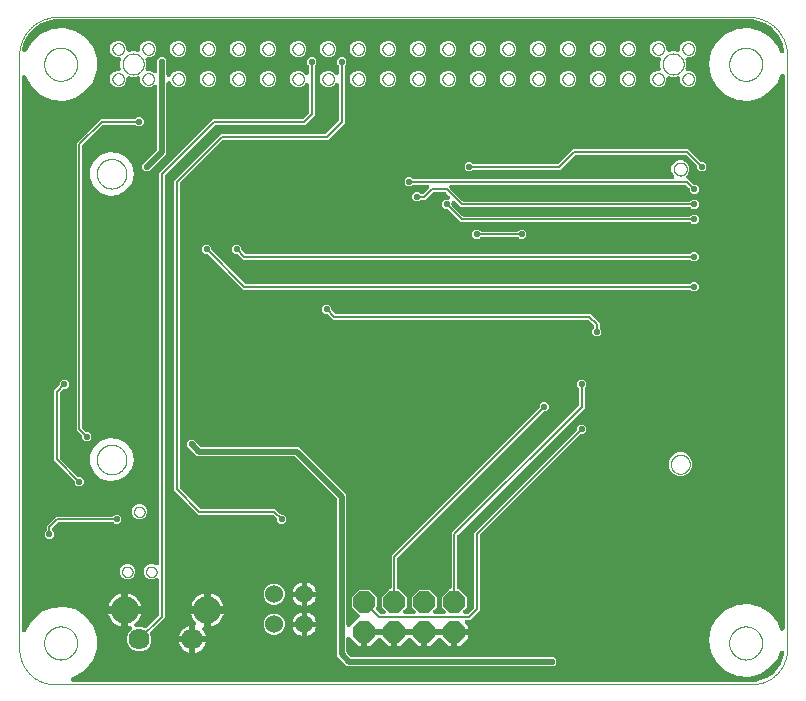
<source format=gbl>
G04 EAGLE Gerber RS-274X export*
G75*
%MOMM*%
%FSLAX34Y34*%
%LPD*%
%INBottom copper*%
%IPPOS*%
%AMOC8*
5,1,8,0,0,1.08239X$1,22.5*%
G01*
%ADD10C,0.000000*%
%ADD11C,1.783081*%
%ADD12C,2.331719*%
%ADD13C,1.530000*%
%ADD14P,1.979475X8X202.500000*%
%ADD15P,0.543793X8X22.500000*%
%ADD16C,0.203200*%
%ADD17C,0.508000*%

G36*
X620066Y2007D02*
X620066Y2007D01*
X620159Y2007D01*
X624222Y2327D01*
X624294Y2340D01*
X624367Y2343D01*
X624532Y2382D01*
X624618Y2398D01*
X624649Y2410D01*
X624690Y2420D01*
X632417Y4930D01*
X632557Y4992D01*
X632700Y5047D01*
X632747Y5075D01*
X632786Y5092D01*
X632856Y5142D01*
X632983Y5219D01*
X639556Y9995D01*
X639670Y10096D01*
X639789Y10192D01*
X639825Y10234D01*
X639857Y10262D01*
X639908Y10331D01*
X640005Y10444D01*
X644781Y17017D01*
X644858Y17149D01*
X644942Y17277D01*
X644963Y17328D01*
X644984Y17364D01*
X645012Y17446D01*
X645020Y17465D01*
X645037Y17498D01*
X645045Y17524D01*
X645070Y17583D01*
X647580Y25310D01*
X647596Y25382D01*
X647620Y25451D01*
X647647Y25618D01*
X647666Y25703D01*
X647667Y25737D01*
X647673Y25778D01*
X647705Y26186D01*
X647702Y26333D01*
X647707Y26480D01*
X647698Y26534D01*
X647697Y26589D01*
X647665Y26732D01*
X647641Y26877D01*
X647621Y26928D01*
X647610Y26982D01*
X647550Y27116D01*
X647497Y27254D01*
X647468Y27300D01*
X647446Y27350D01*
X647361Y27470D01*
X647283Y27594D01*
X647245Y27634D01*
X647213Y27678D01*
X647106Y27779D01*
X647005Y27886D01*
X646960Y27917D01*
X646921Y27954D01*
X646795Y28032D01*
X646675Y28117D01*
X646625Y28138D01*
X646579Y28167D01*
X646441Y28219D01*
X646306Y28278D01*
X646253Y28290D01*
X646202Y28309D01*
X646057Y28332D01*
X645913Y28363D01*
X645858Y28364D01*
X645804Y28373D01*
X645657Y28367D01*
X645510Y28370D01*
X645457Y28360D01*
X645402Y28358D01*
X645259Y28323D01*
X645114Y28296D01*
X645064Y28276D01*
X645011Y28263D01*
X644877Y28201D01*
X644741Y28146D01*
X644695Y28116D01*
X644646Y28093D01*
X644527Y28006D01*
X644404Y27926D01*
X644365Y27887D01*
X644321Y27855D01*
X644222Y27746D01*
X644117Y27643D01*
X644087Y27598D01*
X644050Y27557D01*
X643974Y27431D01*
X643892Y27309D01*
X643867Y27252D01*
X643843Y27212D01*
X643815Y27133D01*
X643759Y27005D01*
X642240Y22579D01*
X635977Y14533D01*
X627442Y8956D01*
X617558Y6453D01*
X607397Y7295D01*
X598060Y11391D01*
X590558Y18296D01*
X585706Y27263D01*
X584027Y37320D01*
X585705Y47377D01*
X590558Y56344D01*
X598060Y63249D01*
X607397Y67345D01*
X617558Y68187D01*
X627442Y65684D01*
X635977Y60107D01*
X642240Y52061D01*
X644047Y46797D01*
X644075Y46736D01*
X644095Y46671D01*
X644159Y46553D01*
X644215Y46431D01*
X644254Y46376D01*
X644287Y46317D01*
X644372Y46214D01*
X644451Y46105D01*
X644501Y46060D01*
X644544Y46008D01*
X644649Y45924D01*
X644748Y45833D01*
X644805Y45798D01*
X644858Y45755D01*
X644977Y45694D01*
X645092Y45624D01*
X645156Y45601D01*
X645215Y45570D01*
X645344Y45533D01*
X645471Y45487D01*
X645537Y45477D01*
X645602Y45459D01*
X645736Y45448D01*
X645869Y45428D01*
X645936Y45431D01*
X646004Y45426D01*
X646137Y45441D01*
X646271Y45448D01*
X646336Y45465D01*
X646403Y45473D01*
X646531Y45514D01*
X646661Y45547D01*
X646722Y45576D01*
X646786Y45597D01*
X646903Y45663D01*
X647024Y45721D01*
X647078Y45762D01*
X647137Y45795D01*
X647238Y45883D01*
X647346Y45964D01*
X647390Y46014D01*
X647442Y46059D01*
X647524Y46164D01*
X647613Y46265D01*
X647647Y46323D01*
X647688Y46377D01*
X647748Y46497D01*
X647816Y46613D01*
X647837Y46676D01*
X647868Y46737D01*
X647903Y46867D01*
X647946Y46994D01*
X647955Y47061D01*
X647972Y47126D01*
X647987Y47308D01*
X647998Y47393D01*
X647996Y47421D01*
X647999Y47457D01*
X647999Y514863D01*
X647993Y514931D01*
X647995Y514998D01*
X647973Y515131D01*
X647959Y515264D01*
X647940Y515329D01*
X647928Y515395D01*
X647881Y515520D01*
X647841Y515649D01*
X647809Y515708D01*
X647785Y515771D01*
X647713Y515885D01*
X647649Y516003D01*
X647606Y516055D01*
X647570Y516112D01*
X647478Y516209D01*
X647392Y516312D01*
X647339Y516355D01*
X647292Y516403D01*
X647183Y516480D01*
X647078Y516565D01*
X647018Y516596D01*
X646963Y516634D01*
X646840Y516688D01*
X646721Y516750D01*
X646656Y516769D01*
X646594Y516796D01*
X646463Y516824D01*
X646334Y516861D01*
X646266Y516867D01*
X646200Y516881D01*
X646066Y516883D01*
X645932Y516894D01*
X645865Y516886D01*
X645798Y516887D01*
X645666Y516863D01*
X645533Y516847D01*
X645468Y516826D01*
X645402Y516814D01*
X645277Y516764D01*
X645150Y516723D01*
X645091Y516689D01*
X645028Y516664D01*
X644916Y516591D01*
X644799Y516525D01*
X644748Y516481D01*
X644692Y516443D01*
X644596Y516349D01*
X644495Y516261D01*
X644453Y516208D01*
X644405Y516161D01*
X644330Y516049D01*
X644248Y515943D01*
X644218Y515883D01*
X644180Y515827D01*
X644107Y515660D01*
X644068Y515583D01*
X644061Y515555D01*
X644047Y515523D01*
X642240Y510259D01*
X635977Y502213D01*
X627442Y496636D01*
X617558Y494133D01*
X607397Y494975D01*
X598060Y499071D01*
X590558Y505976D01*
X585706Y514943D01*
X584027Y525000D01*
X585705Y535057D01*
X590558Y544024D01*
X598060Y550929D01*
X607397Y555025D01*
X617558Y555867D01*
X627442Y553364D01*
X635977Y547787D01*
X642240Y539741D01*
X643717Y535438D01*
X643739Y535389D01*
X643754Y535338D01*
X643823Y535207D01*
X643885Y535072D01*
X643916Y535029D01*
X643941Y534981D01*
X644035Y534866D01*
X644121Y534747D01*
X644161Y534710D01*
X644195Y534668D01*
X644309Y534574D01*
X644418Y534474D01*
X644464Y534446D01*
X644505Y534412D01*
X644636Y534342D01*
X644762Y534265D01*
X644813Y534247D01*
X644860Y534222D01*
X645001Y534179D01*
X645141Y534128D01*
X645194Y534121D01*
X645245Y534105D01*
X645393Y534091D01*
X645539Y534069D01*
X645593Y534072D01*
X645646Y534067D01*
X645793Y534082D01*
X645941Y534089D01*
X645993Y534103D01*
X646047Y534108D01*
X646188Y534152D01*
X646331Y534189D01*
X646380Y534212D01*
X646431Y534228D01*
X646561Y534299D01*
X646694Y534363D01*
X646737Y534395D01*
X646784Y534421D01*
X646897Y534516D01*
X647016Y534605D01*
X647051Y534645D01*
X647093Y534680D01*
X647185Y534795D01*
X647283Y534906D01*
X647310Y534953D01*
X647344Y534995D01*
X647411Y535126D01*
X647486Y535254D01*
X647503Y535305D01*
X647528Y535353D01*
X647568Y535495D01*
X647616Y535635D01*
X647623Y535688D01*
X647638Y535740D01*
X647649Y535887D01*
X647668Y536034D01*
X647665Y536088D01*
X647669Y536142D01*
X647646Y536361D01*
X647641Y536436D01*
X647636Y536454D01*
X647635Y536472D01*
X646647Y541748D01*
X646619Y541844D01*
X646601Y541943D01*
X646556Y542058D01*
X646534Y542135D01*
X646509Y542184D01*
X646482Y542252D01*
X643260Y548977D01*
X643208Y549062D01*
X643165Y549153D01*
X643092Y549253D01*
X643051Y549321D01*
X643014Y549361D01*
X642971Y549421D01*
X638118Y555083D01*
X638046Y555152D01*
X637981Y555228D01*
X637884Y555306D01*
X637827Y555361D01*
X637780Y555390D01*
X637723Y555437D01*
X631570Y559650D01*
X631483Y559698D01*
X631400Y559754D01*
X631287Y559805D01*
X631217Y559843D01*
X631165Y559859D01*
X631097Y559890D01*
X624064Y562366D01*
X624032Y562374D01*
X624001Y562387D01*
X623677Y562461D01*
X620062Y562979D01*
X619982Y562982D01*
X619774Y562999D01*
X30226Y562999D01*
X30147Y562991D01*
X29938Y562979D01*
X26323Y562461D01*
X26290Y562453D01*
X26257Y562451D01*
X25936Y562366D01*
X25932Y562365D01*
X18903Y559890D01*
X18812Y559847D01*
X18718Y559814D01*
X18610Y559753D01*
X18538Y559719D01*
X18494Y559686D01*
X18430Y559650D01*
X12277Y555437D01*
X12200Y555373D01*
X12118Y555316D01*
X12030Y555229D01*
X11969Y555178D01*
X11935Y555135D01*
X11882Y555083D01*
X7029Y549421D01*
X6972Y549339D01*
X6907Y549264D01*
X6845Y549157D01*
X6799Y549091D01*
X6777Y549041D01*
X6740Y548977D01*
X3518Y542253D01*
X3484Y542159D01*
X3441Y542069D01*
X3408Y541949D01*
X3381Y541874D01*
X3373Y541820D01*
X3353Y541749D01*
X3147Y540648D01*
X2578Y537609D01*
X2571Y537522D01*
X2554Y537436D01*
X2554Y537322D01*
X2544Y537208D01*
X2554Y537121D01*
X2554Y537033D01*
X2576Y536921D01*
X2589Y536808D01*
X2616Y536724D01*
X2633Y536639D01*
X2677Y536533D01*
X2712Y536425D01*
X2755Y536348D01*
X2789Y536267D01*
X2853Y536173D01*
X2909Y536073D01*
X2966Y536007D01*
X3015Y535934D01*
X3096Y535854D01*
X3171Y535767D01*
X3240Y535713D01*
X3302Y535652D01*
X3398Y535590D01*
X3488Y535519D01*
X3566Y535480D01*
X3639Y535432D01*
X3746Y535390D01*
X3848Y535339D01*
X3932Y535316D01*
X4013Y535283D01*
X4126Y535263D01*
X4236Y535232D01*
X4324Y535226D01*
X4410Y535211D01*
X4524Y535213D01*
X4638Y535205D01*
X4725Y535216D01*
X4812Y535218D01*
X4924Y535242D01*
X5037Y535257D01*
X5120Y535286D01*
X5205Y535304D01*
X5310Y535350D01*
X5418Y535387D01*
X5494Y535431D01*
X5574Y535467D01*
X5667Y535532D01*
X5766Y535590D01*
X5831Y535648D01*
X5903Y535698D01*
X5982Y535781D01*
X6067Y535857D01*
X6120Y535927D01*
X6180Y535991D01*
X6258Y536111D01*
X6310Y536179D01*
X6329Y536219D01*
X6361Y536268D01*
X10558Y544024D01*
X18060Y550929D01*
X27397Y555025D01*
X37558Y555867D01*
X47442Y553364D01*
X55977Y547787D01*
X62240Y539741D01*
X65550Y530098D01*
X65550Y519902D01*
X62240Y510259D01*
X55977Y502213D01*
X47442Y496636D01*
X37558Y494133D01*
X27397Y494975D01*
X18060Y499071D01*
X10558Y505976D01*
X5818Y514735D01*
X5762Y514818D01*
X5713Y514907D01*
X5649Y514985D01*
X5593Y515068D01*
X5520Y515139D01*
X5456Y515217D01*
X5377Y515280D01*
X5306Y515350D01*
X5221Y515406D01*
X5142Y515469D01*
X5053Y515515D01*
X4968Y515570D01*
X4874Y515608D01*
X4785Y515655D01*
X4688Y515682D01*
X4595Y515720D01*
X4495Y515738D01*
X4398Y515766D01*
X4297Y515774D01*
X4199Y515792D01*
X4097Y515791D01*
X3996Y515799D01*
X3897Y515787D01*
X3796Y515785D01*
X3697Y515764D01*
X3597Y515752D01*
X3501Y515721D01*
X3403Y515699D01*
X3310Y515658D01*
X3214Y515627D01*
X3126Y515578D01*
X3034Y515537D01*
X2951Y515479D01*
X2863Y515429D01*
X2787Y515363D01*
X2705Y515306D01*
X2635Y515232D01*
X2558Y515166D01*
X2497Y515086D01*
X2428Y515014D01*
X2374Y514928D01*
X2312Y514848D01*
X2267Y514758D01*
X2213Y514673D01*
X2178Y514578D01*
X2132Y514487D01*
X2106Y514390D01*
X2071Y514296D01*
X2054Y514196D01*
X2028Y514099D01*
X2018Y513977D01*
X2005Y513899D01*
X2007Y513843D01*
X2001Y513768D01*
X2001Y46232D01*
X2011Y46131D01*
X2011Y46030D01*
X2031Y45932D01*
X2041Y45832D01*
X2070Y45735D01*
X2090Y45636D01*
X2129Y45543D01*
X2159Y45447D01*
X2207Y45358D01*
X2246Y45264D01*
X2303Y45181D01*
X2351Y45093D01*
X2415Y45015D01*
X2472Y44931D01*
X2544Y44861D01*
X2608Y44783D01*
X2687Y44720D01*
X2759Y44649D01*
X2844Y44594D01*
X2922Y44531D01*
X3012Y44484D01*
X3097Y44429D01*
X3190Y44392D01*
X3279Y44345D01*
X3376Y44318D01*
X3471Y44280D01*
X3570Y44262D01*
X3666Y44234D01*
X3767Y44226D01*
X3867Y44208D01*
X3967Y44209D01*
X4068Y44201D01*
X4168Y44213D01*
X4269Y44215D01*
X4367Y44236D01*
X4467Y44248D01*
X4564Y44280D01*
X4662Y44301D01*
X4754Y44342D01*
X4850Y44373D01*
X4938Y44423D01*
X5031Y44464D01*
X5113Y44521D01*
X5201Y44571D01*
X5277Y44637D01*
X5360Y44695D01*
X5429Y44768D01*
X5505Y44834D01*
X5568Y44914D01*
X5637Y44987D01*
X5704Y45090D01*
X5752Y45152D01*
X5777Y45202D01*
X5818Y45265D01*
X10558Y54024D01*
X18060Y60929D01*
X27397Y65025D01*
X37558Y65867D01*
X47442Y63364D01*
X55977Y57787D01*
X62240Y49741D01*
X65550Y40098D01*
X65550Y29902D01*
X62240Y20259D01*
X55977Y12213D01*
X47442Y6636D01*
X44934Y6001D01*
X44792Y5950D01*
X44647Y5905D01*
X44603Y5881D01*
X44555Y5864D01*
X44426Y5786D01*
X44293Y5713D01*
X44254Y5681D01*
X44211Y5655D01*
X44100Y5553D01*
X43984Y5456D01*
X43952Y5416D01*
X43915Y5382D01*
X43826Y5260D01*
X43731Y5142D01*
X43708Y5097D01*
X43679Y5056D01*
X43615Y4919D01*
X43546Y4785D01*
X43532Y4736D01*
X43511Y4690D01*
X43476Y4543D01*
X43434Y4398D01*
X43430Y4347D01*
X43419Y4298D01*
X43414Y4147D01*
X43402Y3996D01*
X43407Y3946D01*
X43406Y3896D01*
X43431Y3747D01*
X43448Y3597D01*
X43464Y3549D01*
X43472Y3499D01*
X43526Y3358D01*
X43573Y3214D01*
X43598Y3170D01*
X43616Y3123D01*
X43697Y2995D01*
X43771Y2863D01*
X43804Y2825D01*
X43831Y2782D01*
X43935Y2673D01*
X44034Y2558D01*
X44074Y2528D01*
X44109Y2491D01*
X44233Y2404D01*
X44352Y2312D01*
X44398Y2289D01*
X44439Y2260D01*
X44577Y2200D01*
X44713Y2132D01*
X44762Y2119D01*
X44808Y2099D01*
X44956Y2067D01*
X45102Y2028D01*
X45159Y2023D01*
X45201Y2014D01*
X45287Y2013D01*
X45433Y2001D01*
X620000Y2001D01*
X620066Y2007D01*
G37*
%LPC*%
G36*
X277822Y15239D02*
X277822Y15239D01*
X272067Y20994D01*
X272066Y20994D01*
X269239Y23822D01*
X269239Y156330D01*
X269237Y156357D01*
X269239Y156383D01*
X269217Y156557D01*
X269199Y156731D01*
X269192Y156756D01*
X269188Y156783D01*
X269133Y156949D01*
X269081Y157116D01*
X269068Y157139D01*
X269060Y157165D01*
X268973Y157316D01*
X268889Y157470D01*
X268872Y157490D01*
X268859Y157513D01*
X268644Y157766D01*
X233966Y192444D01*
X233946Y192461D01*
X233928Y192482D01*
X233790Y192588D01*
X233655Y192699D01*
X233631Y192712D01*
X233610Y192728D01*
X233453Y192806D01*
X233299Y192888D01*
X233274Y192896D01*
X233250Y192908D01*
X233080Y192953D01*
X232913Y193003D01*
X232887Y193005D01*
X232861Y193012D01*
X232530Y193039D01*
X150822Y193039D01*
X147995Y195866D01*
X147994Y195867D01*
X142239Y201622D01*
X142239Y204778D01*
X144472Y207011D01*
X147628Y207011D01*
X153383Y201256D01*
X153404Y201239D01*
X153422Y201218D01*
X153560Y201111D01*
X153695Y201001D01*
X153719Y200988D01*
X153740Y200972D01*
X153896Y200894D01*
X154051Y200812D01*
X154076Y200804D01*
X154100Y200792D01*
X154270Y200747D01*
X154437Y200697D01*
X154463Y200695D01*
X154489Y200688D01*
X154820Y200661D01*
X236528Y200661D01*
X276861Y160328D01*
X276861Y50639D01*
X276862Y50630D01*
X276861Y50621D01*
X276882Y50426D01*
X276901Y50239D01*
X276903Y50230D01*
X276904Y50221D01*
X276963Y50037D01*
X277019Y49854D01*
X277023Y49846D01*
X277026Y49837D01*
X277119Y49669D01*
X277211Y49500D01*
X277216Y49493D01*
X277221Y49485D01*
X277345Y49338D01*
X277468Y49190D01*
X277475Y49185D01*
X277481Y49178D01*
X277633Y49058D01*
X277782Y48938D01*
X277790Y48934D01*
X277797Y48928D01*
X277970Y48841D01*
X278139Y48753D01*
X278148Y48750D01*
X278156Y48746D01*
X278342Y48694D01*
X278526Y48641D01*
X278535Y48640D01*
X278544Y48638D01*
X278737Y48624D01*
X278928Y48608D01*
X278936Y48609D01*
X278945Y48609D01*
X279138Y48633D01*
X279327Y48655D01*
X279336Y48658D01*
X279345Y48659D01*
X279527Y48720D01*
X279710Y48780D01*
X279718Y48785D01*
X279726Y48787D01*
X279893Y48883D01*
X280061Y48978D01*
X280068Y48984D01*
X280075Y48988D01*
X280328Y49203D01*
X287737Y56612D01*
X287748Y56626D01*
X287762Y56637D01*
X287875Y56781D01*
X287992Y56923D01*
X288000Y56939D01*
X288012Y56953D01*
X288095Y57117D01*
X288181Y57279D01*
X288186Y57296D01*
X288194Y57312D01*
X288243Y57489D01*
X288296Y57665D01*
X288297Y57683D01*
X288302Y57700D01*
X288315Y57883D01*
X288332Y58066D01*
X288330Y58084D01*
X288331Y58101D01*
X288308Y58283D01*
X288289Y58466D01*
X288283Y58483D01*
X288281Y58501D01*
X288223Y58675D01*
X288167Y58850D01*
X288158Y58866D01*
X288153Y58882D01*
X288061Y59042D01*
X287972Y59202D01*
X287961Y59216D01*
X287952Y59231D01*
X287737Y59484D01*
X281685Y65536D01*
X281685Y74164D01*
X287786Y80265D01*
X296414Y80265D01*
X302515Y74164D01*
X302515Y65535D01*
X302506Y65525D01*
X302493Y65514D01*
X302379Y65370D01*
X302263Y65227D01*
X302254Y65212D01*
X302243Y65198D01*
X302160Y65034D01*
X302074Y64872D01*
X302069Y64855D01*
X302061Y64839D01*
X302012Y64662D01*
X301959Y64486D01*
X301957Y64468D01*
X301953Y64451D01*
X301939Y64268D01*
X301923Y64085D01*
X301925Y64067D01*
X301923Y64049D01*
X301946Y63867D01*
X301966Y63685D01*
X301971Y63668D01*
X301974Y63650D01*
X302032Y63476D01*
X302088Y63301D01*
X302096Y63285D01*
X302102Y63268D01*
X302193Y63109D01*
X302282Y62948D01*
X302294Y62935D01*
X302303Y62919D01*
X302518Y62666D01*
X305152Y60032D01*
X305173Y60015D01*
X305190Y59994D01*
X305328Y59888D01*
X305464Y59777D01*
X305487Y59764D01*
X305509Y59748D01*
X305665Y59670D01*
X305819Y59588D01*
X305845Y59580D01*
X305869Y59568D01*
X306038Y59523D01*
X306205Y59473D01*
X306232Y59471D01*
X306258Y59464D01*
X306589Y59437D01*
X308281Y59437D01*
X308290Y59438D01*
X308299Y59437D01*
X308490Y59458D01*
X308681Y59477D01*
X308690Y59479D01*
X308699Y59480D01*
X308881Y59538D01*
X309066Y59595D01*
X309074Y59599D01*
X309083Y59602D01*
X309251Y59695D01*
X309420Y59787D01*
X309427Y59792D01*
X309435Y59797D01*
X309582Y59921D01*
X309730Y60044D01*
X309735Y60051D01*
X309742Y60057D01*
X309861Y60208D01*
X309982Y60358D01*
X309986Y60366D01*
X309992Y60373D01*
X310079Y60546D01*
X310167Y60715D01*
X310170Y60724D01*
X310174Y60732D01*
X310226Y60917D01*
X310279Y61102D01*
X310280Y61111D01*
X310282Y61120D01*
X310296Y61311D01*
X310312Y61504D01*
X310311Y61512D01*
X310311Y61521D01*
X310287Y61711D01*
X310265Y61903D01*
X310262Y61912D01*
X310261Y61921D01*
X310200Y62101D01*
X310140Y62286D01*
X310136Y62294D01*
X310133Y62302D01*
X310037Y62469D01*
X309942Y62637D01*
X309936Y62644D01*
X309932Y62651D01*
X309717Y62904D01*
X307085Y65536D01*
X307085Y74164D01*
X313187Y80265D01*
X313200Y80267D01*
X313218Y80265D01*
X313400Y80286D01*
X313583Y80305D01*
X313600Y80310D01*
X313617Y80312D01*
X313792Y80369D01*
X313968Y80423D01*
X313983Y80431D01*
X314000Y80437D01*
X314160Y80527D01*
X314322Y80615D01*
X314335Y80626D01*
X314351Y80635D01*
X314490Y80755D01*
X314631Y80872D01*
X314642Y80886D01*
X314656Y80898D01*
X314768Y81043D01*
X314883Y81186D01*
X314891Y81202D01*
X314902Y81216D01*
X314984Y81381D01*
X315069Y81543D01*
X315074Y81560D01*
X315082Y81576D01*
X315129Y81755D01*
X315180Y81930D01*
X315182Y81948D01*
X315186Y81965D01*
X315213Y82296D01*
X315213Y108897D01*
X440122Y233806D01*
X440139Y233827D01*
X440160Y233844D01*
X440267Y233982D01*
X440377Y234118D01*
X440390Y234141D01*
X440406Y234163D01*
X440484Y234319D01*
X440566Y234473D01*
X440574Y234499D01*
X440586Y234523D01*
X440631Y234692D01*
X440681Y234859D01*
X440683Y234886D01*
X440690Y234912D01*
X440717Y235243D01*
X440717Y236517D01*
X442933Y238733D01*
X446067Y238733D01*
X448283Y236517D01*
X448283Y233383D01*
X446067Y231167D01*
X444793Y231167D01*
X444766Y231165D01*
X444739Y231167D01*
X444565Y231145D01*
X444392Y231127D01*
X444366Y231120D01*
X444340Y231116D01*
X444174Y231061D01*
X444007Y231009D01*
X443983Y230996D01*
X443958Y230988D01*
X443806Y230901D01*
X443653Y230817D01*
X443633Y230800D01*
X443609Y230787D01*
X443356Y230572D01*
X320382Y107598D01*
X320365Y107577D01*
X320344Y107560D01*
X320237Y107422D01*
X320127Y107286D01*
X320114Y107263D01*
X320098Y107241D01*
X320020Y107085D01*
X319938Y106931D01*
X319930Y106905D01*
X319918Y106881D01*
X319873Y106712D01*
X319823Y106545D01*
X319821Y106518D01*
X319814Y106492D01*
X319787Y106161D01*
X319787Y82296D01*
X319789Y82278D01*
X319787Y82260D01*
X319808Y82078D01*
X319827Y81895D01*
X319832Y81878D01*
X319834Y81861D01*
X319891Y81686D01*
X319945Y81510D01*
X319953Y81495D01*
X319959Y81478D01*
X320049Y81318D01*
X320137Y81156D01*
X320148Y81143D01*
X320157Y81127D01*
X320277Y80988D01*
X320394Y80847D01*
X320408Y80836D01*
X320420Y80822D01*
X320565Y80710D01*
X320708Y80595D01*
X320724Y80587D01*
X320738Y80576D01*
X320903Y80494D01*
X321065Y80409D01*
X321082Y80404D01*
X321098Y80396D01*
X321277Y80349D01*
X321452Y80298D01*
X321470Y80296D01*
X321487Y80292D01*
X321814Y80265D01*
X327915Y74164D01*
X327915Y65536D01*
X325283Y62904D01*
X325277Y62897D01*
X325270Y62892D01*
X325150Y62742D01*
X325028Y62593D01*
X325024Y62585D01*
X325018Y62578D01*
X324930Y62408D01*
X324839Y62237D01*
X324837Y62228D01*
X324833Y62221D01*
X324780Y62036D01*
X324724Y61851D01*
X324724Y61842D01*
X324721Y61834D01*
X324706Y61643D01*
X324688Y61450D01*
X324689Y61441D01*
X324688Y61432D01*
X324711Y61243D01*
X324731Y61050D01*
X324734Y61041D01*
X324735Y61033D01*
X324795Y60850D01*
X324853Y60666D01*
X324857Y60658D01*
X324860Y60650D01*
X324955Y60481D01*
X325048Y60314D01*
X325054Y60307D01*
X325058Y60299D01*
X325184Y60153D01*
X325308Y60007D01*
X325315Y60001D01*
X325321Y59994D01*
X325473Y59877D01*
X325624Y59757D01*
X325632Y59753D01*
X325639Y59748D01*
X325811Y59662D01*
X325983Y59575D01*
X325992Y59572D01*
X326000Y59568D01*
X326186Y59518D01*
X326371Y59467D01*
X326380Y59466D01*
X326389Y59464D01*
X326719Y59437D01*
X333681Y59437D01*
X333690Y59438D01*
X333699Y59437D01*
X333890Y59458D01*
X334081Y59477D01*
X334090Y59479D01*
X334099Y59480D01*
X334281Y59538D01*
X334466Y59595D01*
X334474Y59599D01*
X334483Y59602D01*
X334651Y59695D01*
X334820Y59787D01*
X334827Y59792D01*
X334835Y59797D01*
X334982Y59921D01*
X335130Y60044D01*
X335135Y60051D01*
X335142Y60057D01*
X335261Y60208D01*
X335382Y60358D01*
X335386Y60366D01*
X335392Y60373D01*
X335479Y60546D01*
X335567Y60715D01*
X335570Y60724D01*
X335574Y60732D01*
X335626Y60917D01*
X335679Y61102D01*
X335680Y61111D01*
X335682Y61120D01*
X335696Y61311D01*
X335712Y61504D01*
X335711Y61512D01*
X335711Y61521D01*
X335687Y61711D01*
X335665Y61903D01*
X335662Y61912D01*
X335661Y61921D01*
X335600Y62101D01*
X335540Y62286D01*
X335536Y62294D01*
X335533Y62302D01*
X335437Y62469D01*
X335342Y62637D01*
X335336Y62644D01*
X335332Y62651D01*
X335117Y62904D01*
X332485Y65536D01*
X332485Y74164D01*
X338586Y80265D01*
X347214Y80265D01*
X353315Y74164D01*
X353315Y65536D01*
X350683Y62904D01*
X350677Y62897D01*
X350670Y62892D01*
X350550Y62742D01*
X350428Y62593D01*
X350424Y62585D01*
X350418Y62578D01*
X350330Y62408D01*
X350239Y62237D01*
X350237Y62228D01*
X350233Y62221D01*
X350180Y62036D01*
X350124Y61851D01*
X350124Y61842D01*
X350121Y61834D01*
X350106Y61643D01*
X350088Y61450D01*
X350089Y61441D01*
X350088Y61432D01*
X350111Y61243D01*
X350131Y61050D01*
X350134Y61041D01*
X350135Y61033D01*
X350195Y60850D01*
X350253Y60666D01*
X350257Y60658D01*
X350260Y60650D01*
X350355Y60481D01*
X350448Y60314D01*
X350454Y60307D01*
X350458Y60299D01*
X350584Y60153D01*
X350708Y60007D01*
X350715Y60001D01*
X350721Y59994D01*
X350873Y59877D01*
X351024Y59757D01*
X351032Y59753D01*
X351039Y59748D01*
X351211Y59662D01*
X351383Y59575D01*
X351392Y59572D01*
X351400Y59568D01*
X351586Y59518D01*
X351771Y59467D01*
X351780Y59466D01*
X351789Y59464D01*
X352119Y59437D01*
X359081Y59437D01*
X359090Y59438D01*
X359099Y59437D01*
X359290Y59458D01*
X359481Y59477D01*
X359490Y59479D01*
X359499Y59480D01*
X359681Y59538D01*
X359866Y59595D01*
X359874Y59599D01*
X359883Y59602D01*
X360051Y59695D01*
X360220Y59787D01*
X360227Y59792D01*
X360235Y59797D01*
X360382Y59921D01*
X360530Y60044D01*
X360535Y60051D01*
X360542Y60057D01*
X360661Y60208D01*
X360782Y60358D01*
X360786Y60366D01*
X360792Y60373D01*
X360879Y60546D01*
X360967Y60715D01*
X360970Y60724D01*
X360974Y60732D01*
X361026Y60917D01*
X361079Y61102D01*
X361080Y61111D01*
X361082Y61120D01*
X361096Y61311D01*
X361112Y61504D01*
X361111Y61512D01*
X361111Y61521D01*
X361087Y61711D01*
X361065Y61903D01*
X361062Y61912D01*
X361061Y61921D01*
X361000Y62101D01*
X360940Y62286D01*
X360936Y62294D01*
X360933Y62302D01*
X360837Y62469D01*
X360742Y62637D01*
X360736Y62644D01*
X360732Y62651D01*
X360517Y62904D01*
X357885Y65536D01*
X357885Y74164D01*
X363987Y80265D01*
X364000Y80267D01*
X364018Y80265D01*
X364200Y80286D01*
X364383Y80305D01*
X364400Y80310D01*
X364417Y80312D01*
X364592Y80369D01*
X364768Y80423D01*
X364783Y80431D01*
X364800Y80437D01*
X364960Y80527D01*
X365122Y80615D01*
X365135Y80626D01*
X365151Y80635D01*
X365290Y80755D01*
X365431Y80872D01*
X365442Y80886D01*
X365456Y80898D01*
X365568Y81043D01*
X365683Y81186D01*
X365691Y81202D01*
X365702Y81216D01*
X365784Y81381D01*
X365869Y81543D01*
X365874Y81560D01*
X365882Y81576D01*
X365929Y81755D01*
X365980Y81930D01*
X365982Y81948D01*
X365986Y81965D01*
X366013Y82296D01*
X366013Y127947D01*
X473368Y235302D01*
X473385Y235323D01*
X473406Y235340D01*
X473512Y235478D01*
X473623Y235614D01*
X473636Y235637D01*
X473652Y235659D01*
X473730Y235815D01*
X473812Y235969D01*
X473820Y235995D01*
X473832Y236019D01*
X473877Y236188D01*
X473927Y236355D01*
X473929Y236382D01*
X473936Y236408D01*
X473963Y236739D01*
X473963Y250096D01*
X473961Y250122D01*
X473963Y250149D01*
X473941Y250323D01*
X473923Y250496D01*
X473916Y250522D01*
X473912Y250549D01*
X473857Y250714D01*
X473805Y250881D01*
X473792Y250905D01*
X473784Y250930D01*
X473697Y251082D01*
X473613Y251235D01*
X473596Y251256D01*
X473583Y251279D01*
X473368Y251532D01*
X472467Y252433D01*
X472467Y255567D01*
X474683Y257783D01*
X477817Y257783D01*
X480033Y255567D01*
X480033Y252433D01*
X479132Y251532D01*
X479115Y251511D01*
X479094Y251494D01*
X478987Y251356D01*
X478877Y251221D01*
X478864Y251197D01*
X478848Y251176D01*
X478770Y251019D01*
X478688Y250865D01*
X478680Y250839D01*
X478668Y250815D01*
X478623Y250646D01*
X478573Y250479D01*
X478571Y250452D01*
X478564Y250426D01*
X478537Y250096D01*
X478537Y234003D01*
X371182Y126648D01*
X371165Y126627D01*
X371144Y126610D01*
X371037Y126472D01*
X370927Y126336D01*
X370914Y126313D01*
X370898Y126291D01*
X370820Y126135D01*
X370738Y125981D01*
X370730Y125955D01*
X370718Y125931D01*
X370673Y125762D01*
X370623Y125595D01*
X370621Y125568D01*
X370614Y125542D01*
X370587Y125211D01*
X370587Y82296D01*
X370589Y82278D01*
X370587Y82260D01*
X370608Y82078D01*
X370627Y81895D01*
X370632Y81878D01*
X370634Y81861D01*
X370691Y81686D01*
X370745Y81510D01*
X370753Y81495D01*
X370759Y81478D01*
X370849Y81318D01*
X370937Y81156D01*
X370948Y81143D01*
X370957Y81127D01*
X371077Y80988D01*
X371194Y80847D01*
X371208Y80836D01*
X371220Y80822D01*
X371365Y80710D01*
X371508Y80595D01*
X371524Y80587D01*
X371538Y80576D01*
X371703Y80494D01*
X371865Y80409D01*
X371882Y80404D01*
X371898Y80396D01*
X372077Y80349D01*
X372252Y80298D01*
X372270Y80296D01*
X372287Y80292D01*
X372614Y80265D01*
X378715Y74164D01*
X378715Y65536D01*
X376083Y62904D01*
X376077Y62897D01*
X376070Y62892D01*
X375950Y62742D01*
X375828Y62593D01*
X375824Y62585D01*
X375818Y62578D01*
X375730Y62408D01*
X375639Y62237D01*
X375637Y62228D01*
X375633Y62221D01*
X375580Y62036D01*
X375524Y61851D01*
X375524Y61842D01*
X375521Y61834D01*
X375506Y61643D01*
X375488Y61450D01*
X375489Y61441D01*
X375488Y61432D01*
X375511Y61243D01*
X375531Y61050D01*
X375534Y61041D01*
X375535Y61033D01*
X375595Y60850D01*
X375653Y60666D01*
X375657Y60658D01*
X375660Y60650D01*
X375755Y60481D01*
X375848Y60314D01*
X375854Y60307D01*
X375858Y60299D01*
X375984Y60153D01*
X376108Y60007D01*
X376115Y60001D01*
X376121Y59994D01*
X376273Y59877D01*
X376424Y59757D01*
X376432Y59753D01*
X376439Y59748D01*
X376611Y59662D01*
X376783Y59575D01*
X376792Y59572D01*
X376800Y59568D01*
X376986Y59518D01*
X377171Y59467D01*
X377180Y59466D01*
X377189Y59464D01*
X377519Y59437D01*
X379211Y59437D01*
X379238Y59439D01*
X379265Y59437D01*
X379439Y59459D01*
X379612Y59477D01*
X379638Y59484D01*
X379664Y59488D01*
X379830Y59543D01*
X379997Y59595D01*
X380021Y59608D01*
X380046Y59616D01*
X380198Y59703D01*
X380351Y59787D01*
X380371Y59804D01*
X380395Y59817D01*
X380648Y60032D01*
X384468Y63852D01*
X384485Y63873D01*
X384506Y63890D01*
X384613Y64028D01*
X384723Y64164D01*
X384736Y64187D01*
X384752Y64209D01*
X384830Y64365D01*
X384912Y64519D01*
X384920Y64545D01*
X384932Y64569D01*
X384977Y64738D01*
X385027Y64905D01*
X385029Y64932D01*
X385036Y64958D01*
X385063Y65289D01*
X385063Y127947D01*
X471872Y214756D01*
X471889Y214777D01*
X471910Y214794D01*
X472016Y214932D01*
X472127Y215068D01*
X472140Y215091D01*
X472156Y215113D01*
X472234Y215269D01*
X472316Y215423D01*
X472324Y215449D01*
X472336Y215473D01*
X472381Y215642D01*
X472431Y215809D01*
X472433Y215836D01*
X472440Y215862D01*
X472467Y216193D01*
X472467Y217467D01*
X474683Y219683D01*
X477817Y219683D01*
X480033Y217467D01*
X480033Y214333D01*
X477817Y212117D01*
X476543Y212117D01*
X476516Y212115D01*
X476489Y212117D01*
X476315Y212095D01*
X476142Y212077D01*
X476116Y212070D01*
X476090Y212066D01*
X475924Y212011D01*
X475757Y211959D01*
X475733Y211946D01*
X475708Y211938D01*
X475556Y211851D01*
X475403Y211767D01*
X475383Y211750D01*
X475359Y211737D01*
X475106Y211522D01*
X390232Y126648D01*
X390215Y126627D01*
X390194Y126610D01*
X390087Y126472D01*
X389977Y126336D01*
X389964Y126313D01*
X389948Y126291D01*
X389870Y126135D01*
X389788Y125981D01*
X389780Y125955D01*
X389768Y125931D01*
X389723Y125762D01*
X389673Y125595D01*
X389671Y125568D01*
X389664Y125542D01*
X389637Y125211D01*
X389637Y62553D01*
X381947Y54863D01*
X379315Y54863D01*
X379306Y54862D01*
X379297Y54863D01*
X379106Y54842D01*
X378915Y54823D01*
X378906Y54821D01*
X378897Y54820D01*
X378715Y54762D01*
X378530Y54705D01*
X378522Y54701D01*
X378513Y54698D01*
X378345Y54605D01*
X378176Y54513D01*
X378169Y54508D01*
X378161Y54503D01*
X378014Y54379D01*
X377866Y54256D01*
X377861Y54249D01*
X377854Y54243D01*
X377735Y54092D01*
X377614Y53942D01*
X377610Y53934D01*
X377604Y53927D01*
X377517Y53754D01*
X377429Y53585D01*
X377426Y53576D01*
X377422Y53568D01*
X377370Y53381D01*
X377317Y53198D01*
X377316Y53189D01*
X377314Y53180D01*
X377300Y52986D01*
X377284Y52796D01*
X377285Y52788D01*
X377285Y52779D01*
X377309Y52586D01*
X377331Y52397D01*
X377334Y52388D01*
X377335Y52379D01*
X377397Y52196D01*
X377456Y52014D01*
X377461Y52006D01*
X377463Y51998D01*
X377559Y51832D01*
X377654Y51663D01*
X377660Y51656D01*
X377664Y51649D01*
X377879Y51396D01*
X379985Y49290D01*
X379985Y46989D01*
X368808Y46989D01*
X368790Y46987D01*
X368773Y46989D01*
X368590Y46968D01*
X368408Y46949D01*
X368391Y46944D01*
X368373Y46942D01*
X368295Y46917D01*
X368158Y46956D01*
X368140Y46958D01*
X368123Y46962D01*
X367792Y46989D01*
X343408Y46989D01*
X343390Y46987D01*
X343373Y46989D01*
X343190Y46968D01*
X343008Y46949D01*
X342991Y46944D01*
X342973Y46942D01*
X342895Y46917D01*
X342758Y46956D01*
X342740Y46958D01*
X342723Y46962D01*
X342392Y46989D01*
X318008Y46989D01*
X317990Y46987D01*
X317973Y46989D01*
X317790Y46968D01*
X317608Y46949D01*
X317591Y46944D01*
X317573Y46942D01*
X317495Y46917D01*
X317358Y46956D01*
X317340Y46958D01*
X317323Y46962D01*
X316992Y46989D01*
X292608Y46989D01*
X292590Y46987D01*
X292573Y46989D01*
X292390Y46968D01*
X292208Y46949D01*
X292191Y46944D01*
X292173Y46942D01*
X291998Y46885D01*
X291823Y46831D01*
X291807Y46823D01*
X291790Y46817D01*
X291630Y46727D01*
X291469Y46639D01*
X291455Y46628D01*
X291439Y46619D01*
X291300Y46499D01*
X291159Y46382D01*
X291148Y46368D01*
X291135Y46356D01*
X291022Y46211D01*
X290907Y46068D01*
X290899Y46052D01*
X290888Y46038D01*
X290806Y45873D01*
X290766Y45797D01*
X290614Y45711D01*
X290452Y45623D01*
X290439Y45612D01*
X290423Y45603D01*
X290284Y45483D01*
X290143Y45365D01*
X290132Y45352D01*
X290118Y45340D01*
X290006Y45195D01*
X289891Y45052D01*
X289883Y45036D01*
X289872Y45022D01*
X289790Y44857D01*
X289705Y44694D01*
X289700Y44677D01*
X289692Y44661D01*
X289644Y44483D01*
X289594Y44308D01*
X289592Y44290D01*
X289588Y44273D01*
X289561Y43942D01*
X289561Y32765D01*
X287260Y32765D01*
X280328Y39697D01*
X280321Y39703D01*
X280316Y39710D01*
X280166Y39830D01*
X280017Y39952D01*
X280009Y39956D01*
X280002Y39962D01*
X279832Y40050D01*
X279661Y40141D01*
X279652Y40143D01*
X279645Y40147D01*
X279460Y40201D01*
X279275Y40256D01*
X279266Y40256D01*
X279258Y40259D01*
X279066Y40274D01*
X278874Y40292D01*
X278865Y40291D01*
X278856Y40292D01*
X278667Y40269D01*
X278474Y40249D01*
X278465Y40246D01*
X278457Y40245D01*
X278275Y40185D01*
X278090Y40127D01*
X278082Y40123D01*
X278074Y40120D01*
X277905Y40025D01*
X277738Y39932D01*
X277731Y39926D01*
X277723Y39922D01*
X277577Y39796D01*
X277431Y39672D01*
X277425Y39665D01*
X277418Y39659D01*
X277300Y39506D01*
X277181Y39356D01*
X277177Y39348D01*
X277172Y39341D01*
X277086Y39169D01*
X276999Y38997D01*
X276996Y38988D01*
X276992Y38980D01*
X276942Y38794D01*
X276891Y38609D01*
X276890Y38600D01*
X276888Y38591D01*
X276861Y38261D01*
X276861Y27820D01*
X276863Y27793D01*
X276861Y27766D01*
X276883Y27593D01*
X276901Y27419D01*
X276908Y27394D01*
X276912Y27367D01*
X276968Y27201D01*
X277019Y27034D01*
X277032Y27011D01*
X277040Y26985D01*
X277127Y26834D01*
X277211Y26680D01*
X277228Y26660D01*
X277241Y26636D01*
X277456Y26383D01*
X280384Y23456D01*
X280404Y23439D01*
X280422Y23418D01*
X280560Y23312D01*
X280695Y23201D01*
X280719Y23188D01*
X280740Y23172D01*
X280896Y23094D01*
X281051Y23012D01*
X281076Y23004D01*
X281100Y22992D01*
X281269Y22947D01*
X281437Y22897D01*
X281463Y22895D01*
X281489Y22888D01*
X281820Y22861D01*
X452428Y22861D01*
X454661Y20628D01*
X454661Y17472D01*
X452428Y15239D01*
X277822Y15239D01*
G37*
%LPD*%
%LPC*%
G36*
X569933Y389917D02*
X569933Y389917D01*
X569032Y390818D01*
X569011Y390835D01*
X568994Y390856D01*
X568856Y390963D01*
X568721Y391073D01*
X568697Y391086D01*
X568676Y391102D01*
X568519Y391180D01*
X568365Y391262D01*
X568339Y391270D01*
X568315Y391282D01*
X568146Y391327D01*
X567979Y391377D01*
X567952Y391379D01*
X567926Y391386D01*
X567596Y391413D01*
X373703Y391413D01*
X363094Y402022D01*
X363073Y402039D01*
X363056Y402060D01*
X362918Y402167D01*
X362782Y402277D01*
X362759Y402290D01*
X362737Y402306D01*
X362581Y402384D01*
X362427Y402466D01*
X362401Y402474D01*
X362377Y402486D01*
X362208Y402531D01*
X362041Y402581D01*
X362014Y402583D01*
X361988Y402590D01*
X361657Y402617D01*
X360383Y402617D01*
X358167Y404833D01*
X358167Y407967D01*
X360383Y410183D01*
X362729Y410183D01*
X362738Y410184D01*
X362747Y410183D01*
X362939Y410204D01*
X363130Y410223D01*
X363139Y410225D01*
X363148Y410226D01*
X363330Y410284D01*
X363515Y410341D01*
X363523Y410345D01*
X363531Y410348D01*
X363700Y410441D01*
X363869Y410533D01*
X363876Y410538D01*
X363884Y410543D01*
X364031Y410667D01*
X364178Y410790D01*
X364184Y410797D01*
X364191Y410803D01*
X364310Y410954D01*
X364431Y411104D01*
X364435Y411112D01*
X364440Y411119D01*
X364528Y411291D01*
X364616Y411461D01*
X364619Y411470D01*
X364623Y411478D01*
X364675Y411664D01*
X364728Y411848D01*
X364728Y411857D01*
X364731Y411866D01*
X364745Y412059D01*
X364760Y412250D01*
X364759Y412258D01*
X364760Y412267D01*
X364736Y412460D01*
X364714Y412649D01*
X364711Y412658D01*
X364710Y412667D01*
X364648Y412850D01*
X364589Y413032D01*
X364584Y413040D01*
X364581Y413048D01*
X364486Y413214D01*
X364391Y413383D01*
X364385Y413390D01*
X364380Y413397D01*
X364166Y413650D01*
X361598Y416218D01*
X361577Y416235D01*
X361560Y416256D01*
X361422Y416362D01*
X361286Y416473D01*
X361263Y416486D01*
X361241Y416502D01*
X361085Y416580D01*
X360931Y416662D01*
X360905Y416670D01*
X360881Y416682D01*
X360712Y416727D01*
X360545Y416777D01*
X360518Y416779D01*
X360492Y416786D01*
X360161Y416813D01*
X351039Y416813D01*
X351012Y416811D01*
X350985Y416813D01*
X350811Y416791D01*
X350638Y416773D01*
X350612Y416766D01*
X350586Y416762D01*
X350420Y416707D01*
X350253Y416655D01*
X350229Y416642D01*
X350204Y416634D01*
X350052Y416547D01*
X349899Y416463D01*
X349879Y416446D01*
X349855Y416433D01*
X349602Y416218D01*
X343847Y410463D01*
X340454Y410463D01*
X340428Y410461D01*
X340401Y410463D01*
X340227Y410441D01*
X340054Y410423D01*
X340028Y410416D01*
X340001Y410412D01*
X339836Y410357D01*
X339669Y410305D01*
X339645Y410292D01*
X339620Y410284D01*
X339468Y410197D01*
X339315Y410113D01*
X339294Y410096D01*
X339271Y410083D01*
X339018Y409868D01*
X338117Y408967D01*
X334983Y408967D01*
X332767Y411183D01*
X332767Y414317D01*
X334983Y416533D01*
X338117Y416533D01*
X339018Y415632D01*
X339039Y415615D01*
X339056Y415594D01*
X339194Y415487D01*
X339329Y415377D01*
X339353Y415364D01*
X339374Y415348D01*
X339531Y415270D01*
X339685Y415188D01*
X339711Y415180D01*
X339735Y415168D01*
X339904Y415123D01*
X340071Y415073D01*
X340098Y415071D01*
X340124Y415064D01*
X340454Y415037D01*
X341111Y415037D01*
X341138Y415039D01*
X341165Y415037D01*
X341339Y415059D01*
X341512Y415077D01*
X341538Y415084D01*
X341564Y415088D01*
X341730Y415143D01*
X341897Y415195D01*
X341921Y415208D01*
X341946Y415216D01*
X342098Y415303D01*
X342251Y415387D01*
X342271Y415404D01*
X342295Y415417D01*
X342548Y415632D01*
X346368Y419452D01*
X346612Y419696D01*
X346617Y419703D01*
X346624Y419708D01*
X346745Y419858D01*
X346867Y420007D01*
X346871Y420015D01*
X346877Y420022D01*
X346965Y420192D01*
X347055Y420363D01*
X347058Y420371D01*
X347062Y420379D01*
X347115Y420564D01*
X347170Y420749D01*
X347171Y420758D01*
X347174Y420766D01*
X347189Y420958D01*
X347207Y421150D01*
X347206Y421159D01*
X347206Y421168D01*
X347184Y421356D01*
X347163Y421550D01*
X347161Y421558D01*
X347160Y421567D01*
X347100Y421751D01*
X347042Y421934D01*
X347037Y421942D01*
X347035Y421950D01*
X346940Y422118D01*
X346847Y422286D01*
X346841Y422293D01*
X346837Y422301D01*
X346712Y422446D01*
X346587Y422593D01*
X346579Y422599D01*
X346574Y422606D01*
X346423Y422722D01*
X346271Y422843D01*
X346263Y422847D01*
X346256Y422852D01*
X346083Y422938D01*
X345912Y423025D01*
X345903Y423028D01*
X345895Y423032D01*
X345707Y423082D01*
X345524Y423133D01*
X345515Y423134D01*
X345506Y423136D01*
X345175Y423163D01*
X334104Y423163D01*
X334078Y423161D01*
X334051Y423163D01*
X333877Y423141D01*
X333704Y423123D01*
X333678Y423116D01*
X333651Y423112D01*
X333486Y423057D01*
X333319Y423005D01*
X333295Y422992D01*
X333270Y422984D01*
X333118Y422897D01*
X332965Y422813D01*
X332944Y422796D01*
X332921Y422783D01*
X332668Y422568D01*
X331767Y421667D01*
X328633Y421667D01*
X326417Y423883D01*
X326417Y427017D01*
X328633Y429233D01*
X331767Y429233D01*
X332668Y428332D01*
X332689Y428315D01*
X332706Y428294D01*
X332844Y428187D01*
X332979Y428077D01*
X333003Y428064D01*
X333024Y428048D01*
X333181Y427970D01*
X333335Y427888D01*
X333361Y427880D01*
X333385Y427868D01*
X333554Y427823D01*
X333721Y427773D01*
X333748Y427771D01*
X333774Y427764D01*
X334104Y427737D01*
X552666Y427737D01*
X552675Y427738D01*
X552684Y427737D01*
X552876Y427758D01*
X553067Y427777D01*
X553076Y427779D01*
X553085Y427780D01*
X553267Y427838D01*
X553452Y427895D01*
X553460Y427899D01*
X553468Y427902D01*
X553637Y427995D01*
X553806Y428087D01*
X553813Y428092D01*
X553821Y428097D01*
X553969Y428222D01*
X554115Y428344D01*
X554121Y428351D01*
X554128Y428357D01*
X554247Y428508D01*
X554368Y428658D01*
X554372Y428666D01*
X554377Y428673D01*
X554464Y428844D01*
X554553Y429015D01*
X554556Y429024D01*
X554560Y429032D01*
X554611Y429217D01*
X554665Y429402D01*
X554665Y429411D01*
X554668Y429420D01*
X554682Y429612D01*
X554697Y429804D01*
X554696Y429812D01*
X554697Y429821D01*
X554673Y430011D01*
X554650Y430203D01*
X554648Y430212D01*
X554647Y430221D01*
X554586Y430402D01*
X554526Y430586D01*
X554521Y430594D01*
X554518Y430602D01*
X554423Y430768D01*
X554328Y430937D01*
X554322Y430944D01*
X554317Y430951D01*
X554103Y431204D01*
X553287Y432020D01*
X552146Y434776D01*
X552146Y437760D01*
X553288Y440517D01*
X555398Y442627D01*
X556153Y442940D01*
X558154Y443769D01*
X561138Y443769D01*
X563895Y442627D01*
X566005Y440517D01*
X567147Y437760D01*
X567147Y434776D01*
X566005Y432020D01*
X565190Y431204D01*
X565184Y431197D01*
X565177Y431192D01*
X565058Y431043D01*
X564935Y430893D01*
X564931Y430885D01*
X564925Y430878D01*
X564837Y430708D01*
X564746Y430537D01*
X564744Y430528D01*
X564740Y430521D01*
X564686Y430335D01*
X564631Y430151D01*
X564631Y430142D01*
X564628Y430134D01*
X564613Y429943D01*
X564595Y429750D01*
X564596Y429741D01*
X564595Y429732D01*
X564618Y429543D01*
X564638Y429350D01*
X564641Y429341D01*
X564642Y429333D01*
X564702Y429150D01*
X564760Y428966D01*
X564764Y428958D01*
X564767Y428950D01*
X564861Y428783D01*
X564955Y428614D01*
X564961Y428607D01*
X564965Y428599D01*
X565090Y428454D01*
X565215Y428307D01*
X565222Y428301D01*
X565228Y428294D01*
X565380Y428177D01*
X565531Y428057D01*
X565539Y428053D01*
X565546Y428048D01*
X565718Y427962D01*
X565890Y427875D01*
X565899Y427872D01*
X565907Y427868D01*
X565987Y427847D01*
X570356Y423478D01*
X570377Y423461D01*
X570394Y423440D01*
X570532Y423333D01*
X570668Y423223D01*
X570691Y423210D01*
X570713Y423194D01*
X570869Y423116D01*
X571023Y423034D01*
X571049Y423026D01*
X571073Y423014D01*
X571242Y422969D01*
X571409Y422919D01*
X571436Y422917D01*
X571462Y422910D01*
X571793Y422883D01*
X573067Y422883D01*
X575283Y420667D01*
X575283Y417533D01*
X573067Y415317D01*
X569933Y415317D01*
X567717Y417533D01*
X567717Y418807D01*
X567715Y418834D01*
X567717Y418861D01*
X567695Y419035D01*
X567677Y419208D01*
X567670Y419234D01*
X567666Y419260D01*
X567611Y419426D01*
X567559Y419593D01*
X567546Y419617D01*
X567538Y419642D01*
X567451Y419794D01*
X567367Y419947D01*
X567350Y419967D01*
X567337Y419991D01*
X567122Y420244D01*
X564798Y422568D01*
X564777Y422585D01*
X564760Y422606D01*
X564622Y422713D01*
X564486Y422823D01*
X564463Y422836D01*
X564441Y422852D01*
X564285Y422930D01*
X564131Y423012D01*
X564105Y423020D01*
X564081Y423032D01*
X563912Y423077D01*
X563745Y423127D01*
X563718Y423129D01*
X563692Y423136D01*
X563361Y423163D01*
X366025Y423163D01*
X366015Y423162D01*
X366007Y423163D01*
X365815Y423142D01*
X365624Y423123D01*
X365615Y423121D01*
X365606Y423120D01*
X365423Y423062D01*
X365239Y423005D01*
X365231Y423001D01*
X365223Y422998D01*
X365054Y422905D01*
X364885Y422813D01*
X364878Y422808D01*
X364870Y422803D01*
X364722Y422678D01*
X364576Y422556D01*
X364570Y422549D01*
X364563Y422543D01*
X364443Y422391D01*
X364323Y422242D01*
X364319Y422234D01*
X364314Y422227D01*
X364226Y422055D01*
X364138Y421885D01*
X364135Y421876D01*
X364131Y421868D01*
X364080Y421684D01*
X364026Y421498D01*
X364026Y421489D01*
X364023Y421480D01*
X364009Y421290D01*
X363994Y421096D01*
X363995Y421087D01*
X363994Y421079D01*
X364018Y420888D01*
X364040Y420697D01*
X364043Y420688D01*
X364044Y420679D01*
X364106Y420496D01*
X364165Y420314D01*
X364170Y420306D01*
X364173Y420297D01*
X364268Y420131D01*
X364363Y419963D01*
X364369Y419956D01*
X364374Y419949D01*
X364588Y419696D01*
X364832Y419452D01*
X375002Y409282D01*
X375023Y409265D01*
X375040Y409244D01*
X375178Y409137D01*
X375314Y409027D01*
X375337Y409014D01*
X375359Y408998D01*
X375515Y408920D01*
X375669Y408838D01*
X375695Y408830D01*
X375719Y408818D01*
X375888Y408773D01*
X376055Y408723D01*
X376082Y408721D01*
X376108Y408714D01*
X376439Y408687D01*
X567596Y408687D01*
X567622Y408689D01*
X567649Y408687D01*
X567823Y408709D01*
X567996Y408727D01*
X568022Y408734D01*
X568049Y408738D01*
X568214Y408793D01*
X568381Y408845D01*
X568405Y408858D01*
X568430Y408866D01*
X568582Y408953D01*
X568735Y409037D01*
X568756Y409054D01*
X568779Y409067D01*
X569032Y409282D01*
X569933Y410183D01*
X573067Y410183D01*
X575283Y407967D01*
X575283Y404833D01*
X573067Y402617D01*
X569933Y402617D01*
X569032Y403518D01*
X569011Y403535D01*
X568994Y403556D01*
X568856Y403663D01*
X568721Y403773D01*
X568697Y403786D01*
X568676Y403802D01*
X568519Y403880D01*
X568365Y403962D01*
X568339Y403970D01*
X568315Y403982D01*
X568146Y404027D01*
X567979Y404077D01*
X567952Y404079D01*
X567926Y404086D01*
X567596Y404113D01*
X373703Y404113D01*
X369200Y408616D01*
X369193Y408621D01*
X369188Y408628D01*
X369038Y408749D01*
X368889Y408871D01*
X368881Y408875D01*
X368874Y408881D01*
X368704Y408969D01*
X368533Y409059D01*
X368524Y409062D01*
X368517Y409066D01*
X368332Y409119D01*
X368147Y409174D01*
X368138Y409175D01*
X368130Y409178D01*
X367938Y409193D01*
X367746Y409211D01*
X367737Y409210D01*
X367728Y409210D01*
X367539Y409188D01*
X367346Y409167D01*
X367337Y409165D01*
X367329Y409164D01*
X367147Y409104D01*
X366962Y409046D01*
X366954Y409041D01*
X366946Y409039D01*
X366777Y408944D01*
X366610Y408851D01*
X366603Y408845D01*
X366595Y408841D01*
X366449Y408715D01*
X366303Y408590D01*
X366297Y408583D01*
X366290Y408578D01*
X366173Y408426D01*
X366053Y408275D01*
X366049Y408267D01*
X366044Y408260D01*
X365958Y408087D01*
X365871Y407916D01*
X365868Y407907D01*
X365864Y407899D01*
X365814Y407713D01*
X365763Y407528D01*
X365762Y407519D01*
X365760Y407510D01*
X365733Y407179D01*
X365733Y406693D01*
X365735Y406666D01*
X365733Y406639D01*
X365755Y406465D01*
X365773Y406292D01*
X365780Y406266D01*
X365784Y406240D01*
X365839Y406074D01*
X365891Y405907D01*
X365904Y405883D01*
X365912Y405858D01*
X365999Y405706D01*
X366083Y405553D01*
X366100Y405533D01*
X366113Y405509D01*
X366328Y405256D01*
X375002Y396582D01*
X375023Y396565D01*
X375040Y396544D01*
X375178Y396437D01*
X375314Y396327D01*
X375337Y396314D01*
X375359Y396298D01*
X375515Y396220D01*
X375669Y396138D01*
X375695Y396130D01*
X375719Y396118D01*
X375888Y396073D01*
X376055Y396023D01*
X376082Y396021D01*
X376108Y396014D01*
X376439Y395987D01*
X567596Y395987D01*
X567622Y395989D01*
X567649Y395987D01*
X567823Y396009D01*
X567996Y396027D01*
X568022Y396034D01*
X568049Y396038D01*
X568214Y396093D01*
X568381Y396145D01*
X568405Y396158D01*
X568430Y396166D01*
X568582Y396253D01*
X568735Y396337D01*
X568756Y396354D01*
X568779Y396367D01*
X569032Y396582D01*
X569933Y397483D01*
X573067Y397483D01*
X575283Y395267D01*
X575283Y392133D01*
X573067Y389917D01*
X569933Y389917D01*
G37*
%LPD*%
%LPC*%
G36*
X99574Y27914D02*
X99574Y27914D01*
X95830Y29465D01*
X92965Y32330D01*
X91414Y36074D01*
X91414Y40126D01*
X92965Y43870D01*
X95039Y45945D01*
X95086Y46001D01*
X95139Y46052D01*
X95213Y46157D01*
X95294Y46256D01*
X95329Y46321D01*
X95371Y46381D01*
X95423Y46498D01*
X95483Y46612D01*
X95504Y46682D01*
X95533Y46749D01*
X95561Y46875D01*
X95598Y46998D01*
X95604Y47071D01*
X95620Y47142D01*
X95623Y47271D01*
X95634Y47399D01*
X95626Y47472D01*
X95628Y47545D01*
X95605Y47671D01*
X95591Y47799D01*
X95569Y47869D01*
X95556Y47941D01*
X95508Y48060D01*
X95469Y48183D01*
X95434Y48247D01*
X95407Y48315D01*
X95337Y48423D01*
X95274Y48535D01*
X95227Y48591D01*
X95187Y48652D01*
X95097Y48744D01*
X95014Y48842D01*
X94956Y48888D01*
X94905Y48940D01*
X94799Y49012D01*
X94698Y49092D01*
X94633Y49125D01*
X94572Y49166D01*
X94454Y49216D01*
X94339Y49274D01*
X94269Y49294D01*
X94201Y49322D01*
X94075Y49348D01*
X93951Y49382D01*
X93878Y49388D01*
X93806Y49402D01*
X93678Y49402D01*
X93550Y49412D01*
X93477Y49402D01*
X93404Y49402D01*
X93237Y49372D01*
X93150Y49361D01*
X93119Y49351D01*
X93077Y49343D01*
X92392Y49159D01*
X92392Y59754D01*
X102987Y59754D01*
X102629Y58418D01*
X101916Y56698D01*
X100986Y55086D01*
X99852Y53610D01*
X98536Y52293D01*
X98061Y51929D01*
X97958Y51832D01*
X97849Y51741D01*
X97811Y51694D01*
X97768Y51653D01*
X97685Y51538D01*
X97597Y51427D01*
X97569Y51374D01*
X97534Y51325D01*
X97476Y51196D01*
X97411Y51070D01*
X97395Y51013D01*
X97370Y50958D01*
X97339Y50819D01*
X97300Y50683D01*
X97295Y50623D01*
X97282Y50565D01*
X97278Y50423D01*
X97267Y50282D01*
X97274Y50222D01*
X97272Y50162D01*
X97297Y50023D01*
X97314Y49882D01*
X97332Y49825D01*
X97343Y49766D01*
X97394Y49634D01*
X97439Y49499D01*
X97468Y49447D01*
X97490Y49391D01*
X97567Y49272D01*
X97636Y49149D01*
X97676Y49103D01*
X97708Y49053D01*
X97807Y48951D01*
X97900Y48844D01*
X97947Y48807D01*
X97989Y48764D01*
X98106Y48684D01*
X98218Y48597D01*
X98271Y48570D01*
X98321Y48537D01*
X98451Y48481D01*
X98578Y48418D01*
X98636Y48402D01*
X98691Y48379D01*
X98830Y48350D01*
X98967Y48313D01*
X99035Y48308D01*
X99086Y48297D01*
X99167Y48297D01*
X99298Y48286D01*
X103626Y48286D01*
X105855Y47363D01*
X105877Y47356D01*
X105897Y47346D01*
X106070Y47298D01*
X106241Y47246D01*
X106263Y47244D01*
X106285Y47238D01*
X106464Y47225D01*
X106642Y47208D01*
X106664Y47210D01*
X106686Y47209D01*
X106864Y47231D01*
X107042Y47250D01*
X107063Y47256D01*
X107086Y47259D01*
X107256Y47316D01*
X107426Y47370D01*
X107446Y47380D01*
X107467Y47387D01*
X107623Y47477D01*
X107780Y47563D01*
X107797Y47577D01*
X107816Y47588D01*
X108069Y47803D01*
X117768Y57502D01*
X117785Y57523D01*
X117806Y57540D01*
X117913Y57678D01*
X118023Y57814D01*
X118036Y57837D01*
X118052Y57859D01*
X118130Y58015D01*
X118212Y58169D01*
X118220Y58195D01*
X118232Y58219D01*
X118277Y58388D01*
X118327Y58555D01*
X118329Y58582D01*
X118336Y58608D01*
X118363Y58939D01*
X118363Y87968D01*
X118362Y87982D01*
X118363Y87995D01*
X118342Y88181D01*
X118323Y88369D01*
X118319Y88382D01*
X118318Y88395D01*
X118261Y88573D01*
X118205Y88754D01*
X118199Y88766D01*
X118195Y88778D01*
X118103Y88943D01*
X118013Y89108D01*
X118005Y89118D01*
X117998Y89130D01*
X117875Y89274D01*
X117756Y89417D01*
X117745Y89426D01*
X117737Y89436D01*
X117588Y89552D01*
X117442Y89670D01*
X117430Y89676D01*
X117420Y89684D01*
X117250Y89769D01*
X117085Y89855D01*
X117072Y89859D01*
X117060Y89865D01*
X116878Y89915D01*
X116698Y89966D01*
X116684Y89968D01*
X116671Y89971D01*
X116484Y89984D01*
X116296Y89999D01*
X116283Y89998D01*
X116270Y89999D01*
X116082Y89974D01*
X115897Y89952D01*
X115884Y89948D01*
X115871Y89947D01*
X115555Y89845D01*
X113042Y88804D01*
X110478Y88804D01*
X108109Y89786D01*
X106296Y91599D01*
X105314Y93968D01*
X105314Y96532D01*
X106296Y98901D01*
X108109Y100714D01*
X110478Y101696D01*
X113042Y101696D01*
X115555Y100655D01*
X115568Y100651D01*
X115579Y100645D01*
X115759Y100593D01*
X115940Y100539D01*
X115953Y100537D01*
X115966Y100534D01*
X116154Y100518D01*
X116341Y100500D01*
X116354Y100502D01*
X116368Y100501D01*
X116554Y100523D01*
X116741Y100542D01*
X116754Y100546D01*
X116767Y100548D01*
X116947Y100606D01*
X117126Y100662D01*
X117137Y100668D01*
X117150Y100672D01*
X117314Y100765D01*
X117479Y100855D01*
X117489Y100864D01*
X117501Y100870D01*
X117643Y100993D01*
X117787Y101114D01*
X117795Y101125D01*
X117806Y101133D01*
X117920Y101281D01*
X118038Y101429D01*
X118044Y101441D01*
X118052Y101452D01*
X118136Y101620D01*
X118222Y101787D01*
X118226Y101800D01*
X118232Y101812D01*
X118281Y101995D01*
X118332Y102175D01*
X118333Y102188D01*
X118336Y102201D01*
X118363Y102532D01*
X118363Y432747D01*
X164153Y478537D01*
X239511Y478537D01*
X239538Y478539D01*
X239565Y478537D01*
X239739Y478559D01*
X239912Y478577D01*
X239938Y478584D01*
X239964Y478588D01*
X240130Y478643D01*
X240297Y478695D01*
X240321Y478708D01*
X240346Y478716D01*
X240498Y478803D01*
X240651Y478887D01*
X240671Y478904D01*
X240695Y478917D01*
X240948Y479132D01*
X244768Y482952D01*
X244785Y482973D01*
X244806Y482990D01*
X244913Y483128D01*
X245023Y483264D01*
X245036Y483287D01*
X245052Y483309D01*
X245130Y483465D01*
X245212Y483619D01*
X245220Y483645D01*
X245232Y483669D01*
X245277Y483838D01*
X245327Y484005D01*
X245329Y484032D01*
X245336Y484058D01*
X245363Y484389D01*
X245363Y507171D01*
X245362Y507180D01*
X245363Y507189D01*
X245342Y507381D01*
X245323Y507572D01*
X245321Y507580D01*
X245320Y507589D01*
X245262Y507772D01*
X245205Y507957D01*
X245201Y507965D01*
X245198Y507973D01*
X245105Y508141D01*
X245013Y508311D01*
X245008Y508318D01*
X245003Y508325D01*
X244878Y508473D01*
X244756Y508620D01*
X244749Y508626D01*
X244743Y508632D01*
X244591Y508752D01*
X244442Y508872D01*
X244434Y508876D01*
X244427Y508882D01*
X244255Y508969D01*
X244085Y509058D01*
X244076Y509060D01*
X244068Y509064D01*
X243882Y509116D01*
X243698Y509169D01*
X243689Y509170D01*
X243680Y509172D01*
X243488Y509186D01*
X243296Y509202D01*
X243288Y509201D01*
X243279Y509202D01*
X243086Y509177D01*
X242897Y509155D01*
X242888Y509152D01*
X242879Y509151D01*
X242696Y509090D01*
X242514Y509030D01*
X242506Y509026D01*
X242498Y509023D01*
X242332Y508928D01*
X242163Y508832D01*
X242156Y508827D01*
X242149Y508822D01*
X241896Y508607D01*
X239975Y506687D01*
X237457Y505644D01*
X234732Y505644D01*
X232214Y506687D01*
X230287Y508614D01*
X229244Y511132D01*
X229244Y513857D01*
X230287Y516375D01*
X232214Y518302D01*
X234732Y519345D01*
X237457Y519345D01*
X239975Y518302D01*
X241896Y516382D01*
X241903Y516376D01*
X241908Y516369D01*
X242058Y516249D01*
X242207Y516126D01*
X242215Y516122D01*
X242222Y516117D01*
X242392Y516028D01*
X242563Y515938D01*
X242572Y515935D01*
X242579Y515931D01*
X242764Y515878D01*
X242949Y515823D01*
X242958Y515822D01*
X242966Y515820D01*
X243157Y515804D01*
X243350Y515787D01*
X243359Y515788D01*
X243368Y515787D01*
X243557Y515809D01*
X243750Y515830D01*
X243759Y515833D01*
X243767Y515834D01*
X243949Y515893D01*
X244134Y515952D01*
X244142Y515956D01*
X244150Y515959D01*
X244319Y516054D01*
X244486Y516146D01*
X244493Y516152D01*
X244501Y516157D01*
X244647Y516283D01*
X244793Y516407D01*
X244799Y516414D01*
X244806Y516420D01*
X244923Y516571D01*
X245043Y516723D01*
X245047Y516731D01*
X245052Y516738D01*
X245138Y516910D01*
X245225Y517082D01*
X245228Y517090D01*
X245232Y517098D01*
X245282Y517284D01*
X245333Y517470D01*
X245334Y517479D01*
X245336Y517487D01*
X245363Y517818D01*
X245363Y523146D01*
X245361Y523172D01*
X245363Y523199D01*
X245341Y523373D01*
X245323Y523546D01*
X245316Y523572D01*
X245312Y523599D01*
X245257Y523764D01*
X245205Y523931D01*
X245192Y523955D01*
X245184Y523980D01*
X245097Y524132D01*
X245013Y524285D01*
X244996Y524306D01*
X244983Y524329D01*
X244768Y524582D01*
X243867Y525483D01*
X243867Y528617D01*
X246083Y530833D01*
X249217Y530833D01*
X251433Y528617D01*
X251433Y525483D01*
X250532Y524582D01*
X250515Y524561D01*
X250494Y524544D01*
X250387Y524406D01*
X250277Y524271D01*
X250264Y524247D01*
X250248Y524226D01*
X250170Y524069D01*
X250088Y523915D01*
X250080Y523889D01*
X250068Y523865D01*
X250023Y523696D01*
X249973Y523529D01*
X249971Y523502D01*
X249964Y523476D01*
X249937Y523146D01*
X249937Y481653D01*
X242247Y473963D01*
X166889Y473963D01*
X166862Y473961D01*
X166835Y473963D01*
X166661Y473941D01*
X166488Y473923D01*
X166462Y473916D01*
X166436Y473912D01*
X166270Y473857D01*
X166103Y473805D01*
X166079Y473792D01*
X166054Y473784D01*
X165902Y473697D01*
X165749Y473613D01*
X165729Y473596D01*
X165705Y473583D01*
X165452Y473368D01*
X123532Y431448D01*
X123515Y431427D01*
X123494Y431410D01*
X123387Y431272D01*
X123277Y431136D01*
X123264Y431113D01*
X123248Y431091D01*
X123170Y430935D01*
X123088Y430781D01*
X123080Y430755D01*
X123068Y430731D01*
X123023Y430562D01*
X122973Y430395D01*
X122971Y430368D01*
X122964Y430342D01*
X122937Y430011D01*
X122937Y56203D01*
X121002Y54268D01*
X111303Y44569D01*
X111289Y44552D01*
X111272Y44537D01*
X111161Y44396D01*
X111048Y44258D01*
X111038Y44238D01*
X111024Y44220D01*
X110943Y44060D01*
X110859Y43902D01*
X110853Y43881D01*
X110843Y43861D01*
X110796Y43687D01*
X110745Y43516D01*
X110743Y43494D01*
X110737Y43472D01*
X110724Y43294D01*
X110708Y43115D01*
X110711Y43093D01*
X110709Y43071D01*
X110732Y42894D01*
X110752Y42715D01*
X110758Y42693D01*
X110761Y42671D01*
X110863Y42355D01*
X111786Y40126D01*
X111786Y36074D01*
X110235Y32330D01*
X107370Y29465D01*
X103626Y27914D01*
X99574Y27914D01*
G37*
%LPD*%
%LPC*%
G36*
X220683Y135917D02*
X220683Y135917D01*
X218467Y138133D01*
X218467Y139407D01*
X218465Y139434D01*
X218467Y139461D01*
X218445Y139635D01*
X218427Y139808D01*
X218420Y139834D01*
X218416Y139860D01*
X218361Y140025D01*
X218309Y140193D01*
X218296Y140217D01*
X218288Y140242D01*
X218201Y140394D01*
X218117Y140547D01*
X218100Y140567D01*
X218087Y140591D01*
X217872Y140844D01*
X215548Y143168D01*
X215527Y143185D01*
X215510Y143206D01*
X215372Y143313D01*
X215236Y143423D01*
X215213Y143436D01*
X215191Y143452D01*
X215035Y143530D01*
X214881Y143612D01*
X214855Y143620D01*
X214831Y143632D01*
X214662Y143677D01*
X214495Y143727D01*
X214468Y143729D01*
X214442Y143736D01*
X214111Y143763D01*
X151453Y143763D01*
X131063Y164153D01*
X131063Y426397D01*
X170503Y465837D01*
X258561Y465837D01*
X258588Y465839D01*
X258615Y465837D01*
X258789Y465859D01*
X258962Y465877D01*
X258988Y465884D01*
X259014Y465888D01*
X259180Y465943D01*
X259347Y465995D01*
X259371Y466008D01*
X259396Y466016D01*
X259548Y466103D01*
X259701Y466187D01*
X259721Y466204D01*
X259745Y466217D01*
X259998Y466432D01*
X270168Y476602D01*
X270185Y476623D01*
X270206Y476640D01*
X270312Y476778D01*
X270423Y476914D01*
X270436Y476937D01*
X270452Y476959D01*
X270530Y477115D01*
X270612Y477269D01*
X270620Y477295D01*
X270632Y477319D01*
X270677Y477488D01*
X270727Y477655D01*
X270729Y477682D01*
X270736Y477708D01*
X270763Y478039D01*
X270763Y507171D01*
X270762Y507180D01*
X270763Y507189D01*
X270742Y507381D01*
X270723Y507572D01*
X270721Y507580D01*
X270720Y507589D01*
X270662Y507772D01*
X270605Y507957D01*
X270601Y507965D01*
X270598Y507973D01*
X270505Y508141D01*
X270413Y508311D01*
X270408Y508318D01*
X270403Y508325D01*
X270278Y508473D01*
X270156Y508620D01*
X270149Y508626D01*
X270143Y508632D01*
X269991Y508752D01*
X269842Y508872D01*
X269834Y508876D01*
X269827Y508882D01*
X269655Y508969D01*
X269485Y509058D01*
X269476Y509060D01*
X269468Y509064D01*
X269282Y509116D01*
X269098Y509169D01*
X269089Y509170D01*
X269080Y509172D01*
X268888Y509186D01*
X268696Y509202D01*
X268688Y509201D01*
X268679Y509202D01*
X268486Y509177D01*
X268297Y509155D01*
X268288Y509152D01*
X268279Y509151D01*
X268096Y509090D01*
X267914Y509030D01*
X267906Y509026D01*
X267898Y509023D01*
X267732Y508928D01*
X267563Y508832D01*
X267556Y508827D01*
X267549Y508822D01*
X267296Y508607D01*
X265375Y506687D01*
X262857Y505644D01*
X260132Y505644D01*
X257614Y506687D01*
X255687Y508614D01*
X254644Y511132D01*
X254644Y513857D01*
X255687Y516375D01*
X257614Y518302D01*
X260132Y519345D01*
X262857Y519345D01*
X265375Y518302D01*
X267296Y516382D01*
X267303Y516376D01*
X267308Y516369D01*
X267458Y516249D01*
X267607Y516126D01*
X267615Y516122D01*
X267622Y516117D01*
X267792Y516028D01*
X267963Y515938D01*
X267972Y515935D01*
X267979Y515931D01*
X268164Y515878D01*
X268349Y515823D01*
X268358Y515822D01*
X268366Y515820D01*
X268557Y515804D01*
X268750Y515787D01*
X268759Y515788D01*
X268768Y515787D01*
X268957Y515809D01*
X269150Y515830D01*
X269159Y515833D01*
X269167Y515834D01*
X269349Y515893D01*
X269534Y515952D01*
X269542Y515956D01*
X269550Y515959D01*
X269719Y516054D01*
X269886Y516146D01*
X269893Y516152D01*
X269901Y516157D01*
X270047Y516283D01*
X270193Y516407D01*
X270199Y516414D01*
X270206Y516420D01*
X270323Y516571D01*
X270443Y516723D01*
X270447Y516731D01*
X270452Y516738D01*
X270538Y516910D01*
X270625Y517082D01*
X270628Y517090D01*
X270632Y517098D01*
X270682Y517284D01*
X270733Y517470D01*
X270734Y517479D01*
X270736Y517487D01*
X270763Y517818D01*
X270763Y523146D01*
X270761Y523172D01*
X270763Y523199D01*
X270741Y523373D01*
X270723Y523546D01*
X270716Y523572D01*
X270712Y523599D01*
X270657Y523764D01*
X270605Y523931D01*
X270592Y523955D01*
X270584Y523980D01*
X270497Y524132D01*
X270413Y524285D01*
X270396Y524306D01*
X270383Y524329D01*
X270168Y524582D01*
X269267Y525483D01*
X269267Y528617D01*
X271483Y530833D01*
X274617Y530833D01*
X276833Y528617D01*
X276833Y525483D01*
X275932Y524582D01*
X275915Y524561D01*
X275894Y524544D01*
X275787Y524406D01*
X275677Y524271D01*
X275664Y524247D01*
X275648Y524226D01*
X275570Y524069D01*
X275488Y523915D01*
X275480Y523889D01*
X275468Y523865D01*
X275423Y523696D01*
X275373Y523529D01*
X275371Y523502D01*
X275364Y523476D01*
X275337Y523146D01*
X275337Y475303D01*
X261297Y461263D01*
X173239Y461263D01*
X173212Y461261D01*
X173185Y461263D01*
X173011Y461241D01*
X172838Y461223D01*
X172812Y461216D01*
X172786Y461212D01*
X172620Y461157D01*
X172453Y461105D01*
X172429Y461092D01*
X172404Y461084D01*
X172252Y460997D01*
X172099Y460913D01*
X172079Y460896D01*
X172055Y460883D01*
X171802Y460668D01*
X136232Y425098D01*
X136215Y425077D01*
X136194Y425060D01*
X136087Y424922D01*
X135977Y424786D01*
X135964Y424763D01*
X135948Y424741D01*
X135870Y424585D01*
X135788Y424431D01*
X135780Y424405D01*
X135768Y424381D01*
X135723Y424212D01*
X135673Y424045D01*
X135671Y424018D01*
X135664Y423992D01*
X135637Y423661D01*
X135637Y166889D01*
X135639Y166862D01*
X135637Y166835D01*
X135659Y166661D01*
X135677Y166488D01*
X135684Y166462D01*
X135688Y166436D01*
X135743Y166270D01*
X135795Y166103D01*
X135808Y166079D01*
X135816Y166054D01*
X135903Y165902D01*
X135987Y165749D01*
X136004Y165729D01*
X136017Y165705D01*
X136232Y165452D01*
X152752Y148932D01*
X152773Y148915D01*
X152790Y148894D01*
X152928Y148787D01*
X153064Y148677D01*
X153087Y148664D01*
X153109Y148648D01*
X153265Y148570D01*
X153419Y148488D01*
X153445Y148480D01*
X153469Y148468D01*
X153638Y148423D01*
X153805Y148373D01*
X153832Y148371D01*
X153858Y148364D01*
X154189Y148337D01*
X216847Y148337D01*
X221106Y144078D01*
X221127Y144061D01*
X221144Y144040D01*
X221282Y143933D01*
X221418Y143823D01*
X221441Y143810D01*
X221463Y143794D01*
X221619Y143716D01*
X221773Y143634D01*
X221799Y143626D01*
X221823Y143614D01*
X221992Y143569D01*
X222159Y143519D01*
X222186Y143517D01*
X222212Y143510D01*
X222543Y143483D01*
X223817Y143483D01*
X226033Y141267D01*
X226033Y138133D01*
X223817Y135917D01*
X220683Y135917D01*
G37*
%LPD*%
%LPC*%
G36*
X569933Y332767D02*
X569933Y332767D01*
X569032Y333668D01*
X569011Y333685D01*
X568994Y333706D01*
X568856Y333813D01*
X568721Y333923D01*
X568697Y333936D01*
X568676Y333952D01*
X568519Y334030D01*
X568365Y334112D01*
X568339Y334120D01*
X568315Y334132D01*
X568146Y334177D01*
X567979Y334227D01*
X567952Y334229D01*
X567926Y334236D01*
X567596Y334263D01*
X189553Y334263D01*
X159894Y363922D01*
X159873Y363939D01*
X159856Y363960D01*
X159718Y364067D01*
X159582Y364177D01*
X159559Y364190D01*
X159537Y364206D01*
X159381Y364284D01*
X159227Y364366D01*
X159201Y364374D01*
X159177Y364386D01*
X159008Y364431D01*
X158841Y364481D01*
X158814Y364483D01*
X158788Y364490D01*
X158457Y364517D01*
X157183Y364517D01*
X154967Y366733D01*
X154967Y369867D01*
X157183Y372083D01*
X160317Y372083D01*
X162533Y369867D01*
X162533Y368593D01*
X162535Y368566D01*
X162533Y368539D01*
X162555Y368365D01*
X162573Y368192D01*
X162580Y368166D01*
X162584Y368140D01*
X162639Y367974D01*
X162691Y367807D01*
X162704Y367783D01*
X162712Y367758D01*
X162799Y367606D01*
X162883Y367453D01*
X162900Y367433D01*
X162913Y367409D01*
X163128Y367156D01*
X190852Y339432D01*
X190873Y339415D01*
X190890Y339394D01*
X191028Y339287D01*
X191164Y339177D01*
X191187Y339164D01*
X191209Y339148D01*
X191365Y339070D01*
X191519Y338988D01*
X191545Y338980D01*
X191569Y338968D01*
X191738Y338923D01*
X191905Y338873D01*
X191932Y338871D01*
X191958Y338864D01*
X192289Y338837D01*
X567596Y338837D01*
X567622Y338839D01*
X567649Y338837D01*
X567823Y338859D01*
X567996Y338877D01*
X568022Y338884D01*
X568049Y338888D01*
X568214Y338943D01*
X568381Y338995D01*
X568405Y339008D01*
X568430Y339016D01*
X568582Y339103D01*
X568735Y339187D01*
X568756Y339204D01*
X568779Y339217D01*
X569032Y339432D01*
X569933Y340333D01*
X573067Y340333D01*
X575283Y338117D01*
X575283Y334983D01*
X573067Y332767D01*
X569933Y332767D01*
G37*
%LPD*%
%LPC*%
G36*
X106372Y434339D02*
X106372Y434339D01*
X104139Y436572D01*
X104139Y439728D01*
X116244Y451834D01*
X116261Y451854D01*
X116282Y451872D01*
X116389Y452010D01*
X116499Y452145D01*
X116512Y452169D01*
X116528Y452190D01*
X116606Y452347D01*
X116688Y452501D01*
X116696Y452526D01*
X116708Y452550D01*
X116753Y452720D01*
X116803Y452887D01*
X116805Y452913D01*
X116812Y452939D01*
X116839Y453270D01*
X116839Y505647D01*
X116838Y505656D01*
X116839Y505665D01*
X116819Y505855D01*
X116799Y506048D01*
X116797Y506056D01*
X116796Y506065D01*
X116738Y506249D01*
X116681Y506433D01*
X116677Y506441D01*
X116674Y506449D01*
X116581Y506618D01*
X116489Y506787D01*
X116484Y506794D01*
X116479Y506801D01*
X116354Y506949D01*
X116232Y507096D01*
X116225Y507102D01*
X116219Y507108D01*
X116067Y507229D01*
X115918Y507348D01*
X115910Y507352D01*
X115903Y507358D01*
X115730Y507446D01*
X115561Y507534D01*
X115552Y507536D01*
X115544Y507540D01*
X115359Y507592D01*
X115174Y507645D01*
X115165Y507646D01*
X115156Y507648D01*
X114964Y507662D01*
X114772Y507678D01*
X114764Y507677D01*
X114755Y507678D01*
X114563Y507654D01*
X114373Y507631D01*
X114364Y507628D01*
X114355Y507627D01*
X114173Y507566D01*
X113990Y507506D01*
X113982Y507502D01*
X113974Y507499D01*
X113806Y507403D01*
X113639Y507308D01*
X113632Y507303D01*
X113625Y507298D01*
X113372Y507083D01*
X112975Y506687D01*
X110457Y505644D01*
X107732Y505644D01*
X105214Y506687D01*
X103287Y508614D01*
X102244Y511132D01*
X102244Y512779D01*
X102242Y512792D01*
X102243Y512805D01*
X102222Y512992D01*
X102204Y513179D01*
X102200Y513192D01*
X102198Y513205D01*
X102141Y513384D01*
X102086Y513564D01*
X102079Y513576D01*
X102075Y513589D01*
X101984Y513752D01*
X101894Y513918D01*
X101885Y513928D01*
X101879Y513940D01*
X101756Y514083D01*
X101636Y514227D01*
X101626Y514236D01*
X101617Y514246D01*
X101468Y514362D01*
X101322Y514480D01*
X101310Y514486D01*
X101300Y514494D01*
X101131Y514579D01*
X100965Y514665D01*
X100952Y514669D01*
X100940Y514675D01*
X100758Y514725D01*
X100578Y514777D01*
X100565Y514778D01*
X100552Y514781D01*
X100365Y514794D01*
X100177Y514809D01*
X100163Y514808D01*
X100150Y514809D01*
X99964Y514785D01*
X99777Y514763D01*
X99764Y514758D01*
X99751Y514757D01*
X99435Y514655D01*
X98563Y514294D01*
X94226Y514294D01*
X93354Y514655D01*
X93341Y514659D01*
X93329Y514665D01*
X93149Y514717D01*
X92968Y514772D01*
X92955Y514773D01*
X92942Y514777D01*
X92754Y514792D01*
X92567Y514810D01*
X92554Y514808D01*
X92541Y514809D01*
X92354Y514788D01*
X92167Y514768D01*
X92154Y514764D01*
X92141Y514763D01*
X91963Y514704D01*
X91783Y514648D01*
X91771Y514642D01*
X91758Y514638D01*
X91594Y514545D01*
X91429Y514455D01*
X91419Y514446D01*
X91408Y514440D01*
X91265Y514317D01*
X91121Y514196D01*
X91113Y514185D01*
X91103Y514177D01*
X90987Y514028D01*
X90870Y513881D01*
X90864Y513869D01*
X90856Y513859D01*
X90772Y513690D01*
X90686Y513523D01*
X90683Y513510D01*
X90677Y513498D01*
X90628Y513316D01*
X90577Y513136D01*
X90576Y513122D01*
X90572Y513109D01*
X90545Y512779D01*
X90545Y511132D01*
X89502Y508614D01*
X87575Y506687D01*
X85057Y505644D01*
X82332Y505644D01*
X79814Y506687D01*
X77887Y508614D01*
X76844Y511132D01*
X76844Y513857D01*
X77887Y516375D01*
X79814Y518302D01*
X82332Y519345D01*
X83978Y519345D01*
X83992Y519347D01*
X84005Y519345D01*
X84192Y519366D01*
X84379Y519385D01*
X84392Y519389D01*
X84405Y519391D01*
X84584Y519448D01*
X84764Y519503D01*
X84776Y519510D01*
X84788Y519514D01*
X84952Y519605D01*
X85118Y519695D01*
X85128Y519704D01*
X85140Y519710D01*
X85283Y519833D01*
X85427Y519953D01*
X85436Y519963D01*
X85446Y519972D01*
X85562Y520121D01*
X85680Y520267D01*
X85686Y520278D01*
X85694Y520289D01*
X85779Y520458D01*
X85865Y520624D01*
X85869Y520637D01*
X85875Y520649D01*
X85924Y520830D01*
X85976Y521011D01*
X85978Y521024D01*
X85981Y521037D01*
X85994Y521224D01*
X86009Y521412D01*
X86008Y521425D01*
X86009Y521439D01*
X85984Y521624D01*
X85962Y521812D01*
X85958Y521825D01*
X85956Y521838D01*
X85855Y522154D01*
X85494Y523026D01*
X85494Y527363D01*
X85855Y528235D01*
X85859Y528248D01*
X85865Y528260D01*
X85917Y528440D01*
X85971Y528621D01*
X85973Y528634D01*
X85976Y528647D01*
X85992Y528835D01*
X86010Y529021D01*
X86008Y529035D01*
X86009Y529048D01*
X85987Y529235D01*
X85968Y529422D01*
X85964Y529435D01*
X85962Y529448D01*
X85904Y529626D01*
X85848Y529806D01*
X85842Y529818D01*
X85838Y529831D01*
X85745Y529994D01*
X85655Y530159D01*
X85646Y530170D01*
X85640Y530181D01*
X85517Y530324D01*
X85396Y530468D01*
X85385Y530476D01*
X85376Y530486D01*
X85228Y530601D01*
X85081Y530718D01*
X85069Y530725D01*
X85058Y530733D01*
X84890Y530817D01*
X84723Y530902D01*
X84710Y530906D01*
X84698Y530912D01*
X84516Y530961D01*
X84335Y531012D01*
X84322Y531013D01*
X84309Y531017D01*
X83978Y531044D01*
X82332Y531044D01*
X79814Y532087D01*
X77887Y534014D01*
X76844Y536532D01*
X76844Y539257D01*
X77887Y541775D01*
X79814Y543702D01*
X82332Y544745D01*
X85057Y544745D01*
X87575Y543702D01*
X89502Y541775D01*
X90545Y539257D01*
X90545Y537610D01*
X90546Y537597D01*
X90545Y537584D01*
X90566Y537397D01*
X90585Y537210D01*
X90589Y537197D01*
X90590Y537184D01*
X90648Y537005D01*
X90703Y536825D01*
X90710Y536813D01*
X90714Y536800D01*
X90805Y536637D01*
X90895Y536471D01*
X90903Y536461D01*
X90910Y536449D01*
X91032Y536306D01*
X91153Y536162D01*
X91163Y536153D01*
X91172Y536143D01*
X91321Y536027D01*
X91466Y535909D01*
X91478Y535903D01*
X91489Y535895D01*
X91658Y535810D01*
X91824Y535724D01*
X91837Y535720D01*
X91849Y535714D01*
X92030Y535664D01*
X92211Y535612D01*
X92224Y535611D01*
X92237Y535608D01*
X92424Y535595D01*
X92612Y535580D01*
X92625Y535581D01*
X92639Y535580D01*
X92824Y535604D01*
X93012Y535626D01*
X93025Y535631D01*
X93038Y535632D01*
X93354Y535734D01*
X94226Y536095D01*
X98563Y536095D01*
X99435Y535734D01*
X99448Y535730D01*
X99460Y535724D01*
X99640Y535672D01*
X99820Y535617D01*
X99834Y535616D01*
X99847Y535612D01*
X100035Y535597D01*
X100221Y535579D01*
X100234Y535581D01*
X100248Y535580D01*
X100434Y535601D01*
X100622Y535621D01*
X100635Y535625D01*
X100648Y535626D01*
X100826Y535685D01*
X101006Y535741D01*
X101018Y535747D01*
X101031Y535751D01*
X101194Y535844D01*
X101359Y535934D01*
X101369Y535943D01*
X101381Y535949D01*
X101523Y536072D01*
X101667Y536193D01*
X101676Y536204D01*
X101686Y536212D01*
X101801Y536361D01*
X101918Y536508D01*
X101924Y536520D01*
X101933Y536530D01*
X102017Y536699D01*
X102102Y536866D01*
X102106Y536879D01*
X102112Y536891D01*
X102161Y537073D01*
X102212Y537253D01*
X102213Y537267D01*
X102217Y537280D01*
X102244Y537610D01*
X102244Y539257D01*
X103287Y541775D01*
X105214Y543702D01*
X107732Y544745D01*
X110457Y544745D01*
X112975Y543702D01*
X114902Y541775D01*
X115945Y539257D01*
X115945Y536532D01*
X114902Y534014D01*
X112975Y532087D01*
X110457Y531044D01*
X108810Y531044D01*
X108797Y531042D01*
X108784Y531044D01*
X108597Y531023D01*
X108410Y531004D01*
X108397Y531000D01*
X108384Y530998D01*
X108205Y530941D01*
X108025Y530886D01*
X108013Y530879D01*
X108000Y530875D01*
X107836Y530784D01*
X107671Y530694D01*
X107660Y530685D01*
X107649Y530679D01*
X107506Y530556D01*
X107362Y530436D01*
X107353Y530426D01*
X107343Y530417D01*
X107226Y530268D01*
X107109Y530122D01*
X107103Y530111D01*
X107095Y530100D01*
X107010Y529931D01*
X106924Y529765D01*
X106920Y529752D01*
X106914Y529740D01*
X106864Y529559D01*
X106812Y529378D01*
X106811Y529365D01*
X106808Y529352D01*
X106795Y529165D01*
X106779Y528977D01*
X106781Y528964D01*
X106780Y528950D01*
X106804Y528765D01*
X106826Y528577D01*
X106830Y528564D01*
X106832Y528551D01*
X106934Y528235D01*
X107295Y527363D01*
X107295Y523026D01*
X106934Y522154D01*
X106930Y522141D01*
X106924Y522129D01*
X106872Y521949D01*
X106817Y521768D01*
X106816Y521755D01*
X106812Y521742D01*
X106797Y521554D01*
X106779Y521368D01*
X106780Y521354D01*
X106779Y521341D01*
X106801Y521154D01*
X106821Y520967D01*
X106825Y520954D01*
X106826Y520941D01*
X106884Y520763D01*
X106941Y520583D01*
X106947Y520571D01*
X106951Y520558D01*
X107044Y520395D01*
X107134Y520230D01*
X107142Y520219D01*
X107149Y520208D01*
X107272Y520065D01*
X107393Y519921D01*
X107403Y519913D01*
X107412Y519903D01*
X107561Y519788D01*
X107708Y519671D01*
X107720Y519664D01*
X107730Y519656D01*
X107899Y519572D01*
X108066Y519487D01*
X108079Y519483D01*
X108091Y519477D01*
X108273Y519428D01*
X108453Y519377D01*
X108467Y519376D01*
X108480Y519372D01*
X108810Y519345D01*
X110457Y519345D01*
X112975Y518302D01*
X113372Y517906D01*
X113379Y517900D01*
X113384Y517893D01*
X113533Y517773D01*
X113683Y517650D01*
X113691Y517646D01*
X113698Y517641D01*
X113867Y517553D01*
X114039Y517462D01*
X114048Y517459D01*
X114055Y517455D01*
X114239Y517402D01*
X114425Y517347D01*
X114434Y517346D01*
X114442Y517344D01*
X114633Y517328D01*
X114826Y517311D01*
X114835Y517312D01*
X114844Y517311D01*
X115033Y517333D01*
X115226Y517354D01*
X115235Y517357D01*
X115243Y517358D01*
X115426Y517417D01*
X115610Y517476D01*
X115618Y517480D01*
X115626Y517483D01*
X115795Y517578D01*
X115962Y517670D01*
X115969Y517676D01*
X115977Y517681D01*
X116122Y517806D01*
X116269Y517931D01*
X116275Y517938D01*
X116282Y517944D01*
X116399Y518096D01*
X116519Y518247D01*
X116523Y518255D01*
X116528Y518262D01*
X116615Y518435D01*
X116701Y518606D01*
X116704Y518614D01*
X116708Y518622D01*
X116758Y518811D01*
X116809Y518994D01*
X116810Y519002D01*
X116812Y519011D01*
X116839Y519342D01*
X116839Y528628D01*
X119072Y530861D01*
X122228Y530861D01*
X124461Y528628D01*
X124461Y516385D01*
X124461Y516380D01*
X124461Y516376D01*
X124481Y516181D01*
X124501Y515984D01*
X124502Y515980D01*
X124502Y515975D01*
X124561Y515788D01*
X124619Y515599D01*
X124621Y515595D01*
X124622Y515591D01*
X124718Y515416D01*
X124811Y515245D01*
X124813Y515242D01*
X124816Y515238D01*
X124944Y515085D01*
X125068Y514936D01*
X125072Y514933D01*
X125075Y514930D01*
X125230Y514806D01*
X125382Y514684D01*
X125386Y514682D01*
X125390Y514679D01*
X125567Y514588D01*
X125739Y514498D01*
X125744Y514497D01*
X125748Y514495D01*
X125940Y514440D01*
X126126Y514387D01*
X126131Y514386D01*
X126135Y514385D01*
X126331Y514370D01*
X126528Y514354D01*
X126532Y514354D01*
X126536Y514354D01*
X126730Y514378D01*
X126927Y514401D01*
X126932Y514402D01*
X126936Y514403D01*
X127121Y514464D01*
X127310Y514526D01*
X127314Y514528D01*
X127318Y514529D01*
X127487Y514626D01*
X127661Y514724D01*
X127664Y514726D01*
X127668Y514729D01*
X127817Y514858D01*
X127965Y514987D01*
X127968Y514990D01*
X127972Y514993D01*
X128093Y515151D01*
X128212Y515305D01*
X128214Y515309D01*
X128217Y515312D01*
X128369Y515608D01*
X128687Y516375D01*
X130614Y518302D01*
X133132Y519345D01*
X135857Y519345D01*
X138375Y518302D01*
X140302Y516375D01*
X141345Y513857D01*
X141345Y511132D01*
X140302Y508614D01*
X138375Y506687D01*
X135857Y505644D01*
X133132Y505644D01*
X130614Y506687D01*
X128687Y508614D01*
X128369Y509381D01*
X128367Y509385D01*
X128365Y509390D01*
X128272Y509563D01*
X128178Y509736D01*
X128176Y509740D01*
X128173Y509744D01*
X128048Y509894D01*
X127922Y510047D01*
X127919Y510050D01*
X127916Y510053D01*
X127765Y510174D01*
X127609Y510300D01*
X127605Y510303D01*
X127602Y510305D01*
X127430Y510395D01*
X127253Y510488D01*
X127249Y510489D01*
X127245Y510491D01*
X127057Y510545D01*
X126866Y510601D01*
X126862Y510601D01*
X126858Y510602D01*
X126660Y510618D01*
X126465Y510635D01*
X126461Y510635D01*
X126456Y510635D01*
X126261Y510612D01*
X126065Y510590D01*
X126061Y510589D01*
X126057Y510588D01*
X125869Y510527D01*
X125682Y510467D01*
X125678Y510465D01*
X125674Y510463D01*
X125501Y510366D01*
X125330Y510271D01*
X125327Y510268D01*
X125323Y510265D01*
X125175Y510138D01*
X125025Y510009D01*
X125022Y510005D01*
X125018Y510002D01*
X124898Y509847D01*
X124776Y509692D01*
X124774Y509688D01*
X124772Y509684D01*
X124684Y509508D01*
X124596Y509332D01*
X124594Y509328D01*
X124592Y509324D01*
X124541Y509133D01*
X124489Y508944D01*
X124489Y508939D01*
X124488Y508935D01*
X124461Y508604D01*
X124461Y449272D01*
X109528Y434339D01*
X106372Y434339D01*
G37*
%LPD*%
%LPC*%
G36*
X569933Y358167D02*
X569933Y358167D01*
X569032Y359068D01*
X569011Y359085D01*
X568994Y359106D01*
X568856Y359213D01*
X568721Y359323D01*
X568697Y359336D01*
X568676Y359352D01*
X568519Y359430D01*
X568365Y359512D01*
X568339Y359520D01*
X568315Y359532D01*
X568146Y359577D01*
X567979Y359627D01*
X567952Y359629D01*
X567926Y359636D01*
X567596Y359663D01*
X189553Y359663D01*
X185294Y363922D01*
X185273Y363939D01*
X185256Y363960D01*
X185118Y364067D01*
X184982Y364177D01*
X184959Y364190D01*
X184937Y364206D01*
X184781Y364284D01*
X184627Y364366D01*
X184601Y364374D01*
X184577Y364386D01*
X184408Y364431D01*
X184241Y364481D01*
X184214Y364483D01*
X184188Y364490D01*
X183857Y364517D01*
X182583Y364517D01*
X180367Y366733D01*
X180367Y369867D01*
X182583Y372083D01*
X185717Y372083D01*
X187933Y369867D01*
X187933Y368593D01*
X187935Y368566D01*
X187933Y368539D01*
X187955Y368365D01*
X187973Y368192D01*
X187980Y368166D01*
X187984Y368140D01*
X188039Y367974D01*
X188091Y367807D01*
X188104Y367783D01*
X188112Y367758D01*
X188199Y367606D01*
X188283Y367453D01*
X188300Y367433D01*
X188313Y367409D01*
X188528Y367156D01*
X190852Y364832D01*
X190873Y364815D01*
X190890Y364794D01*
X191028Y364687D01*
X191164Y364577D01*
X191187Y364564D01*
X191209Y364548D01*
X191365Y364470D01*
X191519Y364388D01*
X191545Y364380D01*
X191569Y364368D01*
X191738Y364323D01*
X191905Y364273D01*
X191932Y364271D01*
X191958Y364264D01*
X192289Y364237D01*
X567596Y364237D01*
X567622Y364239D01*
X567649Y364237D01*
X567823Y364259D01*
X567996Y364277D01*
X568022Y364284D01*
X568049Y364288D01*
X568214Y364343D01*
X568381Y364395D01*
X568405Y364408D01*
X568430Y364416D01*
X568582Y364503D01*
X568735Y364587D01*
X568756Y364604D01*
X568779Y364617D01*
X569032Y364832D01*
X569933Y365733D01*
X573067Y365733D01*
X575283Y363517D01*
X575283Y360383D01*
X573067Y358167D01*
X569933Y358167D01*
G37*
%LPD*%
%LPC*%
G36*
X55583Y205767D02*
X55583Y205767D01*
X53367Y207983D01*
X53367Y209257D01*
X53365Y209284D01*
X53367Y209311D01*
X53345Y209485D01*
X53327Y209658D01*
X53320Y209684D01*
X53316Y209710D01*
X53261Y209876D01*
X53209Y210043D01*
X53196Y210067D01*
X53188Y210092D01*
X53101Y210244D01*
X53017Y210397D01*
X53000Y210417D01*
X52987Y210441D01*
X52772Y210694D01*
X48513Y214953D01*
X48513Y458147D01*
X68903Y478537D01*
X97696Y478537D01*
X97722Y478539D01*
X97749Y478537D01*
X97923Y478559D01*
X98096Y478577D01*
X98122Y478584D01*
X98149Y478588D01*
X98314Y478643D01*
X98481Y478695D01*
X98505Y478708D01*
X98530Y478716D01*
X98682Y478803D01*
X98835Y478887D01*
X98856Y478904D01*
X98879Y478917D01*
X99132Y479132D01*
X100033Y480033D01*
X103167Y480033D01*
X105383Y477817D01*
X105383Y474683D01*
X103167Y472467D01*
X100033Y472467D01*
X99132Y473368D01*
X99111Y473385D01*
X99094Y473406D01*
X98956Y473513D01*
X98821Y473623D01*
X98797Y473636D01*
X98776Y473652D01*
X98619Y473730D01*
X98465Y473812D01*
X98439Y473820D01*
X98415Y473832D01*
X98246Y473877D01*
X98079Y473927D01*
X98052Y473929D01*
X98026Y473936D01*
X97696Y473963D01*
X71639Y473963D01*
X71612Y473961D01*
X71585Y473963D01*
X71411Y473941D01*
X71238Y473923D01*
X71212Y473916D01*
X71186Y473912D01*
X71020Y473857D01*
X70853Y473805D01*
X70829Y473792D01*
X70804Y473784D01*
X70652Y473697D01*
X70499Y473613D01*
X70479Y473596D01*
X70455Y473583D01*
X70202Y473368D01*
X53682Y456848D01*
X53665Y456827D01*
X53644Y456810D01*
X53537Y456672D01*
X53427Y456536D01*
X53414Y456513D01*
X53398Y456491D01*
X53320Y456335D01*
X53238Y456181D01*
X53230Y456155D01*
X53218Y456131D01*
X53173Y455962D01*
X53123Y455795D01*
X53121Y455768D01*
X53114Y455742D01*
X53087Y455411D01*
X53087Y217689D01*
X53089Y217662D01*
X53087Y217635D01*
X53109Y217461D01*
X53127Y217288D01*
X53134Y217262D01*
X53138Y217236D01*
X53193Y217070D01*
X53245Y216903D01*
X53258Y216879D01*
X53266Y216854D01*
X53353Y216702D01*
X53437Y216549D01*
X53454Y216529D01*
X53467Y216505D01*
X53682Y216252D01*
X56006Y213928D01*
X56027Y213911D01*
X56044Y213890D01*
X56182Y213783D01*
X56318Y213673D01*
X56341Y213660D01*
X56363Y213644D01*
X56519Y213566D01*
X56673Y213484D01*
X56699Y213476D01*
X56723Y213464D01*
X56892Y213419D01*
X57059Y213369D01*
X57086Y213367D01*
X57112Y213360D01*
X57443Y213333D01*
X58717Y213333D01*
X60933Y211117D01*
X60933Y207983D01*
X58717Y205767D01*
X55583Y205767D01*
G37*
%LPD*%
%LPC*%
G36*
X487383Y294667D02*
X487383Y294667D01*
X485167Y296883D01*
X485167Y300017D01*
X486068Y300918D01*
X486085Y300939D01*
X486106Y300956D01*
X486213Y301094D01*
X486323Y301229D01*
X486336Y301253D01*
X486352Y301274D01*
X486430Y301431D01*
X486512Y301585D01*
X486520Y301611D01*
X486532Y301635D01*
X486577Y301804D01*
X486627Y301971D01*
X486629Y301998D01*
X486636Y302024D01*
X486663Y302354D01*
X486663Y303011D01*
X486661Y303038D01*
X486663Y303065D01*
X486641Y303239D01*
X486623Y303412D01*
X486616Y303438D01*
X486612Y303464D01*
X486557Y303630D01*
X486505Y303797D01*
X486492Y303821D01*
X486484Y303846D01*
X486397Y303998D01*
X486313Y304151D01*
X486296Y304171D01*
X486283Y304195D01*
X486068Y304448D01*
X482248Y308268D01*
X482227Y308285D01*
X482210Y308306D01*
X482072Y308413D01*
X481936Y308523D01*
X481913Y308536D01*
X481891Y308552D01*
X481735Y308630D01*
X481581Y308712D01*
X481555Y308720D01*
X481531Y308732D01*
X481362Y308777D01*
X481195Y308827D01*
X481168Y308829D01*
X481142Y308836D01*
X480811Y308863D01*
X265753Y308863D01*
X261494Y313122D01*
X261473Y313139D01*
X261456Y313160D01*
X261318Y313267D01*
X261182Y313377D01*
X261159Y313390D01*
X261137Y313406D01*
X260981Y313484D01*
X260827Y313566D01*
X260801Y313574D01*
X260777Y313586D01*
X260608Y313631D01*
X260441Y313681D01*
X260414Y313683D01*
X260388Y313690D01*
X260057Y313717D01*
X258783Y313717D01*
X256567Y315933D01*
X256567Y319067D01*
X258783Y321283D01*
X261917Y321283D01*
X264133Y319067D01*
X264133Y317793D01*
X264135Y317766D01*
X264133Y317739D01*
X264155Y317565D01*
X264173Y317392D01*
X264180Y317366D01*
X264184Y317340D01*
X264239Y317174D01*
X264291Y317007D01*
X264304Y316983D01*
X264312Y316958D01*
X264399Y316806D01*
X264483Y316653D01*
X264500Y316633D01*
X264513Y316609D01*
X264728Y316356D01*
X267052Y314032D01*
X267073Y314015D01*
X267090Y313994D01*
X267228Y313887D01*
X267364Y313777D01*
X267387Y313764D01*
X267409Y313748D01*
X267565Y313670D01*
X267719Y313588D01*
X267745Y313580D01*
X267769Y313568D01*
X267938Y313523D01*
X268105Y313473D01*
X268132Y313471D01*
X268158Y313464D01*
X268489Y313437D01*
X483547Y313437D01*
X491237Y305747D01*
X491237Y302354D01*
X491239Y302328D01*
X491237Y302301D01*
X491259Y302127D01*
X491277Y301954D01*
X491284Y301928D01*
X491288Y301901D01*
X491343Y301736D01*
X491395Y301569D01*
X491408Y301545D01*
X491416Y301520D01*
X491503Y301368D01*
X491587Y301215D01*
X491604Y301194D01*
X491617Y301171D01*
X491832Y300918D01*
X492733Y300017D01*
X492733Y296883D01*
X490517Y294667D01*
X487383Y294667D01*
G37*
%LPD*%
%LPC*%
G36*
X68871Y174203D02*
X68871Y174203D01*
X63138Y179364D01*
X60001Y186411D01*
X60001Y194125D01*
X63138Y201172D01*
X68871Y206334D01*
X76207Y208718D01*
X83879Y207911D01*
X90559Y204054D01*
X95093Y197814D01*
X96697Y190268D01*
X95093Y182723D01*
X90559Y176482D01*
X83879Y172625D01*
X76207Y171819D01*
X68871Y174203D01*
G37*
%LPD*%
%LPC*%
G36*
X68871Y416203D02*
X68871Y416203D01*
X63138Y421364D01*
X60001Y428411D01*
X60001Y436125D01*
X63138Y443172D01*
X68871Y448334D01*
X76207Y450718D01*
X83879Y449911D01*
X90559Y446054D01*
X95093Y439814D01*
X96697Y432268D01*
X95093Y424723D01*
X90559Y418482D01*
X83879Y414625D01*
X76207Y413819D01*
X68871Y416203D01*
G37*
%LPD*%
%LPC*%
G36*
X379433Y434367D02*
X379433Y434367D01*
X377217Y436583D01*
X377217Y439717D01*
X379433Y441933D01*
X382567Y441933D01*
X383468Y441032D01*
X383489Y441015D01*
X383506Y440994D01*
X383644Y440887D01*
X383779Y440777D01*
X383803Y440764D01*
X383824Y440748D01*
X383981Y440670D01*
X384135Y440588D01*
X384161Y440580D01*
X384185Y440568D01*
X384354Y440523D01*
X384521Y440473D01*
X384548Y440471D01*
X384574Y440464D01*
X384904Y440437D01*
X455411Y440437D01*
X455438Y440439D01*
X455465Y440437D01*
X455639Y440459D01*
X455812Y440477D01*
X455838Y440484D01*
X455864Y440488D01*
X456030Y440543D01*
X456197Y440595D01*
X456221Y440608D01*
X456246Y440616D01*
X456398Y440703D01*
X456551Y440787D01*
X456571Y440804D01*
X456595Y440817D01*
X456848Y441032D01*
X468953Y453137D01*
X566097Y453137D01*
X576706Y442528D01*
X576727Y442511D01*
X576744Y442490D01*
X576882Y442383D01*
X577018Y442273D01*
X577041Y442260D01*
X577063Y442244D01*
X577219Y442166D01*
X577373Y442084D01*
X577399Y442076D01*
X577423Y442064D01*
X577592Y442019D01*
X577759Y441969D01*
X577786Y441967D01*
X577812Y441960D01*
X578143Y441933D01*
X579417Y441933D01*
X581633Y439717D01*
X581633Y436583D01*
X579417Y434367D01*
X576283Y434367D01*
X574067Y436583D01*
X574067Y437857D01*
X574065Y437884D01*
X574067Y437911D01*
X574045Y438085D01*
X574027Y438258D01*
X574020Y438284D01*
X574016Y438310D01*
X573961Y438476D01*
X573909Y438643D01*
X573896Y438667D01*
X573888Y438692D01*
X573801Y438844D01*
X573717Y438997D01*
X573700Y439017D01*
X573687Y439041D01*
X573472Y439294D01*
X564798Y447968D01*
X564777Y447985D01*
X564760Y448006D01*
X564622Y448113D01*
X564486Y448223D01*
X564463Y448236D01*
X564441Y448252D01*
X564285Y448330D01*
X564131Y448412D01*
X564105Y448420D01*
X564081Y448432D01*
X563912Y448477D01*
X563745Y448527D01*
X563718Y448529D01*
X563692Y448536D01*
X563361Y448563D01*
X471689Y448563D01*
X471662Y448561D01*
X471635Y448563D01*
X471461Y448541D01*
X471288Y448523D01*
X471262Y448516D01*
X471236Y448512D01*
X471070Y448457D01*
X470903Y448405D01*
X470879Y448392D01*
X470854Y448384D01*
X470702Y448297D01*
X470549Y448213D01*
X470529Y448196D01*
X470505Y448183D01*
X470252Y447968D01*
X458147Y435863D01*
X384904Y435863D01*
X384878Y435861D01*
X384851Y435863D01*
X384677Y435841D01*
X384504Y435823D01*
X384478Y435816D01*
X384451Y435812D01*
X384286Y435757D01*
X384119Y435705D01*
X384095Y435692D01*
X384070Y435684D01*
X383918Y435597D01*
X383765Y435513D01*
X383744Y435496D01*
X383721Y435483D01*
X383468Y435268D01*
X382567Y434367D01*
X379433Y434367D01*
G37*
%LPD*%
%LPC*%
G36*
X539532Y505644D02*
X539532Y505644D01*
X537014Y506687D01*
X535087Y508614D01*
X534044Y511132D01*
X534044Y513857D01*
X535087Y516375D01*
X537014Y518302D01*
X539532Y519345D01*
X541178Y519345D01*
X541192Y519347D01*
X541205Y519345D01*
X541392Y519366D01*
X541579Y519385D01*
X541592Y519389D01*
X541605Y519391D01*
X541784Y519448D01*
X541964Y519503D01*
X541976Y519510D01*
X541988Y519514D01*
X542152Y519605D01*
X542318Y519695D01*
X542328Y519704D01*
X542340Y519710D01*
X542483Y519833D01*
X542627Y519953D01*
X542636Y519963D01*
X542646Y519972D01*
X542762Y520121D01*
X542880Y520267D01*
X542886Y520278D01*
X542894Y520289D01*
X542979Y520458D01*
X543065Y520624D01*
X543069Y520637D01*
X543075Y520649D01*
X543124Y520830D01*
X543176Y521011D01*
X543178Y521024D01*
X543181Y521037D01*
X543194Y521224D01*
X543209Y521412D01*
X543208Y521425D01*
X543209Y521439D01*
X543184Y521624D01*
X543162Y521812D01*
X543158Y521825D01*
X543156Y521838D01*
X543055Y522154D01*
X542694Y523026D01*
X542694Y527363D01*
X543055Y528235D01*
X543059Y528248D01*
X543065Y528260D01*
X543117Y528440D01*
X543171Y528621D01*
X543173Y528634D01*
X543176Y528647D01*
X543192Y528835D01*
X543210Y529021D01*
X543208Y529035D01*
X543209Y529048D01*
X543187Y529235D01*
X543168Y529422D01*
X543164Y529435D01*
X543162Y529448D01*
X543104Y529626D01*
X543048Y529806D01*
X543042Y529818D01*
X543038Y529831D01*
X542945Y529994D01*
X542855Y530159D01*
X542846Y530170D01*
X542840Y530181D01*
X542717Y530324D01*
X542596Y530468D01*
X542585Y530476D01*
X542576Y530486D01*
X542428Y530601D01*
X542281Y530718D01*
X542269Y530725D01*
X542258Y530733D01*
X542090Y530817D01*
X541923Y530902D01*
X541910Y530906D01*
X541898Y530912D01*
X541716Y530961D01*
X541535Y531012D01*
X541522Y531013D01*
X541509Y531017D01*
X541178Y531044D01*
X539532Y531044D01*
X537014Y532087D01*
X535087Y534014D01*
X534044Y536532D01*
X534044Y539257D01*
X535087Y541775D01*
X537014Y543702D01*
X539532Y544745D01*
X542257Y544745D01*
X544775Y543702D01*
X546702Y541775D01*
X547745Y539257D01*
X547745Y537610D01*
X547746Y537597D01*
X547745Y537584D01*
X547766Y537397D01*
X547785Y537210D01*
X547789Y537197D01*
X547790Y537184D01*
X547848Y537005D01*
X547903Y536825D01*
X547910Y536813D01*
X547914Y536800D01*
X548005Y536637D01*
X548095Y536471D01*
X548103Y536461D01*
X548110Y536449D01*
X548232Y536306D01*
X548353Y536162D01*
X548363Y536153D01*
X548372Y536143D01*
X548521Y536027D01*
X548666Y535909D01*
X548678Y535903D01*
X548689Y535895D01*
X548858Y535810D01*
X549024Y535724D01*
X549037Y535720D01*
X549049Y535714D01*
X549230Y535664D01*
X549411Y535612D01*
X549424Y535611D01*
X549437Y535608D01*
X549624Y535595D01*
X549812Y535580D01*
X549825Y535581D01*
X549839Y535580D01*
X550024Y535604D01*
X550212Y535626D01*
X550225Y535631D01*
X550238Y535632D01*
X550554Y535734D01*
X551426Y536095D01*
X555763Y536095D01*
X556635Y535734D01*
X556648Y535730D01*
X556660Y535724D01*
X556840Y535672D01*
X557020Y535617D01*
X557034Y535616D01*
X557047Y535612D01*
X557235Y535597D01*
X557421Y535579D01*
X557434Y535581D01*
X557448Y535580D01*
X557634Y535601D01*
X557822Y535621D01*
X557835Y535625D01*
X557848Y535626D01*
X558026Y535685D01*
X558206Y535741D01*
X558218Y535747D01*
X558231Y535751D01*
X558394Y535844D01*
X558559Y535934D01*
X558569Y535943D01*
X558581Y535949D01*
X558723Y536072D01*
X558867Y536193D01*
X558876Y536204D01*
X558886Y536212D01*
X559001Y536361D01*
X559118Y536508D01*
X559124Y536520D01*
X559133Y536530D01*
X559217Y536699D01*
X559302Y536866D01*
X559306Y536879D01*
X559312Y536891D01*
X559361Y537073D01*
X559412Y537253D01*
X559413Y537267D01*
X559417Y537280D01*
X559444Y537610D01*
X559444Y539257D01*
X560487Y541775D01*
X562414Y543702D01*
X564932Y544745D01*
X567657Y544745D01*
X570175Y543702D01*
X572102Y541775D01*
X573145Y539257D01*
X573145Y536532D01*
X572102Y534014D01*
X570175Y532087D01*
X567657Y531044D01*
X566010Y531044D01*
X565997Y531042D01*
X565984Y531044D01*
X565797Y531023D01*
X565610Y531004D01*
X565597Y531000D01*
X565584Y530998D01*
X565405Y530941D01*
X565225Y530886D01*
X565213Y530879D01*
X565200Y530875D01*
X565036Y530784D01*
X564871Y530694D01*
X564860Y530685D01*
X564849Y530679D01*
X564706Y530556D01*
X564562Y530436D01*
X564553Y530426D01*
X564543Y530417D01*
X564426Y530268D01*
X564309Y530122D01*
X564303Y530111D01*
X564295Y530100D01*
X564210Y529931D01*
X564124Y529765D01*
X564120Y529752D01*
X564114Y529740D01*
X564064Y529559D01*
X564012Y529378D01*
X564011Y529365D01*
X564008Y529352D01*
X563995Y529165D01*
X563979Y528977D01*
X563981Y528964D01*
X563980Y528950D01*
X564004Y528765D01*
X564026Y528577D01*
X564030Y528564D01*
X564032Y528551D01*
X564134Y528235D01*
X564495Y527363D01*
X564495Y523026D01*
X564134Y522154D01*
X564130Y522141D01*
X564124Y522129D01*
X564072Y521949D01*
X564017Y521768D01*
X564016Y521755D01*
X564012Y521742D01*
X563997Y521554D01*
X563979Y521368D01*
X563980Y521354D01*
X563979Y521341D01*
X564001Y521154D01*
X564021Y520967D01*
X564025Y520954D01*
X564026Y520941D01*
X564084Y520763D01*
X564141Y520583D01*
X564147Y520571D01*
X564151Y520558D01*
X564244Y520395D01*
X564334Y520230D01*
X564342Y520219D01*
X564349Y520208D01*
X564472Y520065D01*
X564593Y519921D01*
X564603Y519913D01*
X564612Y519903D01*
X564761Y519788D01*
X564908Y519671D01*
X564920Y519664D01*
X564930Y519656D01*
X565099Y519572D01*
X565266Y519487D01*
X565279Y519483D01*
X565291Y519477D01*
X565473Y519428D01*
X565653Y519377D01*
X565667Y519376D01*
X565680Y519372D01*
X566010Y519345D01*
X567657Y519345D01*
X570175Y518302D01*
X572102Y516375D01*
X573145Y513857D01*
X573145Y511132D01*
X572102Y508614D01*
X570175Y506687D01*
X567657Y505644D01*
X564932Y505644D01*
X562414Y506687D01*
X560487Y508614D01*
X559444Y511132D01*
X559444Y512779D01*
X559442Y512792D01*
X559443Y512805D01*
X559422Y512992D01*
X559404Y513179D01*
X559400Y513192D01*
X559398Y513205D01*
X559341Y513384D01*
X559286Y513564D01*
X559279Y513576D01*
X559275Y513589D01*
X559184Y513752D01*
X559094Y513918D01*
X559085Y513928D01*
X559079Y513940D01*
X558956Y514083D01*
X558836Y514227D01*
X558826Y514236D01*
X558817Y514246D01*
X558668Y514362D01*
X558522Y514480D01*
X558510Y514486D01*
X558500Y514494D01*
X558331Y514579D01*
X558165Y514665D01*
X558152Y514669D01*
X558140Y514675D01*
X557958Y514725D01*
X557778Y514777D01*
X557765Y514778D01*
X557752Y514781D01*
X557565Y514794D01*
X557377Y514809D01*
X557363Y514808D01*
X557350Y514809D01*
X557164Y514785D01*
X556977Y514763D01*
X556964Y514758D01*
X556951Y514757D01*
X556635Y514655D01*
X555763Y514294D01*
X551426Y514294D01*
X550554Y514655D01*
X550541Y514659D01*
X550529Y514665D01*
X550349Y514717D01*
X550168Y514772D01*
X550155Y514773D01*
X550142Y514777D01*
X549954Y514792D01*
X549767Y514810D01*
X549754Y514808D01*
X549741Y514809D01*
X549554Y514788D01*
X549367Y514768D01*
X549354Y514764D01*
X549341Y514763D01*
X549163Y514704D01*
X548983Y514648D01*
X548971Y514642D01*
X548958Y514638D01*
X548794Y514545D01*
X548629Y514455D01*
X548619Y514446D01*
X548608Y514440D01*
X548465Y514317D01*
X548321Y514196D01*
X548313Y514185D01*
X548303Y514177D01*
X548187Y514028D01*
X548070Y513881D01*
X548064Y513869D01*
X548056Y513859D01*
X547972Y513690D01*
X547886Y513523D01*
X547883Y513510D01*
X547877Y513498D01*
X547828Y513316D01*
X547777Y513136D01*
X547776Y513122D01*
X547772Y513109D01*
X547745Y512779D01*
X547745Y511132D01*
X546702Y508614D01*
X544775Y506687D01*
X542257Y505644D01*
X539532Y505644D01*
G37*
%LPD*%
%LPC*%
G36*
X49233Y167667D02*
X49233Y167667D01*
X47017Y169883D01*
X47017Y171157D01*
X47015Y171184D01*
X47017Y171211D01*
X46995Y171385D01*
X46977Y171558D01*
X46970Y171584D01*
X46966Y171610D01*
X46911Y171776D01*
X46859Y171943D01*
X46846Y171967D01*
X46838Y171992D01*
X46751Y172144D01*
X46667Y172297D01*
X46650Y172317D01*
X46637Y172341D01*
X46422Y172594D01*
X29463Y189553D01*
X29463Y248597D01*
X31398Y250531D01*
X31398Y250532D01*
X33722Y252856D01*
X33739Y252877D01*
X33760Y252894D01*
X33866Y253032D01*
X33977Y253168D01*
X33990Y253191D01*
X34006Y253213D01*
X34084Y253369D01*
X34166Y253523D01*
X34174Y253549D01*
X34186Y253573D01*
X34231Y253742D01*
X34281Y253909D01*
X34283Y253936D01*
X34290Y253962D01*
X34317Y254293D01*
X34317Y255567D01*
X36533Y257783D01*
X39667Y257783D01*
X41883Y255567D01*
X41883Y252433D01*
X39667Y250217D01*
X38393Y250217D01*
X38366Y250215D01*
X38339Y250217D01*
X38165Y250195D01*
X37992Y250177D01*
X37966Y250170D01*
X37940Y250166D01*
X37774Y250110D01*
X37607Y250059D01*
X37584Y250047D01*
X37558Y250038D01*
X37407Y249951D01*
X37253Y249867D01*
X37232Y249850D01*
X37209Y249837D01*
X36956Y249622D01*
X34632Y247298D01*
X34615Y247277D01*
X34594Y247260D01*
X34487Y247122D01*
X34377Y246986D01*
X34364Y246963D01*
X34348Y246941D01*
X34270Y246785D01*
X34188Y246631D01*
X34180Y246605D01*
X34168Y246581D01*
X34123Y246412D01*
X34073Y246245D01*
X34071Y246218D01*
X34064Y246192D01*
X34037Y245861D01*
X34037Y192289D01*
X34039Y192262D01*
X34037Y192235D01*
X34059Y192061D01*
X34077Y191888D01*
X34084Y191862D01*
X34088Y191836D01*
X34143Y191670D01*
X34195Y191503D01*
X34208Y191479D01*
X34216Y191454D01*
X34303Y191302D01*
X34387Y191149D01*
X34404Y191129D01*
X34417Y191105D01*
X34632Y190852D01*
X49656Y175828D01*
X49677Y175811D01*
X49694Y175790D01*
X49832Y175683D01*
X49968Y175573D01*
X49991Y175560D01*
X50013Y175544D01*
X50169Y175466D01*
X50323Y175384D01*
X50349Y175376D01*
X50373Y175364D01*
X50542Y175319D01*
X50709Y175269D01*
X50736Y175267D01*
X50762Y175260D01*
X51093Y175233D01*
X52367Y175233D01*
X54583Y173017D01*
X54583Y169883D01*
X52367Y167667D01*
X49233Y167667D01*
G37*
%LPD*%
%LPC*%
G36*
X23833Y123217D02*
X23833Y123217D01*
X21617Y125433D01*
X21617Y128567D01*
X22518Y129468D01*
X22535Y129489D01*
X22556Y129506D01*
X22663Y129644D01*
X22773Y129779D01*
X22786Y129803D01*
X22802Y129824D01*
X22880Y129981D01*
X22962Y130135D01*
X22970Y130161D01*
X22982Y130185D01*
X23027Y130354D01*
X23077Y130521D01*
X23079Y130548D01*
X23086Y130574D01*
X23113Y130904D01*
X23113Y134297D01*
X30803Y141987D01*
X78646Y141987D01*
X78672Y141989D01*
X78699Y141987D01*
X78873Y142009D01*
X79046Y142027D01*
X79072Y142034D01*
X79099Y142038D01*
X79264Y142093D01*
X79431Y142145D01*
X79455Y142158D01*
X79480Y142166D01*
X79632Y142253D01*
X79785Y142337D01*
X79806Y142354D01*
X79829Y142367D01*
X80082Y142582D01*
X80983Y143483D01*
X84117Y143483D01*
X86333Y141267D01*
X86333Y138133D01*
X84117Y135917D01*
X80983Y135917D01*
X80082Y136818D01*
X80061Y136835D01*
X80044Y136856D01*
X79906Y136963D01*
X79771Y137073D01*
X79747Y137086D01*
X79726Y137102D01*
X79569Y137180D01*
X79415Y137262D01*
X79389Y137270D01*
X79365Y137282D01*
X79196Y137327D01*
X79029Y137377D01*
X79002Y137379D01*
X78976Y137386D01*
X78646Y137413D01*
X33539Y137413D01*
X33512Y137411D01*
X33485Y137413D01*
X33311Y137391D01*
X33138Y137373D01*
X33112Y137366D01*
X33086Y137362D01*
X32920Y137307D01*
X32753Y137255D01*
X32729Y137242D01*
X32704Y137234D01*
X32552Y137147D01*
X32399Y137063D01*
X32379Y137046D01*
X32355Y137033D01*
X32102Y136818D01*
X28282Y132998D01*
X28265Y132977D01*
X28244Y132960D01*
X28137Y132822D01*
X28027Y132686D01*
X28014Y132663D01*
X27998Y132641D01*
X27920Y132485D01*
X27838Y132331D01*
X27830Y132305D01*
X27818Y132281D01*
X27773Y132112D01*
X27723Y131945D01*
X27721Y131918D01*
X27714Y131892D01*
X27687Y131561D01*
X27687Y130904D01*
X27689Y130878D01*
X27687Y130851D01*
X27709Y130677D01*
X27727Y130504D01*
X27734Y130478D01*
X27738Y130451D01*
X27793Y130286D01*
X27845Y130119D01*
X27858Y130095D01*
X27866Y130070D01*
X27953Y129918D01*
X28037Y129765D01*
X28054Y129744D01*
X28067Y129721D01*
X28282Y129468D01*
X29183Y128567D01*
X29183Y125433D01*
X26967Y123217D01*
X23833Y123217D01*
G37*
%LPD*%
%LPC*%
G36*
X557657Y176268D02*
X557657Y176268D01*
X553981Y177790D01*
X551168Y180603D01*
X549646Y184279D01*
X549646Y188258D01*
X551168Y191933D01*
X553981Y194747D01*
X557657Y196269D01*
X561636Y196269D01*
X565311Y194747D01*
X568125Y191933D01*
X569647Y188258D01*
X569647Y184279D01*
X568125Y180603D01*
X565311Y177790D01*
X561636Y176268D01*
X557657Y176268D01*
G37*
%LPD*%
%LPC*%
G36*
X214126Y67279D02*
X214126Y67279D01*
X210847Y68637D01*
X208337Y71147D01*
X206979Y74426D01*
X206979Y77974D01*
X208337Y81253D01*
X210847Y83763D01*
X214126Y85121D01*
X217674Y85121D01*
X220953Y83763D01*
X223463Y81253D01*
X224821Y77974D01*
X224821Y74426D01*
X223463Y71147D01*
X220953Y68637D01*
X217674Y67279D01*
X214126Y67279D01*
G37*
%LPD*%
%LPC*%
G36*
X214126Y41879D02*
X214126Y41879D01*
X210847Y43237D01*
X208337Y45747D01*
X206979Y49026D01*
X206979Y52574D01*
X208337Y55853D01*
X210847Y58363D01*
X214126Y59721D01*
X217674Y59721D01*
X220953Y58363D01*
X223463Y55853D01*
X224821Y52574D01*
X224821Y49026D01*
X223463Y45747D01*
X220953Y43237D01*
X217674Y41879D01*
X214126Y41879D01*
G37*
%LPD*%
%LPC*%
G36*
X385783Y377217D02*
X385783Y377217D01*
X383567Y379433D01*
X383567Y382567D01*
X385783Y384783D01*
X388917Y384783D01*
X389818Y383882D01*
X389839Y383865D01*
X389856Y383844D01*
X389994Y383737D01*
X390129Y383627D01*
X390153Y383614D01*
X390174Y383598D01*
X390331Y383520D01*
X390485Y383438D01*
X390511Y383430D01*
X390535Y383418D01*
X390704Y383373D01*
X390871Y383323D01*
X390898Y383321D01*
X390924Y383314D01*
X391254Y383287D01*
X421546Y383287D01*
X421572Y383289D01*
X421599Y383287D01*
X421773Y383309D01*
X421946Y383327D01*
X421972Y383334D01*
X421999Y383338D01*
X422164Y383393D01*
X422331Y383445D01*
X422355Y383458D01*
X422380Y383466D01*
X422532Y383553D01*
X422685Y383637D01*
X422706Y383654D01*
X422729Y383667D01*
X422982Y383882D01*
X423883Y384783D01*
X427017Y384783D01*
X429233Y382567D01*
X429233Y379433D01*
X427017Y377217D01*
X423883Y377217D01*
X422982Y378118D01*
X422961Y378135D01*
X422944Y378156D01*
X422806Y378263D01*
X422671Y378373D01*
X422647Y378386D01*
X422626Y378402D01*
X422469Y378480D01*
X422315Y378562D01*
X422289Y378570D01*
X422265Y378582D01*
X422096Y378627D01*
X421929Y378677D01*
X421902Y378679D01*
X421876Y378686D01*
X421546Y378713D01*
X391254Y378713D01*
X391228Y378711D01*
X391201Y378713D01*
X391027Y378691D01*
X390854Y378673D01*
X390828Y378666D01*
X390801Y378662D01*
X390636Y378607D01*
X390469Y378555D01*
X390445Y378542D01*
X390420Y378534D01*
X390268Y378447D01*
X390115Y378363D01*
X390094Y378346D01*
X390071Y378333D01*
X389818Y378118D01*
X388917Y377217D01*
X385783Y377217D01*
G37*
%LPD*%
%LPC*%
G36*
X310932Y531044D02*
X310932Y531044D01*
X308414Y532087D01*
X306487Y534014D01*
X305444Y536532D01*
X305444Y539257D01*
X306487Y541775D01*
X308414Y543702D01*
X310932Y544745D01*
X313657Y544745D01*
X316175Y543702D01*
X318102Y541775D01*
X319145Y539257D01*
X319145Y536532D01*
X318102Y534014D01*
X316175Y532087D01*
X313657Y531044D01*
X310932Y531044D01*
G37*
%LPD*%
%LPC*%
G36*
X514132Y505644D02*
X514132Y505644D01*
X511614Y506687D01*
X509687Y508614D01*
X508644Y511132D01*
X508644Y513857D01*
X509687Y516375D01*
X511614Y518302D01*
X514132Y519345D01*
X516857Y519345D01*
X519375Y518302D01*
X521302Y516375D01*
X522345Y513857D01*
X522345Y511132D01*
X521302Y508614D01*
X519375Y506687D01*
X516857Y505644D01*
X514132Y505644D01*
G37*
%LPD*%
%LPC*%
G36*
X437932Y505644D02*
X437932Y505644D01*
X435414Y506687D01*
X433487Y508614D01*
X432444Y511132D01*
X432444Y513857D01*
X433487Y516375D01*
X435414Y518302D01*
X437932Y519345D01*
X440657Y519345D01*
X443175Y518302D01*
X445102Y516375D01*
X446145Y513857D01*
X446145Y511132D01*
X445102Y508614D01*
X443175Y506687D01*
X440657Y505644D01*
X437932Y505644D01*
G37*
%LPD*%
%LPC*%
G36*
X412532Y505644D02*
X412532Y505644D01*
X410014Y506687D01*
X408087Y508614D01*
X407044Y511132D01*
X407044Y513857D01*
X408087Y516375D01*
X410014Y518302D01*
X412532Y519345D01*
X415257Y519345D01*
X417775Y518302D01*
X419702Y516375D01*
X420745Y513857D01*
X420745Y511132D01*
X419702Y508614D01*
X417775Y506687D01*
X415257Y505644D01*
X412532Y505644D01*
G37*
%LPD*%
%LPC*%
G36*
X158532Y505644D02*
X158532Y505644D01*
X156014Y506687D01*
X154087Y508614D01*
X153044Y511132D01*
X153044Y513857D01*
X154087Y516375D01*
X156014Y518302D01*
X158532Y519345D01*
X161257Y519345D01*
X163775Y518302D01*
X165702Y516375D01*
X166745Y513857D01*
X166745Y511132D01*
X165702Y508614D01*
X163775Y506687D01*
X161257Y505644D01*
X158532Y505644D01*
G37*
%LPD*%
%LPC*%
G36*
X285532Y505644D02*
X285532Y505644D01*
X283014Y506687D01*
X281087Y508614D01*
X280044Y511132D01*
X280044Y513857D01*
X281087Y516375D01*
X283014Y518302D01*
X285532Y519345D01*
X288257Y519345D01*
X290775Y518302D01*
X292702Y516375D01*
X293745Y513857D01*
X293745Y511132D01*
X292702Y508614D01*
X290775Y506687D01*
X288257Y505644D01*
X285532Y505644D01*
G37*
%LPD*%
%LPC*%
G36*
X209332Y505644D02*
X209332Y505644D01*
X206814Y506687D01*
X204887Y508614D01*
X203844Y511132D01*
X203844Y513857D01*
X204887Y516375D01*
X206814Y518302D01*
X209332Y519345D01*
X212057Y519345D01*
X214575Y518302D01*
X216502Y516375D01*
X217545Y513857D01*
X217545Y511132D01*
X216502Y508614D01*
X214575Y506687D01*
X212057Y505644D01*
X209332Y505644D01*
G37*
%LPD*%
%LPC*%
G36*
X514132Y531044D02*
X514132Y531044D01*
X511614Y532087D01*
X509687Y534014D01*
X508644Y536532D01*
X508644Y539257D01*
X509687Y541775D01*
X511614Y543702D01*
X514132Y544745D01*
X516857Y544745D01*
X519375Y543702D01*
X521302Y541775D01*
X522345Y539257D01*
X522345Y536532D01*
X521302Y534014D01*
X519375Y532087D01*
X516857Y531044D01*
X514132Y531044D01*
G37*
%LPD*%
%LPC*%
G36*
X183932Y531044D02*
X183932Y531044D01*
X181414Y532087D01*
X179487Y534014D01*
X178444Y536532D01*
X178444Y539257D01*
X179487Y541775D01*
X181414Y543702D01*
X183932Y544745D01*
X186657Y544745D01*
X189175Y543702D01*
X191102Y541775D01*
X192145Y539257D01*
X192145Y536532D01*
X191102Y534014D01*
X189175Y532087D01*
X186657Y531044D01*
X183932Y531044D01*
G37*
%LPD*%
%LPC*%
G36*
X310932Y505644D02*
X310932Y505644D01*
X308414Y506687D01*
X306487Y508614D01*
X305444Y511132D01*
X305444Y513857D01*
X306487Y516375D01*
X308414Y518302D01*
X310932Y519345D01*
X313657Y519345D01*
X316175Y518302D01*
X318102Y516375D01*
X319145Y513857D01*
X319145Y511132D01*
X318102Y508614D01*
X316175Y506687D01*
X313657Y505644D01*
X310932Y505644D01*
G37*
%LPD*%
%LPC*%
G36*
X209332Y531044D02*
X209332Y531044D01*
X206814Y532087D01*
X204887Y534014D01*
X203844Y536532D01*
X203844Y539257D01*
X204887Y541775D01*
X206814Y543702D01*
X209332Y544745D01*
X212057Y544745D01*
X214575Y543702D01*
X216502Y541775D01*
X217545Y539257D01*
X217545Y536532D01*
X216502Y534014D01*
X214575Y532087D01*
X212057Y531044D01*
X209332Y531044D01*
G37*
%LPD*%
%LPC*%
G36*
X234732Y531044D02*
X234732Y531044D01*
X232214Y532087D01*
X230287Y534014D01*
X229244Y536532D01*
X229244Y539257D01*
X230287Y541775D01*
X232214Y543702D01*
X234732Y544745D01*
X237457Y544745D01*
X239975Y543702D01*
X241902Y541775D01*
X242945Y539257D01*
X242945Y536532D01*
X241902Y534014D01*
X239975Y532087D01*
X237457Y531044D01*
X234732Y531044D01*
G37*
%LPD*%
%LPC*%
G36*
X158532Y531044D02*
X158532Y531044D01*
X156014Y532087D01*
X154087Y534014D01*
X153044Y536532D01*
X153044Y539257D01*
X154087Y541775D01*
X156014Y543702D01*
X158532Y544745D01*
X161257Y544745D01*
X163775Y543702D01*
X165702Y541775D01*
X166745Y539257D01*
X166745Y536532D01*
X165702Y534014D01*
X163775Y532087D01*
X161257Y531044D01*
X158532Y531044D01*
G37*
%LPD*%
%LPC*%
G36*
X133132Y531044D02*
X133132Y531044D01*
X130614Y532087D01*
X128687Y534014D01*
X127644Y536532D01*
X127644Y539257D01*
X128687Y541775D01*
X130614Y543702D01*
X133132Y544745D01*
X135857Y544745D01*
X138375Y543702D01*
X140302Y541775D01*
X141345Y539257D01*
X141345Y536532D01*
X140302Y534014D01*
X138375Y532087D01*
X135857Y531044D01*
X133132Y531044D01*
G37*
%LPD*%
%LPC*%
G36*
X437932Y531044D02*
X437932Y531044D01*
X435414Y532087D01*
X433487Y534014D01*
X432444Y536532D01*
X432444Y539257D01*
X433487Y541775D01*
X435414Y543702D01*
X437932Y544745D01*
X440657Y544745D01*
X443175Y543702D01*
X445102Y541775D01*
X446145Y539257D01*
X446145Y536532D01*
X445102Y534014D01*
X443175Y532087D01*
X440657Y531044D01*
X437932Y531044D01*
G37*
%LPD*%
%LPC*%
G36*
X260132Y531044D02*
X260132Y531044D01*
X257614Y532087D01*
X255687Y534014D01*
X254644Y536532D01*
X254644Y539257D01*
X255687Y541775D01*
X257614Y543702D01*
X260132Y544745D01*
X262857Y544745D01*
X265375Y543702D01*
X267302Y541775D01*
X268345Y539257D01*
X268345Y536532D01*
X267302Y534014D01*
X265375Y532087D01*
X262857Y531044D01*
X260132Y531044D01*
G37*
%LPD*%
%LPC*%
G36*
X285532Y531044D02*
X285532Y531044D01*
X283014Y532087D01*
X281087Y534014D01*
X280044Y536532D01*
X280044Y539257D01*
X281087Y541775D01*
X283014Y543702D01*
X285532Y544745D01*
X288257Y544745D01*
X290775Y543702D01*
X292702Y541775D01*
X293745Y539257D01*
X293745Y536532D01*
X292702Y534014D01*
X290775Y532087D01*
X288257Y531044D01*
X285532Y531044D01*
G37*
%LPD*%
%LPC*%
G36*
X336332Y531044D02*
X336332Y531044D01*
X333814Y532087D01*
X331887Y534014D01*
X330844Y536532D01*
X330844Y539257D01*
X331887Y541775D01*
X333814Y543702D01*
X336332Y544745D01*
X339057Y544745D01*
X341575Y543702D01*
X343502Y541775D01*
X344545Y539257D01*
X344545Y536532D01*
X343502Y534014D01*
X341575Y532087D01*
X339057Y531044D01*
X336332Y531044D01*
G37*
%LPD*%
%LPC*%
G36*
X488732Y531044D02*
X488732Y531044D01*
X486214Y532087D01*
X484287Y534014D01*
X483244Y536532D01*
X483244Y539257D01*
X484287Y541775D01*
X486214Y543702D01*
X488732Y544745D01*
X491457Y544745D01*
X493975Y543702D01*
X495902Y541775D01*
X496945Y539257D01*
X496945Y536532D01*
X495902Y534014D01*
X493975Y532087D01*
X491457Y531044D01*
X488732Y531044D01*
G37*
%LPD*%
%LPC*%
G36*
X463332Y531044D02*
X463332Y531044D01*
X460814Y532087D01*
X458887Y534014D01*
X457844Y536532D01*
X457844Y539257D01*
X458887Y541775D01*
X460814Y543702D01*
X463332Y544745D01*
X466057Y544745D01*
X468575Y543702D01*
X470502Y541775D01*
X471545Y539257D01*
X471545Y536532D01*
X470502Y534014D01*
X468575Y532087D01*
X466057Y531044D01*
X463332Y531044D01*
G37*
%LPD*%
%LPC*%
G36*
X412532Y531044D02*
X412532Y531044D01*
X410014Y532087D01*
X408087Y534014D01*
X407044Y536532D01*
X407044Y539257D01*
X408087Y541775D01*
X410014Y543702D01*
X412532Y544745D01*
X415257Y544745D01*
X417775Y543702D01*
X419702Y541775D01*
X420745Y539257D01*
X420745Y536532D01*
X419702Y534014D01*
X417775Y532087D01*
X415257Y531044D01*
X412532Y531044D01*
G37*
%LPD*%
%LPC*%
G36*
X387132Y531044D02*
X387132Y531044D01*
X384614Y532087D01*
X382687Y534014D01*
X381644Y536532D01*
X381644Y539257D01*
X382687Y541775D01*
X384614Y543702D01*
X387132Y544745D01*
X389857Y544745D01*
X392375Y543702D01*
X394302Y541775D01*
X395345Y539257D01*
X395345Y536532D01*
X394302Y534014D01*
X392375Y532087D01*
X389857Y531044D01*
X387132Y531044D01*
G37*
%LPD*%
%LPC*%
G36*
X361732Y531044D02*
X361732Y531044D01*
X359214Y532087D01*
X357287Y534014D01*
X356244Y536532D01*
X356244Y539257D01*
X357287Y541775D01*
X359214Y543702D01*
X361732Y544745D01*
X364457Y544745D01*
X366975Y543702D01*
X368902Y541775D01*
X369945Y539257D01*
X369945Y536532D01*
X368902Y534014D01*
X366975Y532087D01*
X364457Y531044D01*
X361732Y531044D01*
G37*
%LPD*%
%LPC*%
G36*
X183932Y505644D02*
X183932Y505644D01*
X181414Y506687D01*
X179487Y508614D01*
X178444Y511132D01*
X178444Y513857D01*
X179487Y516375D01*
X181414Y518302D01*
X183932Y519345D01*
X186657Y519345D01*
X189175Y518302D01*
X191102Y516375D01*
X192145Y513857D01*
X192145Y511132D01*
X191102Y508614D01*
X189175Y506687D01*
X186657Y505644D01*
X183932Y505644D01*
G37*
%LPD*%
%LPC*%
G36*
X488732Y505644D02*
X488732Y505644D01*
X486214Y506687D01*
X484287Y508614D01*
X483244Y511132D01*
X483244Y513857D01*
X484287Y516375D01*
X486214Y518302D01*
X488732Y519345D01*
X491457Y519345D01*
X493975Y518302D01*
X495902Y516375D01*
X496945Y513857D01*
X496945Y511132D01*
X495902Y508614D01*
X493975Y506687D01*
X491457Y505644D01*
X488732Y505644D01*
G37*
%LPD*%
%LPC*%
G36*
X463332Y505644D02*
X463332Y505644D01*
X460814Y506687D01*
X458887Y508614D01*
X457844Y511132D01*
X457844Y513857D01*
X458887Y516375D01*
X460814Y518302D01*
X463332Y519345D01*
X466057Y519345D01*
X468575Y518302D01*
X470502Y516375D01*
X471545Y513857D01*
X471545Y511132D01*
X470502Y508614D01*
X468575Y506687D01*
X466057Y505644D01*
X463332Y505644D01*
G37*
%LPD*%
%LPC*%
G36*
X387132Y505644D02*
X387132Y505644D01*
X384614Y506687D01*
X382687Y508614D01*
X381644Y511132D01*
X381644Y513857D01*
X382687Y516375D01*
X384614Y518302D01*
X387132Y519345D01*
X389857Y519345D01*
X392375Y518302D01*
X394302Y516375D01*
X395345Y513857D01*
X395345Y511132D01*
X394302Y508614D01*
X392375Y506687D01*
X389857Y505644D01*
X387132Y505644D01*
G37*
%LPD*%
%LPC*%
G36*
X361732Y505644D02*
X361732Y505644D01*
X359214Y506687D01*
X357287Y508614D01*
X356244Y511132D01*
X356244Y513857D01*
X357287Y516375D01*
X359214Y518302D01*
X361732Y519345D01*
X364457Y519345D01*
X366975Y518302D01*
X368902Y516375D01*
X369945Y513857D01*
X369945Y511132D01*
X368902Y508614D01*
X366975Y506687D01*
X364457Y505644D01*
X361732Y505644D01*
G37*
%LPD*%
%LPC*%
G36*
X336332Y505644D02*
X336332Y505644D01*
X333814Y506687D01*
X331887Y508614D01*
X330844Y511132D01*
X330844Y513857D01*
X331887Y516375D01*
X333814Y518302D01*
X336332Y519345D01*
X339057Y519345D01*
X341575Y518302D01*
X343502Y516375D01*
X344545Y513857D01*
X344545Y511132D01*
X343502Y508614D01*
X341575Y506687D01*
X339057Y505644D01*
X336332Y505644D01*
G37*
%LPD*%
%LPC*%
G36*
X149034Y40576D02*
X149034Y40576D01*
X149034Y50028D01*
X149059Y50051D01*
X149187Y50160D01*
X149208Y50186D01*
X149233Y50208D01*
X149332Y50343D01*
X149437Y50476D01*
X149452Y50505D01*
X149472Y50532D01*
X149543Y50684D01*
X149619Y50834D01*
X149628Y50867D01*
X149642Y50897D01*
X149682Y51060D01*
X149727Y51222D01*
X149730Y51256D01*
X149738Y51288D01*
X149744Y51456D01*
X149757Y51624D01*
X149752Y51657D01*
X149754Y51690D01*
X149727Y51856D01*
X149706Y52023D01*
X149696Y52055D01*
X149690Y52088D01*
X149632Y52245D01*
X149578Y52405D01*
X149561Y52434D01*
X149550Y52465D01*
X149461Y52608D01*
X149377Y52754D01*
X149353Y52782D01*
X149337Y52807D01*
X149278Y52870D01*
X149162Y53007D01*
X148559Y53610D01*
X147426Y55086D01*
X146496Y56698D01*
X145783Y58418D01*
X145425Y59754D01*
X156020Y59754D01*
X156020Y48825D01*
X155983Y48813D01*
X155931Y48784D01*
X155875Y48763D01*
X155755Y48687D01*
X155631Y48618D01*
X155585Y48580D01*
X155535Y48548D01*
X155432Y48450D01*
X155324Y48358D01*
X155287Y48311D01*
X155243Y48270D01*
X155162Y48153D01*
X155074Y48042D01*
X155047Y47989D01*
X155013Y47939D01*
X154956Y47809D01*
X154892Y47683D01*
X154876Y47625D01*
X154852Y47570D01*
X154822Y47432D01*
X154784Y47295D01*
X154780Y47235D01*
X154767Y47177D01*
X154765Y47035D01*
X154755Y46894D01*
X154762Y46834D01*
X154761Y46774D01*
X154787Y46635D01*
X154805Y46494D01*
X154824Y46437D01*
X154835Y46378D01*
X154888Y46247D01*
X154933Y46113D01*
X154963Y46061D01*
X154985Y46005D01*
X155063Y45887D01*
X155134Y45764D01*
X155178Y45711D01*
X155207Y45669D01*
X155256Y45619D01*
X156356Y44104D01*
X157175Y42498D01*
X157732Y40783D01*
X157765Y40576D01*
X149034Y40576D01*
G37*
%LPD*%
%LPC*%
G36*
X100318Y139604D02*
X100318Y139604D01*
X97949Y140586D01*
X96136Y142399D01*
X95154Y144768D01*
X95154Y147332D01*
X96136Y149701D01*
X97949Y151514D01*
X100318Y152496D01*
X102882Y152496D01*
X105251Y151514D01*
X107064Y149701D01*
X108046Y147332D01*
X108046Y144768D01*
X107064Y142399D01*
X105251Y140586D01*
X102882Y139604D01*
X100318Y139604D01*
G37*
%LPD*%
%LPC*%
G36*
X90158Y88804D02*
X90158Y88804D01*
X87789Y89786D01*
X85976Y91599D01*
X84994Y93968D01*
X84994Y96532D01*
X85976Y98901D01*
X87789Y100714D01*
X90158Y101696D01*
X92722Y101696D01*
X95091Y100714D01*
X96904Y98901D01*
X97886Y96532D01*
X97886Y93968D01*
X96904Y91599D01*
X95091Y89786D01*
X92722Y88804D01*
X90158Y88804D01*
G37*
%LPD*%
%LPC*%
G36*
X338060Y32765D02*
X338060Y32765D01*
X331636Y39189D01*
X331623Y39200D01*
X331611Y39214D01*
X331467Y39328D01*
X331325Y39444D01*
X331309Y39452D01*
X331295Y39464D01*
X331131Y39547D01*
X330969Y39633D01*
X330952Y39638D01*
X330936Y39646D01*
X330759Y39695D01*
X330583Y39747D01*
X330565Y39749D01*
X330548Y39754D01*
X330365Y39767D01*
X330182Y39784D01*
X330164Y39782D01*
X330147Y39783D01*
X329965Y39760D01*
X329782Y39740D01*
X329765Y39735D01*
X329747Y39733D01*
X329574Y39675D01*
X329398Y39619D01*
X329382Y39610D01*
X329366Y39605D01*
X329206Y39513D01*
X329046Y39424D01*
X329032Y39413D01*
X329017Y39404D01*
X328764Y39189D01*
X322340Y32765D01*
X320039Y32765D01*
X320039Y41911D01*
X340361Y41911D01*
X340361Y32765D01*
X338060Y32765D01*
G37*
%LPD*%
%LPC*%
G36*
X363460Y32765D02*
X363460Y32765D01*
X357036Y39189D01*
X357023Y39200D01*
X357011Y39214D01*
X356867Y39328D01*
X356725Y39444D01*
X356709Y39452D01*
X356695Y39464D01*
X356531Y39547D01*
X356369Y39633D01*
X356352Y39638D01*
X356336Y39646D01*
X356159Y39695D01*
X355983Y39747D01*
X355965Y39749D01*
X355948Y39754D01*
X355765Y39767D01*
X355582Y39784D01*
X355564Y39782D01*
X355547Y39783D01*
X355365Y39760D01*
X355182Y39740D01*
X355165Y39735D01*
X355147Y39733D01*
X354974Y39675D01*
X354798Y39619D01*
X354782Y39610D01*
X354766Y39605D01*
X354606Y39513D01*
X354446Y39424D01*
X354432Y39413D01*
X354417Y39404D01*
X354164Y39189D01*
X347740Y32765D01*
X345439Y32765D01*
X345439Y41911D01*
X365761Y41911D01*
X365761Y32765D01*
X363460Y32765D01*
G37*
%LPD*%
%LPC*%
G36*
X312660Y32765D02*
X312660Y32765D01*
X306236Y39189D01*
X306223Y39200D01*
X306211Y39214D01*
X306067Y39328D01*
X305925Y39444D01*
X305909Y39452D01*
X305895Y39464D01*
X305731Y39547D01*
X305569Y39633D01*
X305552Y39638D01*
X305536Y39646D01*
X305359Y39695D01*
X305183Y39747D01*
X305165Y39749D01*
X305148Y39754D01*
X304965Y39767D01*
X304782Y39784D01*
X304764Y39782D01*
X304747Y39783D01*
X304565Y39760D01*
X304382Y39740D01*
X304365Y39735D01*
X304347Y39733D01*
X304174Y39675D01*
X303998Y39619D01*
X303982Y39610D01*
X303966Y39605D01*
X303806Y39513D01*
X303646Y39424D01*
X303632Y39413D01*
X303617Y39404D01*
X303364Y39189D01*
X296940Y32765D01*
X294639Y32765D01*
X294639Y41911D01*
X314961Y41911D01*
X314961Y32765D01*
X312660Y32765D01*
G37*
%LPD*%
%LPC*%
G36*
X92392Y66230D02*
X92392Y66230D01*
X92392Y76825D01*
X93728Y76467D01*
X95448Y75754D01*
X97060Y74824D01*
X98536Y73690D01*
X99852Y72374D01*
X100986Y70898D01*
X101916Y69286D01*
X102629Y67566D01*
X102987Y66230D01*
X92392Y66230D01*
G37*
%LPD*%
%LPC*%
G36*
X162496Y66230D02*
X162496Y66230D01*
X162496Y76825D01*
X163832Y76467D01*
X165552Y75754D01*
X167164Y74824D01*
X168640Y73690D01*
X169956Y72374D01*
X171090Y70898D01*
X172020Y69286D01*
X172733Y67566D01*
X173091Y66230D01*
X162496Y66230D01*
G37*
%LPD*%
%LPC*%
G36*
X75321Y66230D02*
X75321Y66230D01*
X75679Y67566D01*
X76392Y69286D01*
X77322Y70898D01*
X78456Y72374D01*
X79772Y73690D01*
X81248Y74824D01*
X82860Y75754D01*
X84580Y76467D01*
X85916Y76825D01*
X85916Y66230D01*
X75321Y66230D01*
G37*
%LPD*%
%LPC*%
G36*
X145425Y66230D02*
X145425Y66230D01*
X145783Y67566D01*
X146496Y69286D01*
X147426Y70898D01*
X148560Y72374D01*
X149876Y73690D01*
X151352Y74824D01*
X152964Y75754D01*
X154684Y76467D01*
X156020Y76825D01*
X156020Y66230D01*
X145425Y66230D01*
G37*
%LPD*%
%LPC*%
G36*
X162496Y59754D02*
X162496Y59754D01*
X173091Y59754D01*
X172733Y58418D01*
X172020Y56698D01*
X171090Y55086D01*
X169956Y53610D01*
X168640Y52294D01*
X167164Y51160D01*
X165552Y50230D01*
X163832Y49517D01*
X162496Y49159D01*
X162496Y59754D01*
G37*
%LPD*%
%LPC*%
G36*
X84580Y49517D02*
X84580Y49517D01*
X82860Y50230D01*
X81248Y51160D01*
X79772Y52294D01*
X78456Y53610D01*
X77322Y55086D01*
X76392Y56698D01*
X75679Y58418D01*
X75321Y59754D01*
X85916Y59754D01*
X85916Y49159D01*
X84580Y49517D01*
G37*
%LPD*%
%LPC*%
G36*
X370839Y32765D02*
X370839Y32765D01*
X370839Y41911D01*
X379985Y41911D01*
X379985Y39610D01*
X373140Y32765D01*
X370839Y32765D01*
G37*
%LPD*%
%LPC*%
G36*
X149034Y35624D02*
X149034Y35624D01*
X157765Y35624D01*
X157732Y35417D01*
X157175Y33702D01*
X156356Y32096D01*
X155296Y30637D01*
X154021Y29362D01*
X152562Y28302D01*
X150956Y27483D01*
X149241Y26926D01*
X149034Y26893D01*
X149034Y35624D01*
G37*
%LPD*%
%LPC*%
G36*
X135351Y40576D02*
X135351Y40576D01*
X135384Y40783D01*
X135941Y42498D01*
X136760Y44104D01*
X137820Y45563D01*
X139095Y46838D01*
X140554Y47898D01*
X142160Y48717D01*
X143875Y49274D01*
X144082Y49307D01*
X144082Y40576D01*
X135351Y40576D01*
G37*
%LPD*%
%LPC*%
G36*
X143875Y26926D02*
X143875Y26926D01*
X142160Y27483D01*
X140554Y28302D01*
X139095Y29362D01*
X137820Y30637D01*
X136760Y32096D01*
X135941Y33702D01*
X135384Y35417D01*
X135351Y35624D01*
X144082Y35624D01*
X144082Y26893D01*
X143875Y26926D01*
G37*
%LPD*%
%LPC*%
G36*
X243424Y52924D02*
X243424Y52924D01*
X243424Y60781D01*
X243686Y60740D01*
X245212Y60244D01*
X246641Y59516D01*
X247939Y58573D01*
X249073Y57439D01*
X250016Y56141D01*
X250744Y54712D01*
X251240Y53186D01*
X251281Y52924D01*
X243424Y52924D01*
G37*
%LPD*%
%LPC*%
G36*
X243424Y78324D02*
X243424Y78324D01*
X243424Y86181D01*
X243686Y86140D01*
X245212Y85644D01*
X246641Y84916D01*
X247939Y83973D01*
X249073Y82839D01*
X250016Y81541D01*
X250744Y80112D01*
X251240Y78586D01*
X251281Y78324D01*
X243424Y78324D01*
G37*
%LPD*%
%LPC*%
G36*
X243424Y48676D02*
X243424Y48676D01*
X251281Y48676D01*
X251240Y48414D01*
X250744Y46888D01*
X250016Y45459D01*
X249073Y44161D01*
X247939Y43027D01*
X246641Y42084D01*
X245212Y41356D01*
X243686Y40860D01*
X243424Y40819D01*
X243424Y48676D01*
G37*
%LPD*%
%LPC*%
G36*
X231319Y52924D02*
X231319Y52924D01*
X231360Y53186D01*
X231856Y54712D01*
X232584Y56141D01*
X233527Y57439D01*
X234661Y58573D01*
X235959Y59516D01*
X237388Y60244D01*
X238914Y60740D01*
X239176Y60781D01*
X239176Y52924D01*
X231319Y52924D01*
G37*
%LPD*%
%LPC*%
G36*
X243424Y74076D02*
X243424Y74076D01*
X251281Y74076D01*
X251240Y73814D01*
X250744Y72288D01*
X250016Y70859D01*
X249073Y69561D01*
X247939Y68427D01*
X246641Y67484D01*
X245212Y66756D01*
X243686Y66260D01*
X243424Y66219D01*
X243424Y74076D01*
G37*
%LPD*%
%LPC*%
G36*
X231319Y78324D02*
X231319Y78324D01*
X231360Y78586D01*
X231856Y80112D01*
X232584Y81541D01*
X233527Y82839D01*
X234661Y83973D01*
X235959Y84916D01*
X237388Y85644D01*
X238914Y86140D01*
X239176Y86181D01*
X239176Y78324D01*
X231319Y78324D01*
G37*
%LPD*%
%LPC*%
G36*
X238914Y40860D02*
X238914Y40860D01*
X237388Y41356D01*
X235959Y42084D01*
X234661Y43027D01*
X233527Y44161D01*
X232584Y45459D01*
X231856Y46888D01*
X231360Y48414D01*
X231319Y48676D01*
X239176Y48676D01*
X239176Y40819D01*
X238914Y40860D01*
G37*
%LPD*%
%LPC*%
G36*
X238914Y66260D02*
X238914Y66260D01*
X237388Y66756D01*
X235959Y67484D01*
X234661Y68427D01*
X233527Y69561D01*
X232584Y70859D01*
X231856Y72288D01*
X231360Y73814D01*
X231319Y74076D01*
X239176Y74076D01*
X239176Y66219D01*
X238914Y66260D01*
G37*
%LPD*%
D10*
X21000Y525000D02*
X21004Y525344D01*
X21017Y525687D01*
X21038Y526030D01*
X21067Y526372D01*
X21105Y526714D01*
X21152Y527054D01*
X21206Y527393D01*
X21269Y527731D01*
X21340Y528067D01*
X21420Y528402D01*
X21507Y528734D01*
X21603Y529064D01*
X21707Y529392D01*
X21818Y529716D01*
X21938Y530039D01*
X22066Y530358D01*
X22201Y530673D01*
X22344Y530986D01*
X22495Y531295D01*
X22653Y531600D01*
X22819Y531901D01*
X22992Y532197D01*
X23172Y532490D01*
X23359Y532778D01*
X23554Y533061D01*
X23755Y533340D01*
X23963Y533613D01*
X24178Y533882D01*
X24399Y534144D01*
X24627Y534402D01*
X24861Y534654D01*
X25101Y534899D01*
X25346Y535139D01*
X25598Y535373D01*
X25856Y535601D01*
X26118Y535822D01*
X26387Y536037D01*
X26660Y536245D01*
X26939Y536446D01*
X27222Y536641D01*
X27510Y536828D01*
X27803Y537008D01*
X28099Y537181D01*
X28400Y537347D01*
X28705Y537505D01*
X29014Y537656D01*
X29327Y537799D01*
X29642Y537934D01*
X29961Y538062D01*
X30284Y538182D01*
X30608Y538293D01*
X30936Y538397D01*
X31266Y538493D01*
X31598Y538580D01*
X31933Y538660D01*
X32269Y538731D01*
X32607Y538794D01*
X32946Y538848D01*
X33286Y538895D01*
X33628Y538933D01*
X33970Y538962D01*
X34313Y538983D01*
X34656Y538996D01*
X35000Y539000D01*
X35344Y538996D01*
X35687Y538983D01*
X36030Y538962D01*
X36372Y538933D01*
X36714Y538895D01*
X37054Y538848D01*
X37393Y538794D01*
X37731Y538731D01*
X38067Y538660D01*
X38402Y538580D01*
X38734Y538493D01*
X39064Y538397D01*
X39392Y538293D01*
X39716Y538182D01*
X40039Y538062D01*
X40358Y537934D01*
X40673Y537799D01*
X40986Y537656D01*
X41295Y537505D01*
X41600Y537347D01*
X41901Y537181D01*
X42197Y537008D01*
X42490Y536828D01*
X42778Y536641D01*
X43061Y536446D01*
X43340Y536245D01*
X43613Y536037D01*
X43882Y535822D01*
X44144Y535601D01*
X44402Y535373D01*
X44654Y535139D01*
X44899Y534899D01*
X45139Y534654D01*
X45373Y534402D01*
X45601Y534144D01*
X45822Y533882D01*
X46037Y533613D01*
X46245Y533340D01*
X46446Y533061D01*
X46641Y532778D01*
X46828Y532490D01*
X47008Y532197D01*
X47181Y531901D01*
X47347Y531600D01*
X47505Y531295D01*
X47656Y530986D01*
X47799Y530673D01*
X47934Y530358D01*
X48062Y530039D01*
X48182Y529716D01*
X48293Y529392D01*
X48397Y529064D01*
X48493Y528734D01*
X48580Y528402D01*
X48660Y528067D01*
X48731Y527731D01*
X48794Y527393D01*
X48848Y527054D01*
X48895Y526714D01*
X48933Y526372D01*
X48962Y526030D01*
X48983Y525687D01*
X48996Y525344D01*
X49000Y525000D01*
X48996Y524656D01*
X48983Y524313D01*
X48962Y523970D01*
X48933Y523628D01*
X48895Y523286D01*
X48848Y522946D01*
X48794Y522607D01*
X48731Y522269D01*
X48660Y521933D01*
X48580Y521598D01*
X48493Y521266D01*
X48397Y520936D01*
X48293Y520608D01*
X48182Y520284D01*
X48062Y519961D01*
X47934Y519642D01*
X47799Y519327D01*
X47656Y519014D01*
X47505Y518705D01*
X47347Y518400D01*
X47181Y518099D01*
X47008Y517803D01*
X46828Y517510D01*
X46641Y517222D01*
X46446Y516939D01*
X46245Y516660D01*
X46037Y516387D01*
X45822Y516118D01*
X45601Y515856D01*
X45373Y515598D01*
X45139Y515346D01*
X44899Y515101D01*
X44654Y514861D01*
X44402Y514627D01*
X44144Y514399D01*
X43882Y514178D01*
X43613Y513963D01*
X43340Y513755D01*
X43061Y513554D01*
X42778Y513359D01*
X42490Y513172D01*
X42197Y512992D01*
X41901Y512819D01*
X41600Y512653D01*
X41295Y512495D01*
X40986Y512344D01*
X40673Y512201D01*
X40358Y512066D01*
X40039Y511938D01*
X39716Y511818D01*
X39392Y511707D01*
X39064Y511603D01*
X38734Y511507D01*
X38402Y511420D01*
X38067Y511340D01*
X37731Y511269D01*
X37393Y511206D01*
X37054Y511152D01*
X36714Y511105D01*
X36372Y511067D01*
X36030Y511038D01*
X35687Y511017D01*
X35344Y511004D01*
X35000Y511000D01*
X34656Y511004D01*
X34313Y511017D01*
X33970Y511038D01*
X33628Y511067D01*
X33286Y511105D01*
X32946Y511152D01*
X32607Y511206D01*
X32269Y511269D01*
X31933Y511340D01*
X31598Y511420D01*
X31266Y511507D01*
X30936Y511603D01*
X30608Y511707D01*
X30284Y511818D01*
X29961Y511938D01*
X29642Y512066D01*
X29327Y512201D01*
X29014Y512344D01*
X28705Y512495D01*
X28400Y512653D01*
X28099Y512819D01*
X27803Y512992D01*
X27510Y513172D01*
X27222Y513359D01*
X26939Y513554D01*
X26660Y513755D01*
X26387Y513963D01*
X26118Y514178D01*
X25856Y514399D01*
X25598Y514627D01*
X25346Y514861D01*
X25101Y515101D01*
X24861Y515346D01*
X24627Y515598D01*
X24399Y515856D01*
X24178Y516118D01*
X23963Y516387D01*
X23755Y516660D01*
X23554Y516939D01*
X23359Y517222D01*
X23172Y517510D01*
X22992Y517803D01*
X22819Y518099D01*
X22653Y518400D01*
X22495Y518705D01*
X22344Y519014D01*
X22201Y519327D01*
X22066Y519642D01*
X21938Y519961D01*
X21818Y520284D01*
X21707Y520608D01*
X21603Y520936D01*
X21507Y521266D01*
X21420Y521598D01*
X21340Y521933D01*
X21269Y522269D01*
X21206Y522607D01*
X21152Y522946D01*
X21105Y523286D01*
X21067Y523628D01*
X21038Y523970D01*
X21017Y524313D01*
X21004Y524656D01*
X21000Y525000D01*
X650000Y530000D02*
X650000Y30000D01*
X620000Y565000D02*
X30000Y565000D01*
X0Y530000D02*
X0Y30000D01*
X0Y530000D02*
X-51Y530786D01*
X-83Y531573D01*
X-96Y532361D01*
X-90Y533148D01*
X-64Y533936D01*
X-20Y534722D01*
X43Y535507D01*
X125Y536291D01*
X226Y537072D01*
X346Y537850D01*
X485Y538626D01*
X642Y539398D01*
X818Y540165D01*
X1013Y540929D01*
X1225Y541687D01*
X1457Y542440D01*
X1706Y543187D01*
X1973Y543928D01*
X2258Y544663D01*
X2561Y545390D01*
X2881Y546110D01*
X3219Y546821D01*
X3573Y547525D01*
X3945Y548219D01*
X4333Y548905D01*
X4737Y549580D01*
X5158Y550246D01*
X5595Y550902D01*
X6048Y551547D01*
X6516Y552180D01*
X6999Y552802D01*
X7497Y553413D01*
X8009Y554011D01*
X8536Y554596D01*
X9077Y555169D01*
X9632Y555728D01*
X10200Y556274D01*
X10781Y556806D01*
X11374Y557324D01*
X11980Y557827D01*
X12598Y558315D01*
X13228Y558789D01*
X13869Y559247D01*
X14521Y559689D01*
X15183Y560116D01*
X15855Y560526D01*
X16537Y560920D01*
X17229Y561297D01*
X17929Y561658D01*
X18638Y562002D01*
X19355Y562328D01*
X20079Y562637D01*
X20811Y562928D01*
X21550Y563202D01*
X22295Y563457D01*
X23046Y563695D01*
X23802Y563914D01*
X24564Y564115D01*
X25330Y564298D01*
X26101Y564462D01*
X26875Y564607D01*
X27652Y564734D01*
X28433Y564841D01*
X29215Y564930D01*
X30000Y565000D01*
X601000Y525000D02*
X601004Y525344D01*
X601017Y525687D01*
X601038Y526030D01*
X601067Y526372D01*
X601105Y526714D01*
X601152Y527054D01*
X601206Y527393D01*
X601269Y527731D01*
X601340Y528067D01*
X601420Y528402D01*
X601507Y528734D01*
X601603Y529064D01*
X601707Y529392D01*
X601818Y529716D01*
X601938Y530039D01*
X602066Y530358D01*
X602201Y530673D01*
X602344Y530986D01*
X602495Y531295D01*
X602653Y531600D01*
X602819Y531901D01*
X602992Y532197D01*
X603172Y532490D01*
X603359Y532778D01*
X603554Y533061D01*
X603755Y533340D01*
X603963Y533613D01*
X604178Y533882D01*
X604399Y534144D01*
X604627Y534402D01*
X604861Y534654D01*
X605101Y534899D01*
X605346Y535139D01*
X605598Y535373D01*
X605856Y535601D01*
X606118Y535822D01*
X606387Y536037D01*
X606660Y536245D01*
X606939Y536446D01*
X607222Y536641D01*
X607510Y536828D01*
X607803Y537008D01*
X608099Y537181D01*
X608400Y537347D01*
X608705Y537505D01*
X609014Y537656D01*
X609327Y537799D01*
X609642Y537934D01*
X609961Y538062D01*
X610284Y538182D01*
X610608Y538293D01*
X610936Y538397D01*
X611266Y538493D01*
X611598Y538580D01*
X611933Y538660D01*
X612269Y538731D01*
X612607Y538794D01*
X612946Y538848D01*
X613286Y538895D01*
X613628Y538933D01*
X613970Y538962D01*
X614313Y538983D01*
X614656Y538996D01*
X615000Y539000D01*
X615344Y538996D01*
X615687Y538983D01*
X616030Y538962D01*
X616372Y538933D01*
X616714Y538895D01*
X617054Y538848D01*
X617393Y538794D01*
X617731Y538731D01*
X618067Y538660D01*
X618402Y538580D01*
X618734Y538493D01*
X619064Y538397D01*
X619392Y538293D01*
X619716Y538182D01*
X620039Y538062D01*
X620358Y537934D01*
X620673Y537799D01*
X620986Y537656D01*
X621295Y537505D01*
X621600Y537347D01*
X621901Y537181D01*
X622197Y537008D01*
X622490Y536828D01*
X622778Y536641D01*
X623061Y536446D01*
X623340Y536245D01*
X623613Y536037D01*
X623882Y535822D01*
X624144Y535601D01*
X624402Y535373D01*
X624654Y535139D01*
X624899Y534899D01*
X625139Y534654D01*
X625373Y534402D01*
X625601Y534144D01*
X625822Y533882D01*
X626037Y533613D01*
X626245Y533340D01*
X626446Y533061D01*
X626641Y532778D01*
X626828Y532490D01*
X627008Y532197D01*
X627181Y531901D01*
X627347Y531600D01*
X627505Y531295D01*
X627656Y530986D01*
X627799Y530673D01*
X627934Y530358D01*
X628062Y530039D01*
X628182Y529716D01*
X628293Y529392D01*
X628397Y529064D01*
X628493Y528734D01*
X628580Y528402D01*
X628660Y528067D01*
X628731Y527731D01*
X628794Y527393D01*
X628848Y527054D01*
X628895Y526714D01*
X628933Y526372D01*
X628962Y526030D01*
X628983Y525687D01*
X628996Y525344D01*
X629000Y525000D01*
X628996Y524656D01*
X628983Y524313D01*
X628962Y523970D01*
X628933Y523628D01*
X628895Y523286D01*
X628848Y522946D01*
X628794Y522607D01*
X628731Y522269D01*
X628660Y521933D01*
X628580Y521598D01*
X628493Y521266D01*
X628397Y520936D01*
X628293Y520608D01*
X628182Y520284D01*
X628062Y519961D01*
X627934Y519642D01*
X627799Y519327D01*
X627656Y519014D01*
X627505Y518705D01*
X627347Y518400D01*
X627181Y518099D01*
X627008Y517803D01*
X626828Y517510D01*
X626641Y517222D01*
X626446Y516939D01*
X626245Y516660D01*
X626037Y516387D01*
X625822Y516118D01*
X625601Y515856D01*
X625373Y515598D01*
X625139Y515346D01*
X624899Y515101D01*
X624654Y514861D01*
X624402Y514627D01*
X624144Y514399D01*
X623882Y514178D01*
X623613Y513963D01*
X623340Y513755D01*
X623061Y513554D01*
X622778Y513359D01*
X622490Y513172D01*
X622197Y512992D01*
X621901Y512819D01*
X621600Y512653D01*
X621295Y512495D01*
X620986Y512344D01*
X620673Y512201D01*
X620358Y512066D01*
X620039Y511938D01*
X619716Y511818D01*
X619392Y511707D01*
X619064Y511603D01*
X618734Y511507D01*
X618402Y511420D01*
X618067Y511340D01*
X617731Y511269D01*
X617393Y511206D01*
X617054Y511152D01*
X616714Y511105D01*
X616372Y511067D01*
X616030Y511038D01*
X615687Y511017D01*
X615344Y511004D01*
X615000Y511000D01*
X614656Y511004D01*
X614313Y511017D01*
X613970Y511038D01*
X613628Y511067D01*
X613286Y511105D01*
X612946Y511152D01*
X612607Y511206D01*
X612269Y511269D01*
X611933Y511340D01*
X611598Y511420D01*
X611266Y511507D01*
X610936Y511603D01*
X610608Y511707D01*
X610284Y511818D01*
X609961Y511938D01*
X609642Y512066D01*
X609327Y512201D01*
X609014Y512344D01*
X608705Y512495D01*
X608400Y512653D01*
X608099Y512819D01*
X607803Y512992D01*
X607510Y513172D01*
X607222Y513359D01*
X606939Y513554D01*
X606660Y513755D01*
X606387Y513963D01*
X606118Y514178D01*
X605856Y514399D01*
X605598Y514627D01*
X605346Y514861D01*
X605101Y515101D01*
X604861Y515346D01*
X604627Y515598D01*
X604399Y515856D01*
X604178Y516118D01*
X603963Y516387D01*
X603755Y516660D01*
X603554Y516939D01*
X603359Y517222D01*
X603172Y517510D01*
X602992Y517803D01*
X602819Y518099D01*
X602653Y518400D01*
X602495Y518705D01*
X602344Y519014D01*
X602201Y519327D01*
X602066Y519642D01*
X601938Y519961D01*
X601818Y520284D01*
X601707Y520608D01*
X601603Y520936D01*
X601507Y521266D01*
X601420Y521598D01*
X601340Y521933D01*
X601269Y522269D01*
X601206Y522607D01*
X601152Y522946D01*
X601105Y523286D01*
X601067Y523628D01*
X601038Y523970D01*
X601017Y524313D01*
X601004Y524656D01*
X601000Y525000D01*
X21000Y35000D02*
X21004Y35344D01*
X21017Y35687D01*
X21038Y36030D01*
X21067Y36372D01*
X21105Y36714D01*
X21152Y37054D01*
X21206Y37393D01*
X21269Y37731D01*
X21340Y38067D01*
X21420Y38402D01*
X21507Y38734D01*
X21603Y39064D01*
X21707Y39392D01*
X21818Y39716D01*
X21938Y40039D01*
X22066Y40358D01*
X22201Y40673D01*
X22344Y40986D01*
X22495Y41295D01*
X22653Y41600D01*
X22819Y41901D01*
X22992Y42197D01*
X23172Y42490D01*
X23359Y42778D01*
X23554Y43061D01*
X23755Y43340D01*
X23963Y43613D01*
X24178Y43882D01*
X24399Y44144D01*
X24627Y44402D01*
X24861Y44654D01*
X25101Y44899D01*
X25346Y45139D01*
X25598Y45373D01*
X25856Y45601D01*
X26118Y45822D01*
X26387Y46037D01*
X26660Y46245D01*
X26939Y46446D01*
X27222Y46641D01*
X27510Y46828D01*
X27803Y47008D01*
X28099Y47181D01*
X28400Y47347D01*
X28705Y47505D01*
X29014Y47656D01*
X29327Y47799D01*
X29642Y47934D01*
X29961Y48062D01*
X30284Y48182D01*
X30608Y48293D01*
X30936Y48397D01*
X31266Y48493D01*
X31598Y48580D01*
X31933Y48660D01*
X32269Y48731D01*
X32607Y48794D01*
X32946Y48848D01*
X33286Y48895D01*
X33628Y48933D01*
X33970Y48962D01*
X34313Y48983D01*
X34656Y48996D01*
X35000Y49000D01*
X35344Y48996D01*
X35687Y48983D01*
X36030Y48962D01*
X36372Y48933D01*
X36714Y48895D01*
X37054Y48848D01*
X37393Y48794D01*
X37731Y48731D01*
X38067Y48660D01*
X38402Y48580D01*
X38734Y48493D01*
X39064Y48397D01*
X39392Y48293D01*
X39716Y48182D01*
X40039Y48062D01*
X40358Y47934D01*
X40673Y47799D01*
X40986Y47656D01*
X41295Y47505D01*
X41600Y47347D01*
X41901Y47181D01*
X42197Y47008D01*
X42490Y46828D01*
X42778Y46641D01*
X43061Y46446D01*
X43340Y46245D01*
X43613Y46037D01*
X43882Y45822D01*
X44144Y45601D01*
X44402Y45373D01*
X44654Y45139D01*
X44899Y44899D01*
X45139Y44654D01*
X45373Y44402D01*
X45601Y44144D01*
X45822Y43882D01*
X46037Y43613D01*
X46245Y43340D01*
X46446Y43061D01*
X46641Y42778D01*
X46828Y42490D01*
X47008Y42197D01*
X47181Y41901D01*
X47347Y41600D01*
X47505Y41295D01*
X47656Y40986D01*
X47799Y40673D01*
X47934Y40358D01*
X48062Y40039D01*
X48182Y39716D01*
X48293Y39392D01*
X48397Y39064D01*
X48493Y38734D01*
X48580Y38402D01*
X48660Y38067D01*
X48731Y37731D01*
X48794Y37393D01*
X48848Y37054D01*
X48895Y36714D01*
X48933Y36372D01*
X48962Y36030D01*
X48983Y35687D01*
X48996Y35344D01*
X49000Y35000D01*
X48996Y34656D01*
X48983Y34313D01*
X48962Y33970D01*
X48933Y33628D01*
X48895Y33286D01*
X48848Y32946D01*
X48794Y32607D01*
X48731Y32269D01*
X48660Y31933D01*
X48580Y31598D01*
X48493Y31266D01*
X48397Y30936D01*
X48293Y30608D01*
X48182Y30284D01*
X48062Y29961D01*
X47934Y29642D01*
X47799Y29327D01*
X47656Y29014D01*
X47505Y28705D01*
X47347Y28400D01*
X47181Y28099D01*
X47008Y27803D01*
X46828Y27510D01*
X46641Y27222D01*
X46446Y26939D01*
X46245Y26660D01*
X46037Y26387D01*
X45822Y26118D01*
X45601Y25856D01*
X45373Y25598D01*
X45139Y25346D01*
X44899Y25101D01*
X44654Y24861D01*
X44402Y24627D01*
X44144Y24399D01*
X43882Y24178D01*
X43613Y23963D01*
X43340Y23755D01*
X43061Y23554D01*
X42778Y23359D01*
X42490Y23172D01*
X42197Y22992D01*
X41901Y22819D01*
X41600Y22653D01*
X41295Y22495D01*
X40986Y22344D01*
X40673Y22201D01*
X40358Y22066D01*
X40039Y21938D01*
X39716Y21818D01*
X39392Y21707D01*
X39064Y21603D01*
X38734Y21507D01*
X38402Y21420D01*
X38067Y21340D01*
X37731Y21269D01*
X37393Y21206D01*
X37054Y21152D01*
X36714Y21105D01*
X36372Y21067D01*
X36030Y21038D01*
X35687Y21017D01*
X35344Y21004D01*
X35000Y21000D01*
X34656Y21004D01*
X34313Y21017D01*
X33970Y21038D01*
X33628Y21067D01*
X33286Y21105D01*
X32946Y21152D01*
X32607Y21206D01*
X32269Y21269D01*
X31933Y21340D01*
X31598Y21420D01*
X31266Y21507D01*
X30936Y21603D01*
X30608Y21707D01*
X30284Y21818D01*
X29961Y21938D01*
X29642Y22066D01*
X29327Y22201D01*
X29014Y22344D01*
X28705Y22495D01*
X28400Y22653D01*
X28099Y22819D01*
X27803Y22992D01*
X27510Y23172D01*
X27222Y23359D01*
X26939Y23554D01*
X26660Y23755D01*
X26387Y23963D01*
X26118Y24178D01*
X25856Y24399D01*
X25598Y24627D01*
X25346Y24861D01*
X25101Y25101D01*
X24861Y25346D01*
X24627Y25598D01*
X24399Y25856D01*
X24178Y26118D01*
X23963Y26387D01*
X23755Y26660D01*
X23554Y26939D01*
X23359Y27222D01*
X23172Y27510D01*
X22992Y27803D01*
X22819Y28099D01*
X22653Y28400D01*
X22495Y28705D01*
X22344Y29014D01*
X22201Y29327D01*
X22066Y29642D01*
X21938Y29961D01*
X21818Y30284D01*
X21707Y30608D01*
X21603Y30936D01*
X21507Y31266D01*
X21420Y31598D01*
X21340Y31933D01*
X21269Y32269D01*
X21206Y32607D01*
X21152Y32946D01*
X21105Y33286D01*
X21067Y33628D01*
X21038Y33970D01*
X21017Y34313D01*
X21004Y34656D01*
X21000Y35000D01*
X601000Y35000D02*
X601004Y35344D01*
X601017Y35687D01*
X601038Y36030D01*
X601067Y36372D01*
X601105Y36714D01*
X601152Y37054D01*
X601206Y37393D01*
X601269Y37731D01*
X601340Y38067D01*
X601420Y38402D01*
X601507Y38734D01*
X601603Y39064D01*
X601707Y39392D01*
X601818Y39716D01*
X601938Y40039D01*
X602066Y40358D01*
X602201Y40673D01*
X602344Y40986D01*
X602495Y41295D01*
X602653Y41600D01*
X602819Y41901D01*
X602992Y42197D01*
X603172Y42490D01*
X603359Y42778D01*
X603554Y43061D01*
X603755Y43340D01*
X603963Y43613D01*
X604178Y43882D01*
X604399Y44144D01*
X604627Y44402D01*
X604861Y44654D01*
X605101Y44899D01*
X605346Y45139D01*
X605598Y45373D01*
X605856Y45601D01*
X606118Y45822D01*
X606387Y46037D01*
X606660Y46245D01*
X606939Y46446D01*
X607222Y46641D01*
X607510Y46828D01*
X607803Y47008D01*
X608099Y47181D01*
X608400Y47347D01*
X608705Y47505D01*
X609014Y47656D01*
X609327Y47799D01*
X609642Y47934D01*
X609961Y48062D01*
X610284Y48182D01*
X610608Y48293D01*
X610936Y48397D01*
X611266Y48493D01*
X611598Y48580D01*
X611933Y48660D01*
X612269Y48731D01*
X612607Y48794D01*
X612946Y48848D01*
X613286Y48895D01*
X613628Y48933D01*
X613970Y48962D01*
X614313Y48983D01*
X614656Y48996D01*
X615000Y49000D01*
X615344Y48996D01*
X615687Y48983D01*
X616030Y48962D01*
X616372Y48933D01*
X616714Y48895D01*
X617054Y48848D01*
X617393Y48794D01*
X617731Y48731D01*
X618067Y48660D01*
X618402Y48580D01*
X618734Y48493D01*
X619064Y48397D01*
X619392Y48293D01*
X619716Y48182D01*
X620039Y48062D01*
X620358Y47934D01*
X620673Y47799D01*
X620986Y47656D01*
X621295Y47505D01*
X621600Y47347D01*
X621901Y47181D01*
X622197Y47008D01*
X622490Y46828D01*
X622778Y46641D01*
X623061Y46446D01*
X623340Y46245D01*
X623613Y46037D01*
X623882Y45822D01*
X624144Y45601D01*
X624402Y45373D01*
X624654Y45139D01*
X624899Y44899D01*
X625139Y44654D01*
X625373Y44402D01*
X625601Y44144D01*
X625822Y43882D01*
X626037Y43613D01*
X626245Y43340D01*
X626446Y43061D01*
X626641Y42778D01*
X626828Y42490D01*
X627008Y42197D01*
X627181Y41901D01*
X627347Y41600D01*
X627505Y41295D01*
X627656Y40986D01*
X627799Y40673D01*
X627934Y40358D01*
X628062Y40039D01*
X628182Y39716D01*
X628293Y39392D01*
X628397Y39064D01*
X628493Y38734D01*
X628580Y38402D01*
X628660Y38067D01*
X628731Y37731D01*
X628794Y37393D01*
X628848Y37054D01*
X628895Y36714D01*
X628933Y36372D01*
X628962Y36030D01*
X628983Y35687D01*
X628996Y35344D01*
X629000Y35000D01*
X628996Y34656D01*
X628983Y34313D01*
X628962Y33970D01*
X628933Y33628D01*
X628895Y33286D01*
X628848Y32946D01*
X628794Y32607D01*
X628731Y32269D01*
X628660Y31933D01*
X628580Y31598D01*
X628493Y31266D01*
X628397Y30936D01*
X628293Y30608D01*
X628182Y30284D01*
X628062Y29961D01*
X627934Y29642D01*
X627799Y29327D01*
X627656Y29014D01*
X627505Y28705D01*
X627347Y28400D01*
X627181Y28099D01*
X627008Y27803D01*
X626828Y27510D01*
X626641Y27222D01*
X626446Y26939D01*
X626245Y26660D01*
X626037Y26387D01*
X625822Y26118D01*
X625601Y25856D01*
X625373Y25598D01*
X625139Y25346D01*
X624899Y25101D01*
X624654Y24861D01*
X624402Y24627D01*
X624144Y24399D01*
X623882Y24178D01*
X623613Y23963D01*
X623340Y23755D01*
X623061Y23554D01*
X622778Y23359D01*
X622490Y23172D01*
X622197Y22992D01*
X621901Y22819D01*
X621600Y22653D01*
X621295Y22495D01*
X620986Y22344D01*
X620673Y22201D01*
X620358Y22066D01*
X620039Y21938D01*
X619716Y21818D01*
X619392Y21707D01*
X619064Y21603D01*
X618734Y21507D01*
X618402Y21420D01*
X618067Y21340D01*
X617731Y21269D01*
X617393Y21206D01*
X617054Y21152D01*
X616714Y21105D01*
X616372Y21067D01*
X616030Y21038D01*
X615687Y21017D01*
X615344Y21004D01*
X615000Y21000D01*
X614656Y21004D01*
X614313Y21017D01*
X613970Y21038D01*
X613628Y21067D01*
X613286Y21105D01*
X612946Y21152D01*
X612607Y21206D01*
X612269Y21269D01*
X611933Y21340D01*
X611598Y21420D01*
X611266Y21507D01*
X610936Y21603D01*
X610608Y21707D01*
X610284Y21818D01*
X609961Y21938D01*
X609642Y22066D01*
X609327Y22201D01*
X609014Y22344D01*
X608705Y22495D01*
X608400Y22653D01*
X608099Y22819D01*
X607803Y22992D01*
X607510Y23172D01*
X607222Y23359D01*
X606939Y23554D01*
X606660Y23755D01*
X606387Y23963D01*
X606118Y24178D01*
X605856Y24399D01*
X605598Y24627D01*
X605346Y24861D01*
X605101Y25101D01*
X604861Y25346D01*
X604627Y25598D01*
X604399Y25856D01*
X604178Y26118D01*
X603963Y26387D01*
X603755Y26660D01*
X603554Y26939D01*
X603359Y27222D01*
X603172Y27510D01*
X602992Y27803D01*
X602819Y28099D01*
X602653Y28400D01*
X602495Y28705D01*
X602344Y29014D01*
X602201Y29327D01*
X602066Y29642D01*
X601938Y29961D01*
X601818Y30284D01*
X601707Y30608D01*
X601603Y30936D01*
X601507Y31266D01*
X601420Y31598D01*
X601340Y31933D01*
X601269Y32269D01*
X601206Y32607D01*
X601152Y32946D01*
X601105Y33286D01*
X601067Y33628D01*
X601038Y33970D01*
X601017Y34313D01*
X601004Y34656D01*
X601000Y35000D01*
X650000Y530000D02*
X650051Y530786D01*
X650083Y531573D01*
X650096Y532361D01*
X650090Y533148D01*
X650064Y533936D01*
X650020Y534722D01*
X649957Y535507D01*
X649875Y536291D01*
X649774Y537072D01*
X649654Y537850D01*
X649515Y538626D01*
X649358Y539398D01*
X649182Y540165D01*
X648987Y540929D01*
X648775Y541687D01*
X648543Y542440D01*
X648294Y543187D01*
X648027Y543928D01*
X647742Y544663D01*
X647439Y545390D01*
X647119Y546110D01*
X646781Y546821D01*
X646427Y547525D01*
X646055Y548219D01*
X645667Y548905D01*
X645263Y549580D01*
X644842Y550246D01*
X644405Y550902D01*
X643952Y551547D01*
X643484Y552180D01*
X643001Y552802D01*
X642503Y553413D01*
X641991Y554011D01*
X641464Y554596D01*
X640923Y555169D01*
X640368Y555728D01*
X639800Y556274D01*
X639219Y556806D01*
X638626Y557324D01*
X638020Y557827D01*
X637402Y558315D01*
X636772Y558789D01*
X636131Y559247D01*
X635479Y559689D01*
X634817Y560116D01*
X634145Y560526D01*
X633463Y560920D01*
X632771Y561297D01*
X632071Y561658D01*
X631362Y562002D01*
X630645Y562328D01*
X629921Y562637D01*
X629189Y562928D01*
X628450Y563202D01*
X627705Y563457D01*
X626954Y563695D01*
X626198Y563914D01*
X625436Y564115D01*
X624670Y564298D01*
X623899Y564462D01*
X623125Y564607D01*
X622348Y564734D01*
X621567Y564841D01*
X620785Y564930D01*
X620000Y565000D01*
X30000Y0D02*
X29275Y9D01*
X28551Y35D01*
X27827Y79D01*
X27105Y140D01*
X26384Y219D01*
X25665Y315D01*
X24949Y428D01*
X24236Y559D01*
X23526Y707D01*
X22821Y872D01*
X22119Y1054D01*
X21422Y1253D01*
X20729Y1468D01*
X20043Y1701D01*
X19362Y1950D01*
X18687Y2215D01*
X18019Y2496D01*
X17358Y2794D01*
X16704Y3107D01*
X16058Y3436D01*
X15420Y3781D01*
X14791Y4141D01*
X14171Y4516D01*
X13560Y4906D01*
X12958Y5310D01*
X12366Y5729D01*
X11785Y6163D01*
X11214Y6610D01*
X10655Y7071D01*
X10106Y7545D01*
X9570Y8032D01*
X9045Y8532D01*
X8532Y9045D01*
X8032Y9570D01*
X7545Y10106D01*
X7071Y10655D01*
X6610Y11214D01*
X6163Y11785D01*
X5729Y12366D01*
X5310Y12958D01*
X4906Y13560D01*
X4516Y14171D01*
X4141Y14791D01*
X3781Y15420D01*
X3436Y16058D01*
X3107Y16704D01*
X2794Y17358D01*
X2496Y18019D01*
X2215Y18687D01*
X1950Y19362D01*
X1701Y20043D01*
X1468Y20729D01*
X1253Y21422D01*
X1054Y22119D01*
X872Y22821D01*
X707Y23526D01*
X559Y24236D01*
X428Y24949D01*
X315Y25665D01*
X219Y26384D01*
X140Y27105D01*
X79Y27827D01*
X35Y28551D01*
X9Y29275D01*
X0Y30000D01*
X620000Y0D02*
X620725Y9D01*
X621449Y35D01*
X622173Y79D01*
X622895Y140D01*
X623616Y219D01*
X624335Y315D01*
X625051Y428D01*
X625764Y559D01*
X626474Y707D01*
X627179Y872D01*
X627881Y1054D01*
X628578Y1253D01*
X629271Y1468D01*
X629957Y1701D01*
X630638Y1950D01*
X631313Y2215D01*
X631981Y2496D01*
X632642Y2794D01*
X633296Y3107D01*
X633942Y3436D01*
X634580Y3781D01*
X635209Y4141D01*
X635829Y4516D01*
X636440Y4906D01*
X637042Y5310D01*
X637634Y5729D01*
X638215Y6163D01*
X638786Y6610D01*
X639345Y7071D01*
X639894Y7545D01*
X640430Y8032D01*
X640955Y8532D01*
X641468Y9045D01*
X641968Y9570D01*
X642455Y10106D01*
X642929Y10655D01*
X643390Y11214D01*
X643837Y11785D01*
X644271Y12366D01*
X644690Y12958D01*
X645094Y13560D01*
X645484Y14171D01*
X645859Y14791D01*
X646219Y15420D01*
X646564Y16058D01*
X646893Y16704D01*
X647206Y17358D01*
X647504Y18019D01*
X647785Y18687D01*
X648050Y19362D01*
X648299Y20043D01*
X648532Y20729D01*
X648747Y21422D01*
X648946Y22119D01*
X649128Y22821D01*
X649293Y23526D01*
X649441Y24236D01*
X649572Y24949D01*
X649685Y25665D01*
X649781Y26384D01*
X649860Y27105D01*
X649921Y27827D01*
X649965Y28551D01*
X649991Y29275D01*
X650000Y30000D01*
X620000Y0D02*
X30000Y0D01*
X551646Y186268D02*
X551648Y186464D01*
X551656Y186661D01*
X551668Y186857D01*
X551685Y187052D01*
X551706Y187247D01*
X551733Y187442D01*
X551764Y187636D01*
X551800Y187829D01*
X551840Y188021D01*
X551886Y188212D01*
X551936Y188402D01*
X551990Y188590D01*
X552050Y188777D01*
X552114Y188963D01*
X552182Y189147D01*
X552255Y189329D01*
X552332Y189510D01*
X552414Y189688D01*
X552500Y189865D01*
X552591Y190039D01*
X552685Y190211D01*
X552784Y190381D01*
X552887Y190548D01*
X552994Y190713D01*
X553105Y190874D01*
X553220Y191034D01*
X553339Y191190D01*
X553462Y191343D01*
X553588Y191493D01*
X553718Y191640D01*
X553852Y191784D01*
X553989Y191925D01*
X554130Y192062D01*
X554274Y192196D01*
X554421Y192326D01*
X554571Y192452D01*
X554724Y192575D01*
X554880Y192694D01*
X555040Y192809D01*
X555201Y192920D01*
X555366Y193027D01*
X555533Y193130D01*
X555703Y193229D01*
X555875Y193323D01*
X556049Y193414D01*
X556226Y193500D01*
X556404Y193582D01*
X556585Y193659D01*
X556767Y193732D01*
X556951Y193800D01*
X557137Y193864D01*
X557324Y193924D01*
X557512Y193978D01*
X557702Y194028D01*
X557893Y194074D01*
X558085Y194114D01*
X558278Y194150D01*
X558472Y194181D01*
X558667Y194208D01*
X558862Y194229D01*
X559057Y194246D01*
X559253Y194258D01*
X559450Y194266D01*
X559646Y194268D01*
X559842Y194266D01*
X560039Y194258D01*
X560235Y194246D01*
X560430Y194229D01*
X560625Y194208D01*
X560820Y194181D01*
X561014Y194150D01*
X561207Y194114D01*
X561399Y194074D01*
X561590Y194028D01*
X561780Y193978D01*
X561968Y193924D01*
X562155Y193864D01*
X562341Y193800D01*
X562525Y193732D01*
X562707Y193659D01*
X562888Y193582D01*
X563066Y193500D01*
X563243Y193414D01*
X563417Y193323D01*
X563589Y193229D01*
X563759Y193130D01*
X563926Y193027D01*
X564091Y192920D01*
X564252Y192809D01*
X564412Y192694D01*
X564568Y192575D01*
X564721Y192452D01*
X564871Y192326D01*
X565018Y192196D01*
X565162Y192062D01*
X565303Y191925D01*
X565440Y191784D01*
X565574Y191640D01*
X565704Y191493D01*
X565830Y191343D01*
X565953Y191190D01*
X566072Y191034D01*
X566187Y190874D01*
X566298Y190713D01*
X566405Y190548D01*
X566508Y190381D01*
X566607Y190211D01*
X566701Y190039D01*
X566792Y189865D01*
X566878Y189688D01*
X566960Y189510D01*
X567037Y189329D01*
X567110Y189147D01*
X567178Y188963D01*
X567242Y188777D01*
X567302Y188590D01*
X567356Y188402D01*
X567406Y188212D01*
X567452Y188021D01*
X567492Y187829D01*
X567528Y187636D01*
X567559Y187442D01*
X567586Y187247D01*
X567607Y187052D01*
X567624Y186857D01*
X567636Y186661D01*
X567644Y186464D01*
X567646Y186268D01*
X567644Y186072D01*
X567636Y185875D01*
X567624Y185679D01*
X567607Y185484D01*
X567586Y185289D01*
X567559Y185094D01*
X567528Y184900D01*
X567492Y184707D01*
X567452Y184515D01*
X567406Y184324D01*
X567356Y184134D01*
X567302Y183946D01*
X567242Y183759D01*
X567178Y183573D01*
X567110Y183389D01*
X567037Y183207D01*
X566960Y183026D01*
X566878Y182848D01*
X566792Y182671D01*
X566701Y182497D01*
X566607Y182325D01*
X566508Y182155D01*
X566405Y181988D01*
X566298Y181823D01*
X566187Y181662D01*
X566072Y181502D01*
X565953Y181346D01*
X565830Y181193D01*
X565704Y181043D01*
X565574Y180896D01*
X565440Y180752D01*
X565303Y180611D01*
X565162Y180474D01*
X565018Y180340D01*
X564871Y180210D01*
X564721Y180084D01*
X564568Y179961D01*
X564412Y179842D01*
X564252Y179727D01*
X564091Y179616D01*
X563926Y179509D01*
X563759Y179406D01*
X563589Y179307D01*
X563417Y179213D01*
X563243Y179122D01*
X563066Y179036D01*
X562888Y178954D01*
X562707Y178877D01*
X562525Y178804D01*
X562341Y178736D01*
X562155Y178672D01*
X561968Y178612D01*
X561780Y178558D01*
X561590Y178508D01*
X561399Y178462D01*
X561207Y178422D01*
X561014Y178386D01*
X560820Y178355D01*
X560625Y178328D01*
X560430Y178307D01*
X560235Y178290D01*
X560039Y178278D01*
X559842Y178270D01*
X559646Y178268D01*
X559450Y178270D01*
X559253Y178278D01*
X559057Y178290D01*
X558862Y178307D01*
X558667Y178328D01*
X558472Y178355D01*
X558278Y178386D01*
X558085Y178422D01*
X557893Y178462D01*
X557702Y178508D01*
X557512Y178558D01*
X557324Y178612D01*
X557137Y178672D01*
X556951Y178736D01*
X556767Y178804D01*
X556585Y178877D01*
X556404Y178954D01*
X556226Y179036D01*
X556049Y179122D01*
X555875Y179213D01*
X555703Y179307D01*
X555533Y179406D01*
X555366Y179509D01*
X555201Y179616D01*
X555040Y179727D01*
X554880Y179842D01*
X554724Y179961D01*
X554571Y180084D01*
X554421Y180210D01*
X554274Y180340D01*
X554130Y180474D01*
X553989Y180611D01*
X553852Y180752D01*
X553718Y180896D01*
X553588Y181043D01*
X553462Y181193D01*
X553339Y181346D01*
X553220Y181502D01*
X553105Y181662D01*
X552994Y181823D01*
X552887Y181988D01*
X552784Y182155D01*
X552685Y182325D01*
X552591Y182497D01*
X552500Y182671D01*
X552414Y182848D01*
X552332Y183026D01*
X552255Y183207D01*
X552182Y183389D01*
X552114Y183573D01*
X552050Y183759D01*
X551990Y183946D01*
X551936Y184134D01*
X551886Y184324D01*
X551840Y184515D01*
X551800Y184707D01*
X551764Y184900D01*
X551733Y185094D01*
X551706Y185289D01*
X551685Y185484D01*
X551668Y185679D01*
X551656Y185875D01*
X551648Y186072D01*
X551646Y186268D01*
X554146Y436268D02*
X554148Y436416D01*
X554154Y436564D01*
X554164Y436712D01*
X554178Y436860D01*
X554196Y437007D01*
X554218Y437154D01*
X554244Y437300D01*
X554273Y437445D01*
X554307Y437590D01*
X554345Y437733D01*
X554386Y437876D01*
X554431Y438017D01*
X554481Y438157D01*
X554533Y438295D01*
X554590Y438433D01*
X554650Y438568D01*
X554714Y438702D01*
X554781Y438834D01*
X554852Y438964D01*
X554927Y439093D01*
X555005Y439219D01*
X555086Y439343D01*
X555170Y439465D01*
X555258Y439584D01*
X555349Y439701D01*
X555443Y439816D01*
X555541Y439928D01*
X555641Y440037D01*
X555744Y440144D01*
X555850Y440248D01*
X555958Y440349D01*
X556070Y440447D01*
X556184Y440542D01*
X556300Y440633D01*
X556419Y440722D01*
X556540Y440807D01*
X556664Y440889D01*
X556790Y440968D01*
X556917Y441043D01*
X557047Y441115D01*
X557179Y441184D01*
X557312Y441248D01*
X557447Y441309D01*
X557584Y441367D01*
X557722Y441421D01*
X557862Y441471D01*
X558003Y441517D01*
X558145Y441559D01*
X558288Y441598D01*
X558432Y441632D01*
X558578Y441663D01*
X558723Y441690D01*
X558870Y441713D01*
X559017Y441732D01*
X559165Y441747D01*
X559312Y441758D01*
X559461Y441765D01*
X559609Y441768D01*
X559757Y441767D01*
X559905Y441762D01*
X560053Y441753D01*
X560201Y441740D01*
X560349Y441723D01*
X560495Y441702D01*
X560642Y441677D01*
X560787Y441648D01*
X560932Y441616D01*
X561075Y441579D01*
X561218Y441539D01*
X561360Y441494D01*
X561500Y441446D01*
X561639Y441394D01*
X561776Y441339D01*
X561912Y441279D01*
X562047Y441216D01*
X562179Y441150D01*
X562310Y441080D01*
X562439Y441006D01*
X562565Y440929D01*
X562690Y440849D01*
X562812Y440765D01*
X562933Y440678D01*
X563050Y440588D01*
X563166Y440494D01*
X563278Y440398D01*
X563388Y440299D01*
X563496Y440196D01*
X563600Y440091D01*
X563702Y439983D01*
X563800Y439872D01*
X563896Y439759D01*
X563989Y439643D01*
X564078Y439525D01*
X564164Y439404D01*
X564247Y439281D01*
X564327Y439156D01*
X564403Y439029D01*
X564476Y438899D01*
X564545Y438768D01*
X564610Y438635D01*
X564673Y438501D01*
X564731Y438364D01*
X564786Y438226D01*
X564836Y438087D01*
X564884Y437946D01*
X564927Y437805D01*
X564967Y437662D01*
X565002Y437518D01*
X565034Y437373D01*
X565062Y437227D01*
X565086Y437081D01*
X565106Y436934D01*
X565122Y436786D01*
X565134Y436639D01*
X565142Y436490D01*
X565146Y436342D01*
X565146Y436194D01*
X565142Y436046D01*
X565134Y435897D01*
X565122Y435750D01*
X565106Y435602D01*
X565086Y435455D01*
X565062Y435309D01*
X565034Y435163D01*
X565002Y435018D01*
X564967Y434874D01*
X564927Y434731D01*
X564884Y434590D01*
X564836Y434449D01*
X564786Y434310D01*
X564731Y434172D01*
X564673Y434035D01*
X564610Y433901D01*
X564545Y433768D01*
X564476Y433637D01*
X564403Y433507D01*
X564327Y433380D01*
X564247Y433255D01*
X564164Y433132D01*
X564078Y433011D01*
X563989Y432893D01*
X563896Y432777D01*
X563800Y432664D01*
X563702Y432553D01*
X563600Y432445D01*
X563496Y432340D01*
X563388Y432237D01*
X563278Y432138D01*
X563166Y432042D01*
X563050Y431948D01*
X562933Y431858D01*
X562812Y431771D01*
X562690Y431687D01*
X562565Y431607D01*
X562439Y431530D01*
X562310Y431456D01*
X562179Y431386D01*
X562047Y431320D01*
X561912Y431257D01*
X561776Y431197D01*
X561639Y431142D01*
X561500Y431090D01*
X561360Y431042D01*
X561218Y430997D01*
X561075Y430957D01*
X560932Y430920D01*
X560787Y430888D01*
X560642Y430859D01*
X560495Y430834D01*
X560349Y430813D01*
X560201Y430796D01*
X560053Y430783D01*
X559905Y430774D01*
X559757Y430769D01*
X559609Y430768D01*
X559461Y430771D01*
X559312Y430778D01*
X559165Y430789D01*
X559017Y430804D01*
X558870Y430823D01*
X558723Y430846D01*
X558578Y430873D01*
X558432Y430904D01*
X558288Y430938D01*
X558145Y430977D01*
X558003Y431019D01*
X557862Y431065D01*
X557722Y431115D01*
X557584Y431169D01*
X557447Y431227D01*
X557312Y431288D01*
X557179Y431352D01*
X557047Y431421D01*
X556917Y431493D01*
X556790Y431568D01*
X556664Y431647D01*
X556540Y431729D01*
X556419Y431814D01*
X556300Y431903D01*
X556184Y431994D01*
X556070Y432089D01*
X555958Y432187D01*
X555850Y432288D01*
X555744Y432392D01*
X555641Y432499D01*
X555541Y432608D01*
X555443Y432720D01*
X555349Y432835D01*
X555258Y432952D01*
X555170Y433071D01*
X555086Y433193D01*
X555005Y433317D01*
X554927Y433443D01*
X554852Y433572D01*
X554781Y433702D01*
X554714Y433834D01*
X554650Y433968D01*
X554590Y434103D01*
X554533Y434241D01*
X554481Y434379D01*
X554431Y434519D01*
X554386Y434660D01*
X554345Y434803D01*
X554307Y434946D01*
X554273Y435091D01*
X554244Y435236D01*
X554218Y435382D01*
X554196Y435529D01*
X554178Y435676D01*
X554164Y435824D01*
X554154Y435972D01*
X554148Y436120D01*
X554146Y436268D01*
X65646Y190268D02*
X65650Y190575D01*
X65661Y190881D01*
X65680Y191188D01*
X65706Y191493D01*
X65740Y191798D01*
X65781Y192102D01*
X65830Y192405D01*
X65886Y192707D01*
X65950Y193007D01*
X66021Y193305D01*
X66099Y193602D01*
X66184Y193897D01*
X66277Y194189D01*
X66377Y194479D01*
X66484Y194767D01*
X66598Y195052D01*
X66718Y195334D01*
X66846Y195612D01*
X66981Y195888D01*
X67122Y196160D01*
X67270Y196429D01*
X67424Y196694D01*
X67585Y196955D01*
X67753Y197213D01*
X67926Y197466D01*
X68106Y197714D01*
X68292Y197958D01*
X68483Y198198D01*
X68681Y198433D01*
X68884Y198662D01*
X69093Y198887D01*
X69307Y199107D01*
X69527Y199321D01*
X69752Y199530D01*
X69981Y199733D01*
X70216Y199931D01*
X70456Y200122D01*
X70700Y200308D01*
X70948Y200488D01*
X71201Y200661D01*
X71459Y200829D01*
X71720Y200990D01*
X71985Y201144D01*
X72254Y201292D01*
X72526Y201433D01*
X72802Y201568D01*
X73080Y201696D01*
X73362Y201816D01*
X73647Y201930D01*
X73935Y202037D01*
X74225Y202137D01*
X74517Y202230D01*
X74812Y202315D01*
X75109Y202393D01*
X75407Y202464D01*
X75707Y202528D01*
X76009Y202584D01*
X76312Y202633D01*
X76616Y202674D01*
X76921Y202708D01*
X77226Y202734D01*
X77533Y202753D01*
X77839Y202764D01*
X78146Y202768D01*
X78453Y202764D01*
X78759Y202753D01*
X79066Y202734D01*
X79371Y202708D01*
X79676Y202674D01*
X79980Y202633D01*
X80283Y202584D01*
X80585Y202528D01*
X80885Y202464D01*
X81183Y202393D01*
X81480Y202315D01*
X81775Y202230D01*
X82067Y202137D01*
X82357Y202037D01*
X82645Y201930D01*
X82930Y201816D01*
X83212Y201696D01*
X83490Y201568D01*
X83766Y201433D01*
X84038Y201292D01*
X84307Y201144D01*
X84572Y200990D01*
X84833Y200829D01*
X85091Y200661D01*
X85344Y200488D01*
X85592Y200308D01*
X85836Y200122D01*
X86076Y199931D01*
X86311Y199733D01*
X86540Y199530D01*
X86765Y199321D01*
X86985Y199107D01*
X87199Y198887D01*
X87408Y198662D01*
X87611Y198433D01*
X87809Y198198D01*
X88000Y197958D01*
X88186Y197714D01*
X88366Y197466D01*
X88539Y197213D01*
X88707Y196955D01*
X88868Y196694D01*
X89022Y196429D01*
X89170Y196160D01*
X89311Y195888D01*
X89446Y195612D01*
X89574Y195334D01*
X89694Y195052D01*
X89808Y194767D01*
X89915Y194479D01*
X90015Y194189D01*
X90108Y193897D01*
X90193Y193602D01*
X90271Y193305D01*
X90342Y193007D01*
X90406Y192707D01*
X90462Y192405D01*
X90511Y192102D01*
X90552Y191798D01*
X90586Y191493D01*
X90612Y191188D01*
X90631Y190881D01*
X90642Y190575D01*
X90646Y190268D01*
X90642Y189961D01*
X90631Y189655D01*
X90612Y189348D01*
X90586Y189043D01*
X90552Y188738D01*
X90511Y188434D01*
X90462Y188131D01*
X90406Y187829D01*
X90342Y187529D01*
X90271Y187231D01*
X90193Y186934D01*
X90108Y186639D01*
X90015Y186347D01*
X89915Y186057D01*
X89808Y185769D01*
X89694Y185484D01*
X89574Y185202D01*
X89446Y184924D01*
X89311Y184648D01*
X89170Y184376D01*
X89022Y184107D01*
X88868Y183842D01*
X88707Y183581D01*
X88539Y183323D01*
X88366Y183070D01*
X88186Y182822D01*
X88000Y182578D01*
X87809Y182338D01*
X87611Y182103D01*
X87408Y181874D01*
X87199Y181649D01*
X86985Y181429D01*
X86765Y181215D01*
X86540Y181006D01*
X86311Y180803D01*
X86076Y180605D01*
X85836Y180414D01*
X85592Y180228D01*
X85344Y180048D01*
X85091Y179875D01*
X84833Y179707D01*
X84572Y179546D01*
X84307Y179392D01*
X84038Y179244D01*
X83766Y179103D01*
X83490Y178968D01*
X83212Y178840D01*
X82930Y178720D01*
X82645Y178606D01*
X82357Y178499D01*
X82067Y178399D01*
X81775Y178306D01*
X81480Y178221D01*
X81183Y178143D01*
X80885Y178072D01*
X80585Y178008D01*
X80283Y177952D01*
X79980Y177903D01*
X79676Y177862D01*
X79371Y177828D01*
X79066Y177802D01*
X78759Y177783D01*
X78453Y177772D01*
X78146Y177768D01*
X77839Y177772D01*
X77533Y177783D01*
X77226Y177802D01*
X76921Y177828D01*
X76616Y177862D01*
X76312Y177903D01*
X76009Y177952D01*
X75707Y178008D01*
X75407Y178072D01*
X75109Y178143D01*
X74812Y178221D01*
X74517Y178306D01*
X74225Y178399D01*
X73935Y178499D01*
X73647Y178606D01*
X73362Y178720D01*
X73080Y178840D01*
X72802Y178968D01*
X72526Y179103D01*
X72254Y179244D01*
X71985Y179392D01*
X71720Y179546D01*
X71459Y179707D01*
X71201Y179875D01*
X70948Y180048D01*
X70700Y180228D01*
X70456Y180414D01*
X70216Y180605D01*
X69981Y180803D01*
X69752Y181006D01*
X69527Y181215D01*
X69307Y181429D01*
X69093Y181649D01*
X68884Y181874D01*
X68681Y182103D01*
X68483Y182338D01*
X68292Y182578D01*
X68106Y182822D01*
X67926Y183070D01*
X67753Y183323D01*
X67585Y183581D01*
X67424Y183842D01*
X67270Y184107D01*
X67122Y184376D01*
X66981Y184648D01*
X66846Y184924D01*
X66718Y185202D01*
X66598Y185484D01*
X66484Y185769D01*
X66377Y186057D01*
X66277Y186347D01*
X66184Y186639D01*
X66099Y186934D01*
X66021Y187231D01*
X65950Y187529D01*
X65886Y187829D01*
X65830Y188131D01*
X65781Y188434D01*
X65740Y188738D01*
X65706Y189043D01*
X65680Y189348D01*
X65661Y189655D01*
X65650Y189961D01*
X65646Y190268D01*
X65646Y432268D02*
X65650Y432575D01*
X65661Y432881D01*
X65680Y433188D01*
X65706Y433493D01*
X65740Y433798D01*
X65781Y434102D01*
X65830Y434405D01*
X65886Y434707D01*
X65950Y435007D01*
X66021Y435305D01*
X66099Y435602D01*
X66184Y435897D01*
X66277Y436189D01*
X66377Y436479D01*
X66484Y436767D01*
X66598Y437052D01*
X66718Y437334D01*
X66846Y437612D01*
X66981Y437888D01*
X67122Y438160D01*
X67270Y438429D01*
X67424Y438694D01*
X67585Y438955D01*
X67753Y439213D01*
X67926Y439466D01*
X68106Y439714D01*
X68292Y439958D01*
X68483Y440198D01*
X68681Y440433D01*
X68884Y440662D01*
X69093Y440887D01*
X69307Y441107D01*
X69527Y441321D01*
X69752Y441530D01*
X69981Y441733D01*
X70216Y441931D01*
X70456Y442122D01*
X70700Y442308D01*
X70948Y442488D01*
X71201Y442661D01*
X71459Y442829D01*
X71720Y442990D01*
X71985Y443144D01*
X72254Y443292D01*
X72526Y443433D01*
X72802Y443568D01*
X73080Y443696D01*
X73362Y443816D01*
X73647Y443930D01*
X73935Y444037D01*
X74225Y444137D01*
X74517Y444230D01*
X74812Y444315D01*
X75109Y444393D01*
X75407Y444464D01*
X75707Y444528D01*
X76009Y444584D01*
X76312Y444633D01*
X76616Y444674D01*
X76921Y444708D01*
X77226Y444734D01*
X77533Y444753D01*
X77839Y444764D01*
X78146Y444768D01*
X78453Y444764D01*
X78759Y444753D01*
X79066Y444734D01*
X79371Y444708D01*
X79676Y444674D01*
X79980Y444633D01*
X80283Y444584D01*
X80585Y444528D01*
X80885Y444464D01*
X81183Y444393D01*
X81480Y444315D01*
X81775Y444230D01*
X82067Y444137D01*
X82357Y444037D01*
X82645Y443930D01*
X82930Y443816D01*
X83212Y443696D01*
X83490Y443568D01*
X83766Y443433D01*
X84038Y443292D01*
X84307Y443144D01*
X84572Y442990D01*
X84833Y442829D01*
X85091Y442661D01*
X85344Y442488D01*
X85592Y442308D01*
X85836Y442122D01*
X86076Y441931D01*
X86311Y441733D01*
X86540Y441530D01*
X86765Y441321D01*
X86985Y441107D01*
X87199Y440887D01*
X87408Y440662D01*
X87611Y440433D01*
X87809Y440198D01*
X88000Y439958D01*
X88186Y439714D01*
X88366Y439466D01*
X88539Y439213D01*
X88707Y438955D01*
X88868Y438694D01*
X89022Y438429D01*
X89170Y438160D01*
X89311Y437888D01*
X89446Y437612D01*
X89574Y437334D01*
X89694Y437052D01*
X89808Y436767D01*
X89915Y436479D01*
X90015Y436189D01*
X90108Y435897D01*
X90193Y435602D01*
X90271Y435305D01*
X90342Y435007D01*
X90406Y434707D01*
X90462Y434405D01*
X90511Y434102D01*
X90552Y433798D01*
X90586Y433493D01*
X90612Y433188D01*
X90631Y432881D01*
X90642Y432575D01*
X90646Y432268D01*
X90642Y431961D01*
X90631Y431655D01*
X90612Y431348D01*
X90586Y431043D01*
X90552Y430738D01*
X90511Y430434D01*
X90462Y430131D01*
X90406Y429829D01*
X90342Y429529D01*
X90271Y429231D01*
X90193Y428934D01*
X90108Y428639D01*
X90015Y428347D01*
X89915Y428057D01*
X89808Y427769D01*
X89694Y427484D01*
X89574Y427202D01*
X89446Y426924D01*
X89311Y426648D01*
X89170Y426376D01*
X89022Y426107D01*
X88868Y425842D01*
X88707Y425581D01*
X88539Y425323D01*
X88366Y425070D01*
X88186Y424822D01*
X88000Y424578D01*
X87809Y424338D01*
X87611Y424103D01*
X87408Y423874D01*
X87199Y423649D01*
X86985Y423429D01*
X86765Y423215D01*
X86540Y423006D01*
X86311Y422803D01*
X86076Y422605D01*
X85836Y422414D01*
X85592Y422228D01*
X85344Y422048D01*
X85091Y421875D01*
X84833Y421707D01*
X84572Y421546D01*
X84307Y421392D01*
X84038Y421244D01*
X83766Y421103D01*
X83490Y420968D01*
X83212Y420840D01*
X82930Y420720D01*
X82645Y420606D01*
X82357Y420499D01*
X82067Y420399D01*
X81775Y420306D01*
X81480Y420221D01*
X81183Y420143D01*
X80885Y420072D01*
X80585Y420008D01*
X80283Y419952D01*
X79980Y419903D01*
X79676Y419862D01*
X79371Y419828D01*
X79066Y419802D01*
X78759Y419783D01*
X78453Y419772D01*
X78146Y419768D01*
X77839Y419772D01*
X77533Y419783D01*
X77226Y419802D01*
X76921Y419828D01*
X76616Y419862D01*
X76312Y419903D01*
X76009Y419952D01*
X75707Y420008D01*
X75407Y420072D01*
X75109Y420143D01*
X74812Y420221D01*
X74517Y420306D01*
X74225Y420399D01*
X73935Y420499D01*
X73647Y420606D01*
X73362Y420720D01*
X73080Y420840D01*
X72802Y420968D01*
X72526Y421103D01*
X72254Y421244D01*
X71985Y421392D01*
X71720Y421546D01*
X71459Y421707D01*
X71201Y421875D01*
X70948Y422048D01*
X70700Y422228D01*
X70456Y422414D01*
X70216Y422605D01*
X69981Y422803D01*
X69752Y423006D01*
X69527Y423215D01*
X69307Y423429D01*
X69093Y423649D01*
X68884Y423874D01*
X68681Y424103D01*
X68483Y424338D01*
X68292Y424578D01*
X68106Y424822D01*
X67926Y425070D01*
X67753Y425323D01*
X67585Y425581D01*
X67424Y425842D01*
X67270Y426107D01*
X67122Y426376D01*
X66981Y426648D01*
X66846Y426924D01*
X66718Y427202D01*
X66598Y427484D01*
X66484Y427769D01*
X66377Y428057D01*
X66277Y428347D01*
X66184Y428639D01*
X66099Y428934D01*
X66021Y429231D01*
X65950Y429529D01*
X65886Y429829D01*
X65830Y430131D01*
X65781Y430434D01*
X65740Y430738D01*
X65706Y431043D01*
X65680Y431348D01*
X65661Y431655D01*
X65650Y431961D01*
X65646Y432268D01*
X87494Y525195D02*
X87497Y525413D01*
X87505Y525632D01*
X87518Y525850D01*
X87537Y526067D01*
X87561Y526284D01*
X87590Y526501D01*
X87625Y526717D01*
X87665Y526931D01*
X87710Y527145D01*
X87761Y527358D01*
X87816Y527569D01*
X87877Y527779D01*
X87943Y527987D01*
X88014Y528193D01*
X88090Y528398D01*
X88171Y528601D01*
X88258Y528802D01*
X88348Y529000D01*
X88444Y529197D01*
X88545Y529390D01*
X88650Y529582D01*
X88760Y529771D01*
X88875Y529956D01*
X88994Y530140D01*
X89117Y530320D01*
X89245Y530497D01*
X89378Y530671D01*
X89514Y530841D01*
X89655Y531008D01*
X89800Y531172D01*
X89948Y531332D01*
X90101Y531488D01*
X90257Y531641D01*
X90417Y531789D01*
X90581Y531934D01*
X90748Y532075D01*
X90918Y532211D01*
X91092Y532344D01*
X91269Y532472D01*
X91449Y532595D01*
X91633Y532714D01*
X91818Y532829D01*
X92007Y532939D01*
X92199Y533044D01*
X92392Y533145D01*
X92589Y533241D01*
X92787Y533331D01*
X92988Y533418D01*
X93191Y533499D01*
X93396Y533575D01*
X93602Y533646D01*
X93810Y533712D01*
X94020Y533773D01*
X94231Y533828D01*
X94444Y533879D01*
X94658Y533924D01*
X94872Y533964D01*
X95088Y533999D01*
X95305Y534028D01*
X95522Y534052D01*
X95739Y534071D01*
X95957Y534084D01*
X96176Y534092D01*
X96394Y534095D01*
X96612Y534092D01*
X96831Y534084D01*
X97049Y534071D01*
X97266Y534052D01*
X97483Y534028D01*
X97700Y533999D01*
X97916Y533964D01*
X98130Y533924D01*
X98344Y533879D01*
X98557Y533828D01*
X98768Y533773D01*
X98978Y533712D01*
X99186Y533646D01*
X99392Y533575D01*
X99597Y533499D01*
X99800Y533418D01*
X100001Y533331D01*
X100199Y533241D01*
X100396Y533145D01*
X100589Y533044D01*
X100781Y532939D01*
X100970Y532829D01*
X101155Y532714D01*
X101339Y532595D01*
X101519Y532472D01*
X101696Y532344D01*
X101870Y532211D01*
X102040Y532075D01*
X102207Y531934D01*
X102371Y531789D01*
X102531Y531641D01*
X102687Y531488D01*
X102840Y531332D01*
X102988Y531172D01*
X103133Y531008D01*
X103274Y530841D01*
X103410Y530671D01*
X103543Y530497D01*
X103671Y530320D01*
X103794Y530140D01*
X103913Y529956D01*
X104028Y529771D01*
X104138Y529582D01*
X104243Y529390D01*
X104344Y529197D01*
X104440Y529000D01*
X104530Y528802D01*
X104617Y528601D01*
X104698Y528398D01*
X104774Y528193D01*
X104845Y527987D01*
X104911Y527779D01*
X104972Y527569D01*
X105027Y527358D01*
X105078Y527145D01*
X105123Y526931D01*
X105163Y526717D01*
X105198Y526501D01*
X105227Y526284D01*
X105251Y526067D01*
X105270Y525850D01*
X105283Y525632D01*
X105291Y525413D01*
X105294Y525195D01*
X105291Y524977D01*
X105283Y524758D01*
X105270Y524540D01*
X105251Y524323D01*
X105227Y524106D01*
X105198Y523889D01*
X105163Y523673D01*
X105123Y523459D01*
X105078Y523245D01*
X105027Y523032D01*
X104972Y522821D01*
X104911Y522611D01*
X104845Y522403D01*
X104774Y522197D01*
X104698Y521992D01*
X104617Y521789D01*
X104530Y521588D01*
X104440Y521390D01*
X104344Y521193D01*
X104243Y521000D01*
X104138Y520808D01*
X104028Y520619D01*
X103913Y520434D01*
X103794Y520250D01*
X103671Y520070D01*
X103543Y519893D01*
X103410Y519719D01*
X103274Y519549D01*
X103133Y519382D01*
X102988Y519218D01*
X102840Y519058D01*
X102687Y518902D01*
X102531Y518749D01*
X102371Y518601D01*
X102207Y518456D01*
X102040Y518315D01*
X101870Y518179D01*
X101696Y518046D01*
X101519Y517918D01*
X101339Y517795D01*
X101155Y517676D01*
X100970Y517561D01*
X100781Y517451D01*
X100589Y517346D01*
X100396Y517245D01*
X100199Y517149D01*
X100001Y517059D01*
X99800Y516972D01*
X99597Y516891D01*
X99392Y516815D01*
X99186Y516744D01*
X98978Y516678D01*
X98768Y516617D01*
X98557Y516562D01*
X98344Y516511D01*
X98130Y516466D01*
X97916Y516426D01*
X97700Y516391D01*
X97483Y516362D01*
X97266Y516338D01*
X97049Y516319D01*
X96831Y516306D01*
X96612Y516298D01*
X96394Y516295D01*
X96176Y516298D01*
X95957Y516306D01*
X95739Y516319D01*
X95522Y516338D01*
X95305Y516362D01*
X95088Y516391D01*
X94872Y516426D01*
X94658Y516466D01*
X94444Y516511D01*
X94231Y516562D01*
X94020Y516617D01*
X93810Y516678D01*
X93602Y516744D01*
X93396Y516815D01*
X93191Y516891D01*
X92988Y516972D01*
X92787Y517059D01*
X92589Y517149D01*
X92392Y517245D01*
X92199Y517346D01*
X92007Y517451D01*
X91818Y517561D01*
X91633Y517676D01*
X91449Y517795D01*
X91269Y517918D01*
X91092Y518046D01*
X90918Y518179D01*
X90748Y518315D01*
X90581Y518456D01*
X90417Y518601D01*
X90257Y518749D01*
X90101Y518902D01*
X89948Y519058D01*
X89800Y519218D01*
X89655Y519382D01*
X89514Y519549D01*
X89378Y519719D01*
X89245Y519893D01*
X89117Y520070D01*
X88994Y520250D01*
X88875Y520434D01*
X88760Y520619D01*
X88650Y520808D01*
X88545Y521000D01*
X88444Y521193D01*
X88348Y521390D01*
X88258Y521588D01*
X88171Y521789D01*
X88090Y521992D01*
X88014Y522197D01*
X87943Y522403D01*
X87877Y522611D01*
X87816Y522821D01*
X87761Y523032D01*
X87710Y523245D01*
X87665Y523459D01*
X87625Y523673D01*
X87590Y523889D01*
X87561Y524106D01*
X87537Y524323D01*
X87518Y524540D01*
X87505Y524758D01*
X87497Y524977D01*
X87494Y525195D01*
X544694Y525195D02*
X544697Y525413D01*
X544705Y525632D01*
X544718Y525850D01*
X544737Y526067D01*
X544761Y526284D01*
X544790Y526501D01*
X544825Y526717D01*
X544865Y526931D01*
X544910Y527145D01*
X544961Y527358D01*
X545016Y527569D01*
X545077Y527779D01*
X545143Y527987D01*
X545214Y528193D01*
X545290Y528398D01*
X545371Y528601D01*
X545458Y528802D01*
X545548Y529000D01*
X545644Y529197D01*
X545745Y529390D01*
X545850Y529582D01*
X545960Y529771D01*
X546075Y529956D01*
X546194Y530140D01*
X546317Y530320D01*
X546445Y530497D01*
X546578Y530671D01*
X546714Y530841D01*
X546855Y531008D01*
X547000Y531172D01*
X547148Y531332D01*
X547301Y531488D01*
X547457Y531641D01*
X547617Y531789D01*
X547781Y531934D01*
X547948Y532075D01*
X548118Y532211D01*
X548292Y532344D01*
X548469Y532472D01*
X548649Y532595D01*
X548833Y532714D01*
X549018Y532829D01*
X549207Y532939D01*
X549399Y533044D01*
X549592Y533145D01*
X549789Y533241D01*
X549987Y533331D01*
X550188Y533418D01*
X550391Y533499D01*
X550596Y533575D01*
X550802Y533646D01*
X551010Y533712D01*
X551220Y533773D01*
X551431Y533828D01*
X551644Y533879D01*
X551858Y533924D01*
X552072Y533964D01*
X552288Y533999D01*
X552505Y534028D01*
X552722Y534052D01*
X552939Y534071D01*
X553157Y534084D01*
X553376Y534092D01*
X553594Y534095D01*
X553812Y534092D01*
X554031Y534084D01*
X554249Y534071D01*
X554466Y534052D01*
X554683Y534028D01*
X554900Y533999D01*
X555116Y533964D01*
X555330Y533924D01*
X555544Y533879D01*
X555757Y533828D01*
X555968Y533773D01*
X556178Y533712D01*
X556386Y533646D01*
X556592Y533575D01*
X556797Y533499D01*
X557000Y533418D01*
X557201Y533331D01*
X557399Y533241D01*
X557596Y533145D01*
X557789Y533044D01*
X557981Y532939D01*
X558170Y532829D01*
X558355Y532714D01*
X558539Y532595D01*
X558719Y532472D01*
X558896Y532344D01*
X559070Y532211D01*
X559240Y532075D01*
X559407Y531934D01*
X559571Y531789D01*
X559731Y531641D01*
X559887Y531488D01*
X560040Y531332D01*
X560188Y531172D01*
X560333Y531008D01*
X560474Y530841D01*
X560610Y530671D01*
X560743Y530497D01*
X560871Y530320D01*
X560994Y530140D01*
X561113Y529956D01*
X561228Y529771D01*
X561338Y529582D01*
X561443Y529390D01*
X561544Y529197D01*
X561640Y529000D01*
X561730Y528802D01*
X561817Y528601D01*
X561898Y528398D01*
X561974Y528193D01*
X562045Y527987D01*
X562111Y527779D01*
X562172Y527569D01*
X562227Y527358D01*
X562278Y527145D01*
X562323Y526931D01*
X562363Y526717D01*
X562398Y526501D01*
X562427Y526284D01*
X562451Y526067D01*
X562470Y525850D01*
X562483Y525632D01*
X562491Y525413D01*
X562494Y525195D01*
X562491Y524977D01*
X562483Y524758D01*
X562470Y524540D01*
X562451Y524323D01*
X562427Y524106D01*
X562398Y523889D01*
X562363Y523673D01*
X562323Y523459D01*
X562278Y523245D01*
X562227Y523032D01*
X562172Y522821D01*
X562111Y522611D01*
X562045Y522403D01*
X561974Y522197D01*
X561898Y521992D01*
X561817Y521789D01*
X561730Y521588D01*
X561640Y521390D01*
X561544Y521193D01*
X561443Y521000D01*
X561338Y520808D01*
X561228Y520619D01*
X561113Y520434D01*
X560994Y520250D01*
X560871Y520070D01*
X560743Y519893D01*
X560610Y519719D01*
X560474Y519549D01*
X560333Y519382D01*
X560188Y519218D01*
X560040Y519058D01*
X559887Y518902D01*
X559731Y518749D01*
X559571Y518601D01*
X559407Y518456D01*
X559240Y518315D01*
X559070Y518179D01*
X558896Y518046D01*
X558719Y517918D01*
X558539Y517795D01*
X558355Y517676D01*
X558170Y517561D01*
X557981Y517451D01*
X557789Y517346D01*
X557596Y517245D01*
X557399Y517149D01*
X557201Y517059D01*
X557000Y516972D01*
X556797Y516891D01*
X556592Y516815D01*
X556386Y516744D01*
X556178Y516678D01*
X555968Y516617D01*
X555757Y516562D01*
X555544Y516511D01*
X555330Y516466D01*
X555116Y516426D01*
X554900Y516391D01*
X554683Y516362D01*
X554466Y516338D01*
X554249Y516319D01*
X554031Y516306D01*
X553812Y516298D01*
X553594Y516295D01*
X553376Y516298D01*
X553157Y516306D01*
X552939Y516319D01*
X552722Y516338D01*
X552505Y516362D01*
X552288Y516391D01*
X552072Y516426D01*
X551858Y516466D01*
X551644Y516511D01*
X551431Y516562D01*
X551220Y516617D01*
X551010Y516678D01*
X550802Y516744D01*
X550596Y516815D01*
X550391Y516891D01*
X550188Y516972D01*
X549987Y517059D01*
X549789Y517149D01*
X549592Y517245D01*
X549399Y517346D01*
X549207Y517451D01*
X549018Y517561D01*
X548833Y517676D01*
X548649Y517795D01*
X548469Y517918D01*
X548292Y518046D01*
X548118Y518179D01*
X547948Y518315D01*
X547781Y518456D01*
X547617Y518601D01*
X547457Y518749D01*
X547301Y518902D01*
X547148Y519058D01*
X547000Y519218D01*
X546855Y519382D01*
X546714Y519549D01*
X546578Y519719D01*
X546445Y519893D01*
X546317Y520070D01*
X546194Y520250D01*
X546075Y520434D01*
X545960Y520619D01*
X545850Y520808D01*
X545745Y521000D01*
X545644Y521193D01*
X545548Y521390D01*
X545458Y521588D01*
X545371Y521789D01*
X545290Y521992D01*
X545214Y522197D01*
X545143Y522403D01*
X545077Y522611D01*
X545016Y522821D01*
X544961Y523032D01*
X544910Y523245D01*
X544865Y523459D01*
X544825Y523673D01*
X544790Y523889D01*
X544761Y524106D01*
X544737Y524323D01*
X544718Y524540D01*
X544705Y524758D01*
X544697Y524977D01*
X544694Y525195D01*
X78844Y537895D02*
X78846Y538034D01*
X78852Y538173D01*
X78862Y538312D01*
X78876Y538450D01*
X78894Y538588D01*
X78916Y538726D01*
X78941Y538863D01*
X78971Y538998D01*
X79005Y539133D01*
X79042Y539267D01*
X79084Y539400D01*
X79129Y539532D01*
X79177Y539662D01*
X79230Y539791D01*
X79286Y539918D01*
X79346Y540044D01*
X79410Y540168D01*
X79476Y540290D01*
X79547Y540410D01*
X79621Y540528D01*
X79698Y540644D01*
X79778Y540757D01*
X79862Y540868D01*
X79949Y540977D01*
X80039Y541083D01*
X80132Y541187D01*
X80228Y541287D01*
X80327Y541385D01*
X80428Y541481D01*
X80532Y541573D01*
X80639Y541662D01*
X80748Y541748D01*
X80860Y541831D01*
X80974Y541911D01*
X81091Y541987D01*
X81209Y542060D01*
X81330Y542130D01*
X81452Y542196D01*
X81576Y542258D01*
X81702Y542317D01*
X81830Y542372D01*
X81959Y542424D01*
X82090Y542472D01*
X82222Y542516D01*
X82355Y542556D01*
X82489Y542593D01*
X82624Y542626D01*
X82761Y542654D01*
X82898Y542679D01*
X83035Y542700D01*
X83173Y542717D01*
X83312Y542730D01*
X83451Y542739D01*
X83590Y542744D01*
X83729Y542745D01*
X83868Y542742D01*
X84007Y542735D01*
X84146Y542724D01*
X84284Y542709D01*
X84422Y542690D01*
X84559Y542667D01*
X84696Y542640D01*
X84831Y542610D01*
X84966Y542575D01*
X85100Y542537D01*
X85232Y542495D01*
X85364Y542449D01*
X85494Y542399D01*
X85622Y542345D01*
X85749Y542288D01*
X85874Y542227D01*
X85998Y542163D01*
X86119Y542095D01*
X86238Y542024D01*
X86356Y541949D01*
X86471Y541871D01*
X86584Y541790D01*
X86695Y541705D01*
X86803Y541618D01*
X86908Y541527D01*
X87011Y541433D01*
X87111Y541337D01*
X87208Y541237D01*
X87303Y541135D01*
X87394Y541030D01*
X87483Y540923D01*
X87568Y540813D01*
X87650Y540701D01*
X87729Y540586D01*
X87805Y540469D01*
X87877Y540350D01*
X87945Y540229D01*
X88011Y540106D01*
X88072Y539981D01*
X88130Y539855D01*
X88185Y539727D01*
X88235Y539597D01*
X88282Y539466D01*
X88326Y539334D01*
X88365Y539201D01*
X88400Y539066D01*
X88432Y538931D01*
X88460Y538794D01*
X88484Y538657D01*
X88504Y538519D01*
X88520Y538381D01*
X88532Y538243D01*
X88540Y538104D01*
X88544Y537965D01*
X88544Y537825D01*
X88540Y537686D01*
X88532Y537547D01*
X88520Y537409D01*
X88504Y537271D01*
X88484Y537133D01*
X88460Y536996D01*
X88432Y536859D01*
X88400Y536724D01*
X88365Y536589D01*
X88326Y536456D01*
X88282Y536324D01*
X88235Y536193D01*
X88185Y536063D01*
X88130Y535935D01*
X88072Y535809D01*
X88011Y535684D01*
X87945Y535561D01*
X87877Y535440D01*
X87805Y535321D01*
X87729Y535204D01*
X87650Y535089D01*
X87568Y534977D01*
X87483Y534867D01*
X87394Y534760D01*
X87303Y534655D01*
X87208Y534553D01*
X87111Y534453D01*
X87011Y534357D01*
X86908Y534263D01*
X86803Y534172D01*
X86695Y534085D01*
X86584Y534000D01*
X86471Y533919D01*
X86356Y533841D01*
X86238Y533766D01*
X86119Y533695D01*
X85998Y533627D01*
X85874Y533563D01*
X85749Y533502D01*
X85622Y533445D01*
X85494Y533391D01*
X85364Y533341D01*
X85232Y533295D01*
X85100Y533253D01*
X84966Y533215D01*
X84831Y533180D01*
X84696Y533150D01*
X84559Y533123D01*
X84422Y533100D01*
X84284Y533081D01*
X84146Y533066D01*
X84007Y533055D01*
X83868Y533048D01*
X83729Y533045D01*
X83590Y533046D01*
X83451Y533051D01*
X83312Y533060D01*
X83173Y533073D01*
X83035Y533090D01*
X82898Y533111D01*
X82761Y533136D01*
X82624Y533164D01*
X82489Y533197D01*
X82355Y533234D01*
X82222Y533274D01*
X82090Y533318D01*
X81959Y533366D01*
X81830Y533418D01*
X81702Y533473D01*
X81576Y533532D01*
X81452Y533594D01*
X81330Y533660D01*
X81209Y533730D01*
X81091Y533803D01*
X80974Y533879D01*
X80860Y533959D01*
X80748Y534042D01*
X80639Y534128D01*
X80532Y534217D01*
X80428Y534309D01*
X80327Y534405D01*
X80228Y534503D01*
X80132Y534603D01*
X80039Y534707D01*
X79949Y534813D01*
X79862Y534922D01*
X79778Y535033D01*
X79698Y535146D01*
X79621Y535262D01*
X79547Y535380D01*
X79476Y535500D01*
X79410Y535622D01*
X79346Y535746D01*
X79286Y535872D01*
X79230Y535999D01*
X79177Y536128D01*
X79129Y536258D01*
X79084Y536390D01*
X79042Y536523D01*
X79005Y536657D01*
X78971Y536792D01*
X78941Y536927D01*
X78916Y537064D01*
X78894Y537202D01*
X78876Y537340D01*
X78862Y537478D01*
X78852Y537617D01*
X78846Y537756D01*
X78844Y537895D01*
X104244Y537895D02*
X104246Y538034D01*
X104252Y538173D01*
X104262Y538312D01*
X104276Y538450D01*
X104294Y538588D01*
X104316Y538726D01*
X104341Y538863D01*
X104371Y538998D01*
X104405Y539133D01*
X104442Y539267D01*
X104484Y539400D01*
X104529Y539532D01*
X104577Y539662D01*
X104630Y539791D01*
X104686Y539918D01*
X104746Y540044D01*
X104810Y540168D01*
X104876Y540290D01*
X104947Y540410D01*
X105021Y540528D01*
X105098Y540644D01*
X105178Y540757D01*
X105262Y540868D01*
X105349Y540977D01*
X105439Y541083D01*
X105532Y541187D01*
X105628Y541287D01*
X105727Y541385D01*
X105828Y541481D01*
X105932Y541573D01*
X106039Y541662D01*
X106148Y541748D01*
X106260Y541831D01*
X106374Y541911D01*
X106491Y541987D01*
X106609Y542060D01*
X106730Y542130D01*
X106852Y542196D01*
X106976Y542258D01*
X107102Y542317D01*
X107230Y542372D01*
X107359Y542424D01*
X107490Y542472D01*
X107622Y542516D01*
X107755Y542556D01*
X107889Y542593D01*
X108024Y542626D01*
X108161Y542654D01*
X108298Y542679D01*
X108435Y542700D01*
X108573Y542717D01*
X108712Y542730D01*
X108851Y542739D01*
X108990Y542744D01*
X109129Y542745D01*
X109268Y542742D01*
X109407Y542735D01*
X109546Y542724D01*
X109684Y542709D01*
X109822Y542690D01*
X109959Y542667D01*
X110096Y542640D01*
X110231Y542610D01*
X110366Y542575D01*
X110500Y542537D01*
X110632Y542495D01*
X110764Y542449D01*
X110894Y542399D01*
X111022Y542345D01*
X111149Y542288D01*
X111274Y542227D01*
X111398Y542163D01*
X111519Y542095D01*
X111638Y542024D01*
X111756Y541949D01*
X111871Y541871D01*
X111984Y541790D01*
X112095Y541705D01*
X112203Y541618D01*
X112308Y541527D01*
X112411Y541433D01*
X112511Y541337D01*
X112608Y541237D01*
X112703Y541135D01*
X112794Y541030D01*
X112883Y540923D01*
X112968Y540813D01*
X113050Y540701D01*
X113129Y540586D01*
X113205Y540469D01*
X113277Y540350D01*
X113345Y540229D01*
X113411Y540106D01*
X113472Y539981D01*
X113530Y539855D01*
X113585Y539727D01*
X113635Y539597D01*
X113682Y539466D01*
X113726Y539334D01*
X113765Y539201D01*
X113800Y539066D01*
X113832Y538931D01*
X113860Y538794D01*
X113884Y538657D01*
X113904Y538519D01*
X113920Y538381D01*
X113932Y538243D01*
X113940Y538104D01*
X113944Y537965D01*
X113944Y537825D01*
X113940Y537686D01*
X113932Y537547D01*
X113920Y537409D01*
X113904Y537271D01*
X113884Y537133D01*
X113860Y536996D01*
X113832Y536859D01*
X113800Y536724D01*
X113765Y536589D01*
X113726Y536456D01*
X113682Y536324D01*
X113635Y536193D01*
X113585Y536063D01*
X113530Y535935D01*
X113472Y535809D01*
X113411Y535684D01*
X113345Y535561D01*
X113277Y535440D01*
X113205Y535321D01*
X113129Y535204D01*
X113050Y535089D01*
X112968Y534977D01*
X112883Y534867D01*
X112794Y534760D01*
X112703Y534655D01*
X112608Y534553D01*
X112511Y534453D01*
X112411Y534357D01*
X112308Y534263D01*
X112203Y534172D01*
X112095Y534085D01*
X111984Y534000D01*
X111871Y533919D01*
X111756Y533841D01*
X111638Y533766D01*
X111519Y533695D01*
X111398Y533627D01*
X111274Y533563D01*
X111149Y533502D01*
X111022Y533445D01*
X110894Y533391D01*
X110764Y533341D01*
X110632Y533295D01*
X110500Y533253D01*
X110366Y533215D01*
X110231Y533180D01*
X110096Y533150D01*
X109959Y533123D01*
X109822Y533100D01*
X109684Y533081D01*
X109546Y533066D01*
X109407Y533055D01*
X109268Y533048D01*
X109129Y533045D01*
X108990Y533046D01*
X108851Y533051D01*
X108712Y533060D01*
X108573Y533073D01*
X108435Y533090D01*
X108298Y533111D01*
X108161Y533136D01*
X108024Y533164D01*
X107889Y533197D01*
X107755Y533234D01*
X107622Y533274D01*
X107490Y533318D01*
X107359Y533366D01*
X107230Y533418D01*
X107102Y533473D01*
X106976Y533532D01*
X106852Y533594D01*
X106730Y533660D01*
X106609Y533730D01*
X106491Y533803D01*
X106374Y533879D01*
X106260Y533959D01*
X106148Y534042D01*
X106039Y534128D01*
X105932Y534217D01*
X105828Y534309D01*
X105727Y534405D01*
X105628Y534503D01*
X105532Y534603D01*
X105439Y534707D01*
X105349Y534813D01*
X105262Y534922D01*
X105178Y535033D01*
X105098Y535146D01*
X105021Y535262D01*
X104947Y535380D01*
X104876Y535500D01*
X104810Y535622D01*
X104746Y535746D01*
X104686Y535872D01*
X104630Y535999D01*
X104577Y536128D01*
X104529Y536258D01*
X104484Y536390D01*
X104442Y536523D01*
X104405Y536657D01*
X104371Y536792D01*
X104341Y536927D01*
X104316Y537064D01*
X104294Y537202D01*
X104276Y537340D01*
X104262Y537478D01*
X104252Y537617D01*
X104246Y537756D01*
X104244Y537895D01*
X129644Y537895D02*
X129646Y538034D01*
X129652Y538173D01*
X129662Y538312D01*
X129676Y538450D01*
X129694Y538588D01*
X129716Y538726D01*
X129741Y538863D01*
X129771Y538998D01*
X129805Y539133D01*
X129842Y539267D01*
X129884Y539400D01*
X129929Y539532D01*
X129977Y539662D01*
X130030Y539791D01*
X130086Y539918D01*
X130146Y540044D01*
X130210Y540168D01*
X130276Y540290D01*
X130347Y540410D01*
X130421Y540528D01*
X130498Y540644D01*
X130578Y540757D01*
X130662Y540868D01*
X130749Y540977D01*
X130839Y541083D01*
X130932Y541187D01*
X131028Y541287D01*
X131127Y541385D01*
X131228Y541481D01*
X131332Y541573D01*
X131439Y541662D01*
X131548Y541748D01*
X131660Y541831D01*
X131774Y541911D01*
X131891Y541987D01*
X132009Y542060D01*
X132130Y542130D01*
X132252Y542196D01*
X132376Y542258D01*
X132502Y542317D01*
X132630Y542372D01*
X132759Y542424D01*
X132890Y542472D01*
X133022Y542516D01*
X133155Y542556D01*
X133289Y542593D01*
X133424Y542626D01*
X133561Y542654D01*
X133698Y542679D01*
X133835Y542700D01*
X133973Y542717D01*
X134112Y542730D01*
X134251Y542739D01*
X134390Y542744D01*
X134529Y542745D01*
X134668Y542742D01*
X134807Y542735D01*
X134946Y542724D01*
X135084Y542709D01*
X135222Y542690D01*
X135359Y542667D01*
X135496Y542640D01*
X135631Y542610D01*
X135766Y542575D01*
X135900Y542537D01*
X136032Y542495D01*
X136164Y542449D01*
X136294Y542399D01*
X136422Y542345D01*
X136549Y542288D01*
X136674Y542227D01*
X136798Y542163D01*
X136919Y542095D01*
X137038Y542024D01*
X137156Y541949D01*
X137271Y541871D01*
X137384Y541790D01*
X137495Y541705D01*
X137603Y541618D01*
X137708Y541527D01*
X137811Y541433D01*
X137911Y541337D01*
X138008Y541237D01*
X138103Y541135D01*
X138194Y541030D01*
X138283Y540923D01*
X138368Y540813D01*
X138450Y540701D01*
X138529Y540586D01*
X138605Y540469D01*
X138677Y540350D01*
X138745Y540229D01*
X138811Y540106D01*
X138872Y539981D01*
X138930Y539855D01*
X138985Y539727D01*
X139035Y539597D01*
X139082Y539466D01*
X139126Y539334D01*
X139165Y539201D01*
X139200Y539066D01*
X139232Y538931D01*
X139260Y538794D01*
X139284Y538657D01*
X139304Y538519D01*
X139320Y538381D01*
X139332Y538243D01*
X139340Y538104D01*
X139344Y537965D01*
X139344Y537825D01*
X139340Y537686D01*
X139332Y537547D01*
X139320Y537409D01*
X139304Y537271D01*
X139284Y537133D01*
X139260Y536996D01*
X139232Y536859D01*
X139200Y536724D01*
X139165Y536589D01*
X139126Y536456D01*
X139082Y536324D01*
X139035Y536193D01*
X138985Y536063D01*
X138930Y535935D01*
X138872Y535809D01*
X138811Y535684D01*
X138745Y535561D01*
X138677Y535440D01*
X138605Y535321D01*
X138529Y535204D01*
X138450Y535089D01*
X138368Y534977D01*
X138283Y534867D01*
X138194Y534760D01*
X138103Y534655D01*
X138008Y534553D01*
X137911Y534453D01*
X137811Y534357D01*
X137708Y534263D01*
X137603Y534172D01*
X137495Y534085D01*
X137384Y534000D01*
X137271Y533919D01*
X137156Y533841D01*
X137038Y533766D01*
X136919Y533695D01*
X136798Y533627D01*
X136674Y533563D01*
X136549Y533502D01*
X136422Y533445D01*
X136294Y533391D01*
X136164Y533341D01*
X136032Y533295D01*
X135900Y533253D01*
X135766Y533215D01*
X135631Y533180D01*
X135496Y533150D01*
X135359Y533123D01*
X135222Y533100D01*
X135084Y533081D01*
X134946Y533066D01*
X134807Y533055D01*
X134668Y533048D01*
X134529Y533045D01*
X134390Y533046D01*
X134251Y533051D01*
X134112Y533060D01*
X133973Y533073D01*
X133835Y533090D01*
X133698Y533111D01*
X133561Y533136D01*
X133424Y533164D01*
X133289Y533197D01*
X133155Y533234D01*
X133022Y533274D01*
X132890Y533318D01*
X132759Y533366D01*
X132630Y533418D01*
X132502Y533473D01*
X132376Y533532D01*
X132252Y533594D01*
X132130Y533660D01*
X132009Y533730D01*
X131891Y533803D01*
X131774Y533879D01*
X131660Y533959D01*
X131548Y534042D01*
X131439Y534128D01*
X131332Y534217D01*
X131228Y534309D01*
X131127Y534405D01*
X131028Y534503D01*
X130932Y534603D01*
X130839Y534707D01*
X130749Y534813D01*
X130662Y534922D01*
X130578Y535033D01*
X130498Y535146D01*
X130421Y535262D01*
X130347Y535380D01*
X130276Y535500D01*
X130210Y535622D01*
X130146Y535746D01*
X130086Y535872D01*
X130030Y535999D01*
X129977Y536128D01*
X129929Y536258D01*
X129884Y536390D01*
X129842Y536523D01*
X129805Y536657D01*
X129771Y536792D01*
X129741Y536927D01*
X129716Y537064D01*
X129694Y537202D01*
X129676Y537340D01*
X129662Y537478D01*
X129652Y537617D01*
X129646Y537756D01*
X129644Y537895D01*
X155044Y537895D02*
X155046Y538034D01*
X155052Y538173D01*
X155062Y538312D01*
X155076Y538450D01*
X155094Y538588D01*
X155116Y538726D01*
X155141Y538863D01*
X155171Y538998D01*
X155205Y539133D01*
X155242Y539267D01*
X155284Y539400D01*
X155329Y539532D01*
X155377Y539662D01*
X155430Y539791D01*
X155486Y539918D01*
X155546Y540044D01*
X155610Y540168D01*
X155676Y540290D01*
X155747Y540410D01*
X155821Y540528D01*
X155898Y540644D01*
X155978Y540757D01*
X156062Y540868D01*
X156149Y540977D01*
X156239Y541083D01*
X156332Y541187D01*
X156428Y541287D01*
X156527Y541385D01*
X156628Y541481D01*
X156732Y541573D01*
X156839Y541662D01*
X156948Y541748D01*
X157060Y541831D01*
X157174Y541911D01*
X157291Y541987D01*
X157409Y542060D01*
X157530Y542130D01*
X157652Y542196D01*
X157776Y542258D01*
X157902Y542317D01*
X158030Y542372D01*
X158159Y542424D01*
X158290Y542472D01*
X158422Y542516D01*
X158555Y542556D01*
X158689Y542593D01*
X158824Y542626D01*
X158961Y542654D01*
X159098Y542679D01*
X159235Y542700D01*
X159373Y542717D01*
X159512Y542730D01*
X159651Y542739D01*
X159790Y542744D01*
X159929Y542745D01*
X160068Y542742D01*
X160207Y542735D01*
X160346Y542724D01*
X160484Y542709D01*
X160622Y542690D01*
X160759Y542667D01*
X160896Y542640D01*
X161031Y542610D01*
X161166Y542575D01*
X161300Y542537D01*
X161432Y542495D01*
X161564Y542449D01*
X161694Y542399D01*
X161822Y542345D01*
X161949Y542288D01*
X162074Y542227D01*
X162198Y542163D01*
X162319Y542095D01*
X162438Y542024D01*
X162556Y541949D01*
X162671Y541871D01*
X162784Y541790D01*
X162895Y541705D01*
X163003Y541618D01*
X163108Y541527D01*
X163211Y541433D01*
X163311Y541337D01*
X163408Y541237D01*
X163503Y541135D01*
X163594Y541030D01*
X163683Y540923D01*
X163768Y540813D01*
X163850Y540701D01*
X163929Y540586D01*
X164005Y540469D01*
X164077Y540350D01*
X164145Y540229D01*
X164211Y540106D01*
X164272Y539981D01*
X164330Y539855D01*
X164385Y539727D01*
X164435Y539597D01*
X164482Y539466D01*
X164526Y539334D01*
X164565Y539201D01*
X164600Y539066D01*
X164632Y538931D01*
X164660Y538794D01*
X164684Y538657D01*
X164704Y538519D01*
X164720Y538381D01*
X164732Y538243D01*
X164740Y538104D01*
X164744Y537965D01*
X164744Y537825D01*
X164740Y537686D01*
X164732Y537547D01*
X164720Y537409D01*
X164704Y537271D01*
X164684Y537133D01*
X164660Y536996D01*
X164632Y536859D01*
X164600Y536724D01*
X164565Y536589D01*
X164526Y536456D01*
X164482Y536324D01*
X164435Y536193D01*
X164385Y536063D01*
X164330Y535935D01*
X164272Y535809D01*
X164211Y535684D01*
X164145Y535561D01*
X164077Y535440D01*
X164005Y535321D01*
X163929Y535204D01*
X163850Y535089D01*
X163768Y534977D01*
X163683Y534867D01*
X163594Y534760D01*
X163503Y534655D01*
X163408Y534553D01*
X163311Y534453D01*
X163211Y534357D01*
X163108Y534263D01*
X163003Y534172D01*
X162895Y534085D01*
X162784Y534000D01*
X162671Y533919D01*
X162556Y533841D01*
X162438Y533766D01*
X162319Y533695D01*
X162198Y533627D01*
X162074Y533563D01*
X161949Y533502D01*
X161822Y533445D01*
X161694Y533391D01*
X161564Y533341D01*
X161432Y533295D01*
X161300Y533253D01*
X161166Y533215D01*
X161031Y533180D01*
X160896Y533150D01*
X160759Y533123D01*
X160622Y533100D01*
X160484Y533081D01*
X160346Y533066D01*
X160207Y533055D01*
X160068Y533048D01*
X159929Y533045D01*
X159790Y533046D01*
X159651Y533051D01*
X159512Y533060D01*
X159373Y533073D01*
X159235Y533090D01*
X159098Y533111D01*
X158961Y533136D01*
X158824Y533164D01*
X158689Y533197D01*
X158555Y533234D01*
X158422Y533274D01*
X158290Y533318D01*
X158159Y533366D01*
X158030Y533418D01*
X157902Y533473D01*
X157776Y533532D01*
X157652Y533594D01*
X157530Y533660D01*
X157409Y533730D01*
X157291Y533803D01*
X157174Y533879D01*
X157060Y533959D01*
X156948Y534042D01*
X156839Y534128D01*
X156732Y534217D01*
X156628Y534309D01*
X156527Y534405D01*
X156428Y534503D01*
X156332Y534603D01*
X156239Y534707D01*
X156149Y534813D01*
X156062Y534922D01*
X155978Y535033D01*
X155898Y535146D01*
X155821Y535262D01*
X155747Y535380D01*
X155676Y535500D01*
X155610Y535622D01*
X155546Y535746D01*
X155486Y535872D01*
X155430Y535999D01*
X155377Y536128D01*
X155329Y536258D01*
X155284Y536390D01*
X155242Y536523D01*
X155205Y536657D01*
X155171Y536792D01*
X155141Y536927D01*
X155116Y537064D01*
X155094Y537202D01*
X155076Y537340D01*
X155062Y537478D01*
X155052Y537617D01*
X155046Y537756D01*
X155044Y537895D01*
X180444Y537895D02*
X180446Y538034D01*
X180452Y538173D01*
X180462Y538312D01*
X180476Y538450D01*
X180494Y538588D01*
X180516Y538726D01*
X180541Y538863D01*
X180571Y538998D01*
X180605Y539133D01*
X180642Y539267D01*
X180684Y539400D01*
X180729Y539532D01*
X180777Y539662D01*
X180830Y539791D01*
X180886Y539918D01*
X180946Y540044D01*
X181010Y540168D01*
X181076Y540290D01*
X181147Y540410D01*
X181221Y540528D01*
X181298Y540644D01*
X181378Y540757D01*
X181462Y540868D01*
X181549Y540977D01*
X181639Y541083D01*
X181732Y541187D01*
X181828Y541287D01*
X181927Y541385D01*
X182028Y541481D01*
X182132Y541573D01*
X182239Y541662D01*
X182348Y541748D01*
X182460Y541831D01*
X182574Y541911D01*
X182691Y541987D01*
X182809Y542060D01*
X182930Y542130D01*
X183052Y542196D01*
X183176Y542258D01*
X183302Y542317D01*
X183430Y542372D01*
X183559Y542424D01*
X183690Y542472D01*
X183822Y542516D01*
X183955Y542556D01*
X184089Y542593D01*
X184224Y542626D01*
X184361Y542654D01*
X184498Y542679D01*
X184635Y542700D01*
X184773Y542717D01*
X184912Y542730D01*
X185051Y542739D01*
X185190Y542744D01*
X185329Y542745D01*
X185468Y542742D01*
X185607Y542735D01*
X185746Y542724D01*
X185884Y542709D01*
X186022Y542690D01*
X186159Y542667D01*
X186296Y542640D01*
X186431Y542610D01*
X186566Y542575D01*
X186700Y542537D01*
X186832Y542495D01*
X186964Y542449D01*
X187094Y542399D01*
X187222Y542345D01*
X187349Y542288D01*
X187474Y542227D01*
X187598Y542163D01*
X187719Y542095D01*
X187838Y542024D01*
X187956Y541949D01*
X188071Y541871D01*
X188184Y541790D01*
X188295Y541705D01*
X188403Y541618D01*
X188508Y541527D01*
X188611Y541433D01*
X188711Y541337D01*
X188808Y541237D01*
X188903Y541135D01*
X188994Y541030D01*
X189083Y540923D01*
X189168Y540813D01*
X189250Y540701D01*
X189329Y540586D01*
X189405Y540469D01*
X189477Y540350D01*
X189545Y540229D01*
X189611Y540106D01*
X189672Y539981D01*
X189730Y539855D01*
X189785Y539727D01*
X189835Y539597D01*
X189882Y539466D01*
X189926Y539334D01*
X189965Y539201D01*
X190000Y539066D01*
X190032Y538931D01*
X190060Y538794D01*
X190084Y538657D01*
X190104Y538519D01*
X190120Y538381D01*
X190132Y538243D01*
X190140Y538104D01*
X190144Y537965D01*
X190144Y537825D01*
X190140Y537686D01*
X190132Y537547D01*
X190120Y537409D01*
X190104Y537271D01*
X190084Y537133D01*
X190060Y536996D01*
X190032Y536859D01*
X190000Y536724D01*
X189965Y536589D01*
X189926Y536456D01*
X189882Y536324D01*
X189835Y536193D01*
X189785Y536063D01*
X189730Y535935D01*
X189672Y535809D01*
X189611Y535684D01*
X189545Y535561D01*
X189477Y535440D01*
X189405Y535321D01*
X189329Y535204D01*
X189250Y535089D01*
X189168Y534977D01*
X189083Y534867D01*
X188994Y534760D01*
X188903Y534655D01*
X188808Y534553D01*
X188711Y534453D01*
X188611Y534357D01*
X188508Y534263D01*
X188403Y534172D01*
X188295Y534085D01*
X188184Y534000D01*
X188071Y533919D01*
X187956Y533841D01*
X187838Y533766D01*
X187719Y533695D01*
X187598Y533627D01*
X187474Y533563D01*
X187349Y533502D01*
X187222Y533445D01*
X187094Y533391D01*
X186964Y533341D01*
X186832Y533295D01*
X186700Y533253D01*
X186566Y533215D01*
X186431Y533180D01*
X186296Y533150D01*
X186159Y533123D01*
X186022Y533100D01*
X185884Y533081D01*
X185746Y533066D01*
X185607Y533055D01*
X185468Y533048D01*
X185329Y533045D01*
X185190Y533046D01*
X185051Y533051D01*
X184912Y533060D01*
X184773Y533073D01*
X184635Y533090D01*
X184498Y533111D01*
X184361Y533136D01*
X184224Y533164D01*
X184089Y533197D01*
X183955Y533234D01*
X183822Y533274D01*
X183690Y533318D01*
X183559Y533366D01*
X183430Y533418D01*
X183302Y533473D01*
X183176Y533532D01*
X183052Y533594D01*
X182930Y533660D01*
X182809Y533730D01*
X182691Y533803D01*
X182574Y533879D01*
X182460Y533959D01*
X182348Y534042D01*
X182239Y534128D01*
X182132Y534217D01*
X182028Y534309D01*
X181927Y534405D01*
X181828Y534503D01*
X181732Y534603D01*
X181639Y534707D01*
X181549Y534813D01*
X181462Y534922D01*
X181378Y535033D01*
X181298Y535146D01*
X181221Y535262D01*
X181147Y535380D01*
X181076Y535500D01*
X181010Y535622D01*
X180946Y535746D01*
X180886Y535872D01*
X180830Y535999D01*
X180777Y536128D01*
X180729Y536258D01*
X180684Y536390D01*
X180642Y536523D01*
X180605Y536657D01*
X180571Y536792D01*
X180541Y536927D01*
X180516Y537064D01*
X180494Y537202D01*
X180476Y537340D01*
X180462Y537478D01*
X180452Y537617D01*
X180446Y537756D01*
X180444Y537895D01*
X205844Y537895D02*
X205846Y538034D01*
X205852Y538173D01*
X205862Y538312D01*
X205876Y538450D01*
X205894Y538588D01*
X205916Y538726D01*
X205941Y538863D01*
X205971Y538998D01*
X206005Y539133D01*
X206042Y539267D01*
X206084Y539400D01*
X206129Y539532D01*
X206177Y539662D01*
X206230Y539791D01*
X206286Y539918D01*
X206346Y540044D01*
X206410Y540168D01*
X206476Y540290D01*
X206547Y540410D01*
X206621Y540528D01*
X206698Y540644D01*
X206778Y540757D01*
X206862Y540868D01*
X206949Y540977D01*
X207039Y541083D01*
X207132Y541187D01*
X207228Y541287D01*
X207327Y541385D01*
X207428Y541481D01*
X207532Y541573D01*
X207639Y541662D01*
X207748Y541748D01*
X207860Y541831D01*
X207974Y541911D01*
X208091Y541987D01*
X208209Y542060D01*
X208330Y542130D01*
X208452Y542196D01*
X208576Y542258D01*
X208702Y542317D01*
X208830Y542372D01*
X208959Y542424D01*
X209090Y542472D01*
X209222Y542516D01*
X209355Y542556D01*
X209489Y542593D01*
X209624Y542626D01*
X209761Y542654D01*
X209898Y542679D01*
X210035Y542700D01*
X210173Y542717D01*
X210312Y542730D01*
X210451Y542739D01*
X210590Y542744D01*
X210729Y542745D01*
X210868Y542742D01*
X211007Y542735D01*
X211146Y542724D01*
X211284Y542709D01*
X211422Y542690D01*
X211559Y542667D01*
X211696Y542640D01*
X211831Y542610D01*
X211966Y542575D01*
X212100Y542537D01*
X212232Y542495D01*
X212364Y542449D01*
X212494Y542399D01*
X212622Y542345D01*
X212749Y542288D01*
X212874Y542227D01*
X212998Y542163D01*
X213119Y542095D01*
X213238Y542024D01*
X213356Y541949D01*
X213471Y541871D01*
X213584Y541790D01*
X213695Y541705D01*
X213803Y541618D01*
X213908Y541527D01*
X214011Y541433D01*
X214111Y541337D01*
X214208Y541237D01*
X214303Y541135D01*
X214394Y541030D01*
X214483Y540923D01*
X214568Y540813D01*
X214650Y540701D01*
X214729Y540586D01*
X214805Y540469D01*
X214877Y540350D01*
X214945Y540229D01*
X215011Y540106D01*
X215072Y539981D01*
X215130Y539855D01*
X215185Y539727D01*
X215235Y539597D01*
X215282Y539466D01*
X215326Y539334D01*
X215365Y539201D01*
X215400Y539066D01*
X215432Y538931D01*
X215460Y538794D01*
X215484Y538657D01*
X215504Y538519D01*
X215520Y538381D01*
X215532Y538243D01*
X215540Y538104D01*
X215544Y537965D01*
X215544Y537825D01*
X215540Y537686D01*
X215532Y537547D01*
X215520Y537409D01*
X215504Y537271D01*
X215484Y537133D01*
X215460Y536996D01*
X215432Y536859D01*
X215400Y536724D01*
X215365Y536589D01*
X215326Y536456D01*
X215282Y536324D01*
X215235Y536193D01*
X215185Y536063D01*
X215130Y535935D01*
X215072Y535809D01*
X215011Y535684D01*
X214945Y535561D01*
X214877Y535440D01*
X214805Y535321D01*
X214729Y535204D01*
X214650Y535089D01*
X214568Y534977D01*
X214483Y534867D01*
X214394Y534760D01*
X214303Y534655D01*
X214208Y534553D01*
X214111Y534453D01*
X214011Y534357D01*
X213908Y534263D01*
X213803Y534172D01*
X213695Y534085D01*
X213584Y534000D01*
X213471Y533919D01*
X213356Y533841D01*
X213238Y533766D01*
X213119Y533695D01*
X212998Y533627D01*
X212874Y533563D01*
X212749Y533502D01*
X212622Y533445D01*
X212494Y533391D01*
X212364Y533341D01*
X212232Y533295D01*
X212100Y533253D01*
X211966Y533215D01*
X211831Y533180D01*
X211696Y533150D01*
X211559Y533123D01*
X211422Y533100D01*
X211284Y533081D01*
X211146Y533066D01*
X211007Y533055D01*
X210868Y533048D01*
X210729Y533045D01*
X210590Y533046D01*
X210451Y533051D01*
X210312Y533060D01*
X210173Y533073D01*
X210035Y533090D01*
X209898Y533111D01*
X209761Y533136D01*
X209624Y533164D01*
X209489Y533197D01*
X209355Y533234D01*
X209222Y533274D01*
X209090Y533318D01*
X208959Y533366D01*
X208830Y533418D01*
X208702Y533473D01*
X208576Y533532D01*
X208452Y533594D01*
X208330Y533660D01*
X208209Y533730D01*
X208091Y533803D01*
X207974Y533879D01*
X207860Y533959D01*
X207748Y534042D01*
X207639Y534128D01*
X207532Y534217D01*
X207428Y534309D01*
X207327Y534405D01*
X207228Y534503D01*
X207132Y534603D01*
X207039Y534707D01*
X206949Y534813D01*
X206862Y534922D01*
X206778Y535033D01*
X206698Y535146D01*
X206621Y535262D01*
X206547Y535380D01*
X206476Y535500D01*
X206410Y535622D01*
X206346Y535746D01*
X206286Y535872D01*
X206230Y535999D01*
X206177Y536128D01*
X206129Y536258D01*
X206084Y536390D01*
X206042Y536523D01*
X206005Y536657D01*
X205971Y536792D01*
X205941Y536927D01*
X205916Y537064D01*
X205894Y537202D01*
X205876Y537340D01*
X205862Y537478D01*
X205852Y537617D01*
X205846Y537756D01*
X205844Y537895D01*
X231244Y537895D02*
X231246Y538034D01*
X231252Y538173D01*
X231262Y538312D01*
X231276Y538450D01*
X231294Y538588D01*
X231316Y538726D01*
X231341Y538863D01*
X231371Y538998D01*
X231405Y539133D01*
X231442Y539267D01*
X231484Y539400D01*
X231529Y539532D01*
X231577Y539662D01*
X231630Y539791D01*
X231686Y539918D01*
X231746Y540044D01*
X231810Y540168D01*
X231876Y540290D01*
X231947Y540410D01*
X232021Y540528D01*
X232098Y540644D01*
X232178Y540757D01*
X232262Y540868D01*
X232349Y540977D01*
X232439Y541083D01*
X232532Y541187D01*
X232628Y541287D01*
X232727Y541385D01*
X232828Y541481D01*
X232932Y541573D01*
X233039Y541662D01*
X233148Y541748D01*
X233260Y541831D01*
X233374Y541911D01*
X233491Y541987D01*
X233609Y542060D01*
X233730Y542130D01*
X233852Y542196D01*
X233976Y542258D01*
X234102Y542317D01*
X234230Y542372D01*
X234359Y542424D01*
X234490Y542472D01*
X234622Y542516D01*
X234755Y542556D01*
X234889Y542593D01*
X235024Y542626D01*
X235161Y542654D01*
X235298Y542679D01*
X235435Y542700D01*
X235573Y542717D01*
X235712Y542730D01*
X235851Y542739D01*
X235990Y542744D01*
X236129Y542745D01*
X236268Y542742D01*
X236407Y542735D01*
X236546Y542724D01*
X236684Y542709D01*
X236822Y542690D01*
X236959Y542667D01*
X237096Y542640D01*
X237231Y542610D01*
X237366Y542575D01*
X237500Y542537D01*
X237632Y542495D01*
X237764Y542449D01*
X237894Y542399D01*
X238022Y542345D01*
X238149Y542288D01*
X238274Y542227D01*
X238398Y542163D01*
X238519Y542095D01*
X238638Y542024D01*
X238756Y541949D01*
X238871Y541871D01*
X238984Y541790D01*
X239095Y541705D01*
X239203Y541618D01*
X239308Y541527D01*
X239411Y541433D01*
X239511Y541337D01*
X239608Y541237D01*
X239703Y541135D01*
X239794Y541030D01*
X239883Y540923D01*
X239968Y540813D01*
X240050Y540701D01*
X240129Y540586D01*
X240205Y540469D01*
X240277Y540350D01*
X240345Y540229D01*
X240411Y540106D01*
X240472Y539981D01*
X240530Y539855D01*
X240585Y539727D01*
X240635Y539597D01*
X240682Y539466D01*
X240726Y539334D01*
X240765Y539201D01*
X240800Y539066D01*
X240832Y538931D01*
X240860Y538794D01*
X240884Y538657D01*
X240904Y538519D01*
X240920Y538381D01*
X240932Y538243D01*
X240940Y538104D01*
X240944Y537965D01*
X240944Y537825D01*
X240940Y537686D01*
X240932Y537547D01*
X240920Y537409D01*
X240904Y537271D01*
X240884Y537133D01*
X240860Y536996D01*
X240832Y536859D01*
X240800Y536724D01*
X240765Y536589D01*
X240726Y536456D01*
X240682Y536324D01*
X240635Y536193D01*
X240585Y536063D01*
X240530Y535935D01*
X240472Y535809D01*
X240411Y535684D01*
X240345Y535561D01*
X240277Y535440D01*
X240205Y535321D01*
X240129Y535204D01*
X240050Y535089D01*
X239968Y534977D01*
X239883Y534867D01*
X239794Y534760D01*
X239703Y534655D01*
X239608Y534553D01*
X239511Y534453D01*
X239411Y534357D01*
X239308Y534263D01*
X239203Y534172D01*
X239095Y534085D01*
X238984Y534000D01*
X238871Y533919D01*
X238756Y533841D01*
X238638Y533766D01*
X238519Y533695D01*
X238398Y533627D01*
X238274Y533563D01*
X238149Y533502D01*
X238022Y533445D01*
X237894Y533391D01*
X237764Y533341D01*
X237632Y533295D01*
X237500Y533253D01*
X237366Y533215D01*
X237231Y533180D01*
X237096Y533150D01*
X236959Y533123D01*
X236822Y533100D01*
X236684Y533081D01*
X236546Y533066D01*
X236407Y533055D01*
X236268Y533048D01*
X236129Y533045D01*
X235990Y533046D01*
X235851Y533051D01*
X235712Y533060D01*
X235573Y533073D01*
X235435Y533090D01*
X235298Y533111D01*
X235161Y533136D01*
X235024Y533164D01*
X234889Y533197D01*
X234755Y533234D01*
X234622Y533274D01*
X234490Y533318D01*
X234359Y533366D01*
X234230Y533418D01*
X234102Y533473D01*
X233976Y533532D01*
X233852Y533594D01*
X233730Y533660D01*
X233609Y533730D01*
X233491Y533803D01*
X233374Y533879D01*
X233260Y533959D01*
X233148Y534042D01*
X233039Y534128D01*
X232932Y534217D01*
X232828Y534309D01*
X232727Y534405D01*
X232628Y534503D01*
X232532Y534603D01*
X232439Y534707D01*
X232349Y534813D01*
X232262Y534922D01*
X232178Y535033D01*
X232098Y535146D01*
X232021Y535262D01*
X231947Y535380D01*
X231876Y535500D01*
X231810Y535622D01*
X231746Y535746D01*
X231686Y535872D01*
X231630Y535999D01*
X231577Y536128D01*
X231529Y536258D01*
X231484Y536390D01*
X231442Y536523D01*
X231405Y536657D01*
X231371Y536792D01*
X231341Y536927D01*
X231316Y537064D01*
X231294Y537202D01*
X231276Y537340D01*
X231262Y537478D01*
X231252Y537617D01*
X231246Y537756D01*
X231244Y537895D01*
X256644Y537895D02*
X256646Y538034D01*
X256652Y538173D01*
X256662Y538312D01*
X256676Y538450D01*
X256694Y538588D01*
X256716Y538726D01*
X256741Y538863D01*
X256771Y538998D01*
X256805Y539133D01*
X256842Y539267D01*
X256884Y539400D01*
X256929Y539532D01*
X256977Y539662D01*
X257030Y539791D01*
X257086Y539918D01*
X257146Y540044D01*
X257210Y540168D01*
X257276Y540290D01*
X257347Y540410D01*
X257421Y540528D01*
X257498Y540644D01*
X257578Y540757D01*
X257662Y540868D01*
X257749Y540977D01*
X257839Y541083D01*
X257932Y541187D01*
X258028Y541287D01*
X258127Y541385D01*
X258228Y541481D01*
X258332Y541573D01*
X258439Y541662D01*
X258548Y541748D01*
X258660Y541831D01*
X258774Y541911D01*
X258891Y541987D01*
X259009Y542060D01*
X259130Y542130D01*
X259252Y542196D01*
X259376Y542258D01*
X259502Y542317D01*
X259630Y542372D01*
X259759Y542424D01*
X259890Y542472D01*
X260022Y542516D01*
X260155Y542556D01*
X260289Y542593D01*
X260424Y542626D01*
X260561Y542654D01*
X260698Y542679D01*
X260835Y542700D01*
X260973Y542717D01*
X261112Y542730D01*
X261251Y542739D01*
X261390Y542744D01*
X261529Y542745D01*
X261668Y542742D01*
X261807Y542735D01*
X261946Y542724D01*
X262084Y542709D01*
X262222Y542690D01*
X262359Y542667D01*
X262496Y542640D01*
X262631Y542610D01*
X262766Y542575D01*
X262900Y542537D01*
X263032Y542495D01*
X263164Y542449D01*
X263294Y542399D01*
X263422Y542345D01*
X263549Y542288D01*
X263674Y542227D01*
X263798Y542163D01*
X263919Y542095D01*
X264038Y542024D01*
X264156Y541949D01*
X264271Y541871D01*
X264384Y541790D01*
X264495Y541705D01*
X264603Y541618D01*
X264708Y541527D01*
X264811Y541433D01*
X264911Y541337D01*
X265008Y541237D01*
X265103Y541135D01*
X265194Y541030D01*
X265283Y540923D01*
X265368Y540813D01*
X265450Y540701D01*
X265529Y540586D01*
X265605Y540469D01*
X265677Y540350D01*
X265745Y540229D01*
X265811Y540106D01*
X265872Y539981D01*
X265930Y539855D01*
X265985Y539727D01*
X266035Y539597D01*
X266082Y539466D01*
X266126Y539334D01*
X266165Y539201D01*
X266200Y539066D01*
X266232Y538931D01*
X266260Y538794D01*
X266284Y538657D01*
X266304Y538519D01*
X266320Y538381D01*
X266332Y538243D01*
X266340Y538104D01*
X266344Y537965D01*
X266344Y537825D01*
X266340Y537686D01*
X266332Y537547D01*
X266320Y537409D01*
X266304Y537271D01*
X266284Y537133D01*
X266260Y536996D01*
X266232Y536859D01*
X266200Y536724D01*
X266165Y536589D01*
X266126Y536456D01*
X266082Y536324D01*
X266035Y536193D01*
X265985Y536063D01*
X265930Y535935D01*
X265872Y535809D01*
X265811Y535684D01*
X265745Y535561D01*
X265677Y535440D01*
X265605Y535321D01*
X265529Y535204D01*
X265450Y535089D01*
X265368Y534977D01*
X265283Y534867D01*
X265194Y534760D01*
X265103Y534655D01*
X265008Y534553D01*
X264911Y534453D01*
X264811Y534357D01*
X264708Y534263D01*
X264603Y534172D01*
X264495Y534085D01*
X264384Y534000D01*
X264271Y533919D01*
X264156Y533841D01*
X264038Y533766D01*
X263919Y533695D01*
X263798Y533627D01*
X263674Y533563D01*
X263549Y533502D01*
X263422Y533445D01*
X263294Y533391D01*
X263164Y533341D01*
X263032Y533295D01*
X262900Y533253D01*
X262766Y533215D01*
X262631Y533180D01*
X262496Y533150D01*
X262359Y533123D01*
X262222Y533100D01*
X262084Y533081D01*
X261946Y533066D01*
X261807Y533055D01*
X261668Y533048D01*
X261529Y533045D01*
X261390Y533046D01*
X261251Y533051D01*
X261112Y533060D01*
X260973Y533073D01*
X260835Y533090D01*
X260698Y533111D01*
X260561Y533136D01*
X260424Y533164D01*
X260289Y533197D01*
X260155Y533234D01*
X260022Y533274D01*
X259890Y533318D01*
X259759Y533366D01*
X259630Y533418D01*
X259502Y533473D01*
X259376Y533532D01*
X259252Y533594D01*
X259130Y533660D01*
X259009Y533730D01*
X258891Y533803D01*
X258774Y533879D01*
X258660Y533959D01*
X258548Y534042D01*
X258439Y534128D01*
X258332Y534217D01*
X258228Y534309D01*
X258127Y534405D01*
X258028Y534503D01*
X257932Y534603D01*
X257839Y534707D01*
X257749Y534813D01*
X257662Y534922D01*
X257578Y535033D01*
X257498Y535146D01*
X257421Y535262D01*
X257347Y535380D01*
X257276Y535500D01*
X257210Y535622D01*
X257146Y535746D01*
X257086Y535872D01*
X257030Y535999D01*
X256977Y536128D01*
X256929Y536258D01*
X256884Y536390D01*
X256842Y536523D01*
X256805Y536657D01*
X256771Y536792D01*
X256741Y536927D01*
X256716Y537064D01*
X256694Y537202D01*
X256676Y537340D01*
X256662Y537478D01*
X256652Y537617D01*
X256646Y537756D01*
X256644Y537895D01*
X282044Y537895D02*
X282046Y538034D01*
X282052Y538173D01*
X282062Y538312D01*
X282076Y538450D01*
X282094Y538588D01*
X282116Y538726D01*
X282141Y538863D01*
X282171Y538998D01*
X282205Y539133D01*
X282242Y539267D01*
X282284Y539400D01*
X282329Y539532D01*
X282377Y539662D01*
X282430Y539791D01*
X282486Y539918D01*
X282546Y540044D01*
X282610Y540168D01*
X282676Y540290D01*
X282747Y540410D01*
X282821Y540528D01*
X282898Y540644D01*
X282978Y540757D01*
X283062Y540868D01*
X283149Y540977D01*
X283239Y541083D01*
X283332Y541187D01*
X283428Y541287D01*
X283527Y541385D01*
X283628Y541481D01*
X283732Y541573D01*
X283839Y541662D01*
X283948Y541748D01*
X284060Y541831D01*
X284174Y541911D01*
X284291Y541987D01*
X284409Y5420
... [147161 chars truncated]
</source>
